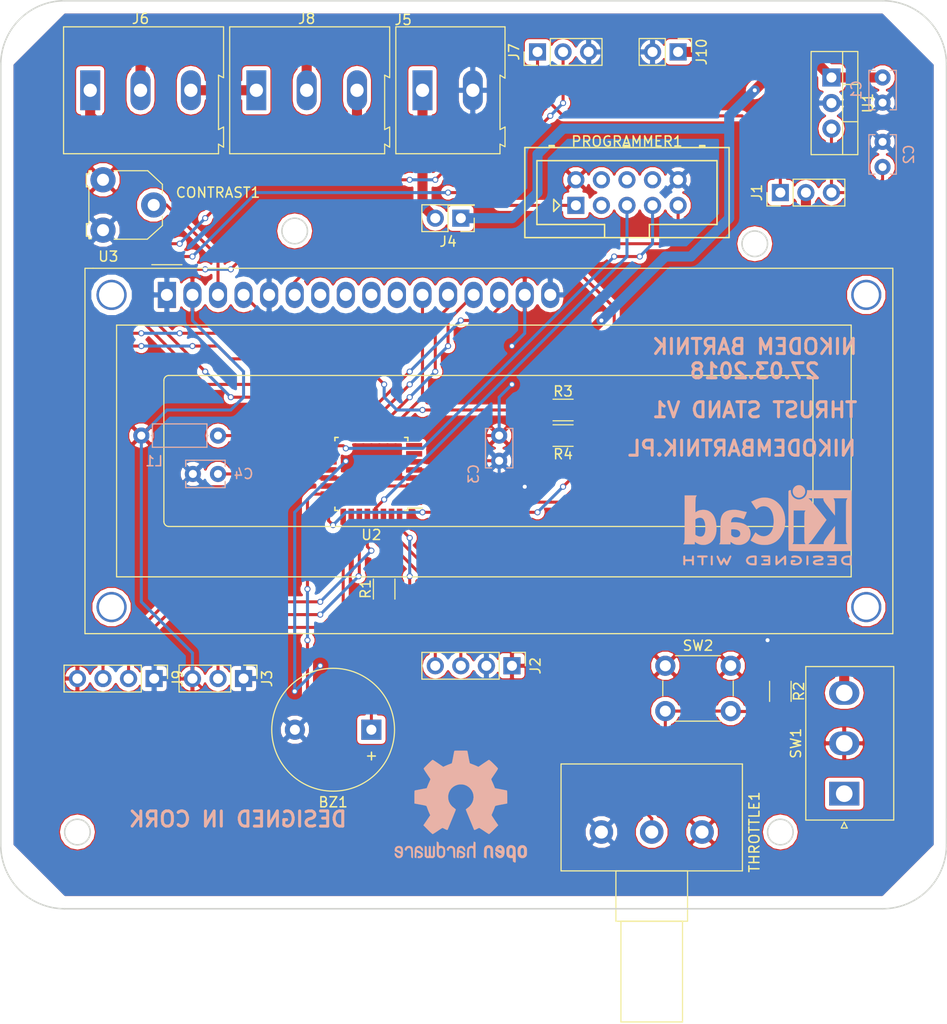
<source format=kicad_pcb>
(kicad_pcb (version 4) (host pcbnew 4.0.7)

  (general
    (links 76)
    (no_connects 0)
    (area 98.959999 40.539999 199.490001 142.465001)
    (thickness 1.6)
    (drawings 27)
    (tracks 322)
    (zones 0)
    (modules 30)
    (nets 34)
  )

  (page A4)
  (layers
    (0 F.Cu signal)
    (31 B.Cu signal)
    (32 B.Adhes user)
    (33 F.Adhes user)
    (34 B.Paste user)
    (35 F.Paste user)
    (36 B.SilkS user)
    (37 F.SilkS user)
    (38 B.Mask user)
    (39 F.Mask user)
    (40 Dwgs.User user)
    (41 Cmts.User user)
    (42 Eco1.User user)
    (43 Eco2.User user hide)
    (44 Edge.Cuts user)
    (45 Margin user)
    (46 B.CrtYd user)
    (47 F.CrtYd user)
    (48 B.Fab user hide)
    (49 F.Fab user)
  )

  (setup
    (last_trace_width 0.3)
    (trace_clearance 0.2)
    (zone_clearance 0.4)
    (zone_45_only no)
    (trace_min 0.2)
    (segment_width 0.2)
    (edge_width 0.15)
    (via_size 0.6)
    (via_drill 0.4)
    (via_min_size 0.4)
    (via_min_drill 0.3)
    (uvia_size 0.3)
    (uvia_drill 0.1)
    (uvias_allowed no)
    (uvia_min_size 0.2)
    (uvia_min_drill 0.1)
    (pcb_text_width 0.3)
    (pcb_text_size 1.5 1.5)
    (mod_edge_width 0.15)
    (mod_text_size 1 1)
    (mod_text_width 0.15)
    (pad_size 1.524 1.524)
    (pad_drill 0.762)
    (pad_to_mask_clearance 0.2)
    (aux_axis_origin 0 0)
    (visible_elements FFFFFF7F)
    (pcbplotparams
      (layerselection 0x010f0_80000001)
      (usegerberextensions false)
      (excludeedgelayer true)
      (linewidth 0.100000)
      (plotframeref false)
      (viasonmask false)
      (mode 1)
      (useauxorigin false)
      (hpglpennumber 1)
      (hpglpenspeed 20)
      (hpglpendiameter 15)
      (hpglpenoverlay 2)
      (psnegative false)
      (psa4output false)
      (plotreference true)
      (plotvalue true)
      (plotinvisibletext false)
      (padsonsilk false)
      (subtractmaskfromsilk false)
      (outputformat 1)
      (mirror false)
      (drillshape 0)
      (scaleselection 1)
      (outputdirectory ""))
  )

  (net 0 "")
  (net 1 BUZZER)
  (net 2 GND)
  (net 3 +12V)
  (net 4 VREG)
  (net 5 VCC)
  (net 6 "Net-(C4-Pad1)")
  (net 7 "Net-(CONTRAST1-Pad2)")
  (net 8 LCDRS)
  (net 9 LCDE)
  (net 10 LCDD4)
  (net 11 LCDD5)
  (net 12 LCDD6)
  (net 13 LCDD7)
  (net 14 BEC)
  (net 15 "Net-(J1-Pad2)")
  (net 16 TX)
  (net 17 RX)
  (net 18 CURSENS)
  (net 19 "Net-(J4-Pad2)")
  (net 20 "Net-(J6-Pad1)")
  (net 21 "Net-(J6-Pad2)")
  (net 22 "Net-(J6-Pad3)")
  (net 23 ESCSIG)
  (net 24 SDA)
  (net 25 SCL)
  (net 26 "Net-(L1-Pad2)")
  (net 27 MOSI)
  (net 28 RESET)
  (net 29 SCK)
  (net 30 MISO)
  (net 31 TSWITCH)
  (net 32 "Net-(R3-Pad2)")
  (net 33 "Net-(THROTTLE1-Pad2)")

  (net_class Default "To jest domyślna klasa połączeń."
    (clearance 0.2)
    (trace_width 0.3)
    (via_dia 0.6)
    (via_drill 0.4)
    (uvia_dia 0.3)
    (uvia_drill 0.1)
    (add_net BEC)
    (add_net BUZZER)
    (add_net CURSENS)
    (add_net ESCSIG)
    (add_net GND)
    (add_net LCDD4)
    (add_net LCDD5)
    (add_net LCDD6)
    (add_net LCDD7)
    (add_net LCDE)
    (add_net LCDRS)
    (add_net MISO)
    (add_net MOSI)
    (add_net "Net-(C4-Pad1)")
    (add_net "Net-(CONTRAST1-Pad2)")
    (add_net "Net-(J1-Pad2)")
    (add_net "Net-(J4-Pad2)")
    (add_net "Net-(L1-Pad2)")
    (add_net "Net-(R3-Pad2)")
    (add_net "Net-(THROTTLE1-Pad2)")
    (add_net RESET)
    (add_net RX)
    (add_net SCK)
    (add_net SCL)
    (add_net SDA)
    (add_net TSWITCH)
    (add_net TX)
    (add_net VCC)
    (add_net VREG)
  )

  (net_class "HIGH CURRENT" ""
    (clearance 0.2)
    (trace_width 1)
    (via_dia 0.6)
    (via_drill 0.4)
    (uvia_dia 0.3)
    (uvia_drill 0.1)
    (add_net +12V)
    (add_net "Net-(J6-Pad1)")
    (add_net "Net-(J6-Pad2)")
    (add_net "Net-(J6-Pad3)")
  )

  (module Buzzers_Beepers:Buzzer_12x9.5RM7.6 (layer F.Cu) (tedit 58B1A329) (tstamp 5AB26745)
    (at 135.89 113.03 180)
    (descr "Generic Buzzer, D12mm height 9.5mm with RM7.6mm")
    (tags buzzer)
    (path /5AB25856)
    (fp_text reference BZ1 (at 3.8 -7.2 180) (layer F.SilkS)
      (effects (font (size 1 1) (thickness 0.15)))
    )
    (fp_text value Buzzer (at 3.8 7.4 180) (layer F.Fab)
      (effects (font (size 1 1) (thickness 0.15)))
    )
    (fp_text user + (at -0.01 -2.54 180) (layer F.Fab)
      (effects (font (size 1 1) (thickness 0.15)))
    )
    (fp_text user + (at -0.01 -2.54 180) (layer F.SilkS)
      (effects (font (size 1 1) (thickness 0.15)))
    )
    (fp_text user %R (at 3.8 -4 180) (layer F.Fab)
      (effects (font (size 1 1) (thickness 0.15)))
    )
    (fp_circle (center 3.8 0) (end 10.05 0) (layer F.CrtYd) (width 0.05))
    (fp_circle (center 3.8 0) (end 9.8 0) (layer F.Fab) (width 0.1))
    (fp_circle (center 3.8 0) (end 4.8 0) (layer F.Fab) (width 0.1))
    (fp_circle (center 3.8 0) (end 9.9 0) (layer F.SilkS) (width 0.12))
    (pad 1 thru_hole rect (at 0 0 180) (size 2 2) (drill 1) (layers *.Cu *.Mask)
      (net 1 BUZZER))
    (pad 2 thru_hole circle (at 7.6 0 180) (size 2 2) (drill 1) (layers *.Cu *.Mask)
      (net 2 GND))
    (model ${KISYS3DMOD}/Buzzers_Beepers.3dshapes/Buzzer_12x9.5RM7.6.wrl
      (at (xyz 0.15 0 0))
      (scale (xyz 4 4 4))
      (rotate (xyz 0 0 0))
    )
  )

  (module Capacitors_THT:C_Disc_D3.8mm_W2.6mm_P2.50mm (layer B.Cu) (tedit 597BC7C2) (tstamp 5AB2674B)
    (at 186.69 48.26 270)
    (descr "C, Disc series, Radial, pin pitch=2.50mm, , diameter*width=3.8*2.6mm^2, Capacitor, http://www.vishay.com/docs/45233/krseries.pdf")
    (tags "C Disc series Radial pin pitch 2.50mm  diameter 3.8mm width 2.6mm Capacitor")
    (path /5AB2C1CA)
    (fp_text reference C1 (at 1.25 2.61 270) (layer B.SilkS)
      (effects (font (size 1 1) (thickness 0.15)) (justify mirror))
    )
    (fp_text value 330nF (at 1.25 -2.61 270) (layer B.Fab)
      (effects (font (size 1 1) (thickness 0.15)) (justify mirror))
    )
    (fp_line (start -0.65 1.3) (end -0.65 -1.3) (layer B.Fab) (width 0.1))
    (fp_line (start -0.65 -1.3) (end 3.15 -1.3) (layer B.Fab) (width 0.1))
    (fp_line (start 3.15 -1.3) (end 3.15 1.3) (layer B.Fab) (width 0.1))
    (fp_line (start 3.15 1.3) (end -0.65 1.3) (layer B.Fab) (width 0.1))
    (fp_line (start -0.71 1.36) (end 3.21 1.36) (layer B.SilkS) (width 0.12))
    (fp_line (start -0.71 -1.36) (end 3.21 -1.36) (layer B.SilkS) (width 0.12))
    (fp_line (start -0.71 1.36) (end -0.71 0.75) (layer B.SilkS) (width 0.12))
    (fp_line (start -0.71 -0.75) (end -0.71 -1.36) (layer B.SilkS) (width 0.12))
    (fp_line (start 3.21 1.36) (end 3.21 0.75) (layer B.SilkS) (width 0.12))
    (fp_line (start 3.21 -0.75) (end 3.21 -1.36) (layer B.SilkS) (width 0.12))
    (fp_line (start -1.05 1.65) (end -1.05 -1.65) (layer B.CrtYd) (width 0.05))
    (fp_line (start -1.05 -1.65) (end 3.55 -1.65) (layer B.CrtYd) (width 0.05))
    (fp_line (start 3.55 -1.65) (end 3.55 1.65) (layer B.CrtYd) (width 0.05))
    (fp_line (start 3.55 1.65) (end -1.05 1.65) (layer B.CrtYd) (width 0.05))
    (fp_text user %R (at 1.25 0 270) (layer B.Fab)
      (effects (font (size 1 1) (thickness 0.15)) (justify mirror))
    )
    (pad 1 thru_hole circle (at 0 0 270) (size 1.6 1.6) (drill 0.8) (layers *.Cu *.Mask)
      (net 3 +12V))
    (pad 2 thru_hole circle (at 2.5 0 270) (size 1.6 1.6) (drill 0.8) (layers *.Cu *.Mask)
      (net 2 GND))
    (model ${KISYS3DMOD}/Capacitors_THT.3dshapes/C_Disc_D3.8mm_W2.6mm_P2.50mm.wrl
      (at (xyz 0 0 0))
      (scale (xyz 1 1 1))
      (rotate (xyz 0 0 0))
    )
  )

  (module Capacitors_THT:C_Disc_D3.8mm_W2.6mm_P2.50mm (layer B.Cu) (tedit 597BC7C2) (tstamp 5AB26751)
    (at 186.69 57.15 90)
    (descr "C, Disc series, Radial, pin pitch=2.50mm, , diameter*width=3.8*2.6mm^2, Capacitor, http://www.vishay.com/docs/45233/krseries.pdf")
    (tags "C Disc series Radial pin pitch 2.50mm  diameter 3.8mm width 2.6mm Capacitor")
    (path /5AB2C164)
    (fp_text reference C2 (at 1.25 2.61 90) (layer B.SilkS)
      (effects (font (size 1 1) (thickness 0.15)) (justify mirror))
    )
    (fp_text value 100nF (at 1.25 -2.61 90) (layer B.Fab)
      (effects (font (size 1 1) (thickness 0.15)) (justify mirror))
    )
    (fp_line (start -0.65 1.3) (end -0.65 -1.3) (layer B.Fab) (width 0.1))
    (fp_line (start -0.65 -1.3) (end 3.15 -1.3) (layer B.Fab) (width 0.1))
    (fp_line (start 3.15 -1.3) (end 3.15 1.3) (layer B.Fab) (width 0.1))
    (fp_line (start 3.15 1.3) (end -0.65 1.3) (layer B.Fab) (width 0.1))
    (fp_line (start -0.71 1.36) (end 3.21 1.36) (layer B.SilkS) (width 0.12))
    (fp_line (start -0.71 -1.36) (end 3.21 -1.36) (layer B.SilkS) (width 0.12))
    (fp_line (start -0.71 1.36) (end -0.71 0.75) (layer B.SilkS) (width 0.12))
    (fp_line (start -0.71 -0.75) (end -0.71 -1.36) (layer B.SilkS) (width 0.12))
    (fp_line (start 3.21 1.36) (end 3.21 0.75) (layer B.SilkS) (width 0.12))
    (fp_line (start 3.21 -0.75) (end 3.21 -1.36) (layer B.SilkS) (width 0.12))
    (fp_line (start -1.05 1.65) (end -1.05 -1.65) (layer B.CrtYd) (width 0.05))
    (fp_line (start -1.05 -1.65) (end 3.55 -1.65) (layer B.CrtYd) (width 0.05))
    (fp_line (start 3.55 -1.65) (end 3.55 1.65) (layer B.CrtYd) (width 0.05))
    (fp_line (start 3.55 1.65) (end -1.05 1.65) (layer B.CrtYd) (width 0.05))
    (fp_text user %R (at 1.25 0 90) (layer B.Fab)
      (effects (font (size 1 1) (thickness 0.15)) (justify mirror))
    )
    (pad 1 thru_hole circle (at 0 0 90) (size 1.6 1.6) (drill 0.8) (layers *.Cu *.Mask)
      (net 4 VREG))
    (pad 2 thru_hole circle (at 2.5 0 90) (size 1.6 1.6) (drill 0.8) (layers *.Cu *.Mask)
      (net 2 GND))
    (model ${KISYS3DMOD}/Capacitors_THT.3dshapes/C_Disc_D3.8mm_W2.6mm_P2.50mm.wrl
      (at (xyz 0 0 0))
      (scale (xyz 1 1 1))
      (rotate (xyz 0 0 0))
    )
  )

  (module Capacitors_THT:C_Disc_D3.8mm_W2.6mm_P2.50mm (layer B.Cu) (tedit 5ABA379C) (tstamp 5AB26757)
    (at 148.59 83.82 270)
    (descr "C, Disc series, Radial, pin pitch=2.50mm, , diameter*width=3.8*2.6mm^2, Capacitor, http://www.vishay.com/docs/45233/krseries.pdf")
    (tags "C Disc series Radial pin pitch 2.50mm  diameter 3.8mm width 2.6mm Capacitor")
    (path /5AB22628)
    (fp_text reference C3 (at 3.81 2.54 270) (layer B.SilkS)
      (effects (font (size 1 1) (thickness 0.15)) (justify mirror))
    )
    (fp_text value 100nF (at 1.25 -2.61 270) (layer B.Fab)
      (effects (font (size 1 1) (thickness 0.15)) (justify mirror))
    )
    (fp_line (start -0.65 1.3) (end -0.65 -1.3) (layer B.Fab) (width 0.1))
    (fp_line (start -0.65 -1.3) (end 3.15 -1.3) (layer B.Fab) (width 0.1))
    (fp_line (start 3.15 -1.3) (end 3.15 1.3) (layer B.Fab) (width 0.1))
    (fp_line (start 3.15 1.3) (end -0.65 1.3) (layer B.Fab) (width 0.1))
    (fp_line (start -0.71 1.36) (end 3.21 1.36) (layer B.SilkS) (width 0.12))
    (fp_line (start -0.71 -1.36) (end 3.21 -1.36) (layer B.SilkS) (width 0.12))
    (fp_line (start -0.71 1.36) (end -0.71 0.75) (layer B.SilkS) (width 0.12))
    (fp_line (start -0.71 -0.75) (end -0.71 -1.36) (layer B.SilkS) (width 0.12))
    (fp_line (start 3.21 1.36) (end 3.21 0.75) (layer B.SilkS) (width 0.12))
    (fp_line (start 3.21 -0.75) (end 3.21 -1.36) (layer B.SilkS) (width 0.12))
    (fp_line (start -1.05 1.65) (end -1.05 -1.65) (layer B.CrtYd) (width 0.05))
    (fp_line (start -1.05 -1.65) (end 3.55 -1.65) (layer B.CrtYd) (width 0.05))
    (fp_line (start 3.55 -1.65) (end 3.55 1.65) (layer B.CrtYd) (width 0.05))
    (fp_line (start 3.55 1.65) (end -1.05 1.65) (layer B.CrtYd) (width 0.05))
    (fp_text user %R (at 1.25 0 270) (layer B.Fab)
      (effects (font (size 1 1) (thickness 0.15)) (justify mirror))
    )
    (pad 1 thru_hole circle (at 0 0 270) (size 1.6 1.6) (drill 0.8) (layers *.Cu *.Mask)
      (net 5 VCC))
    (pad 2 thru_hole circle (at 2.5 0 270) (size 1.6 1.6) (drill 0.8) (layers *.Cu *.Mask)
      (net 2 GND))
    (model ${KISYS3DMOD}/Capacitors_THT.3dshapes/C_Disc_D3.8mm_W2.6mm_P2.50mm.wrl
      (at (xyz 0 0 0))
      (scale (xyz 1 1 1))
      (rotate (xyz 0 0 0))
    )
  )

  (module Capacitors_THT:C_Disc_D3.8mm_W2.6mm_P2.50mm (layer B.Cu) (tedit 5ABA3794) (tstamp 5AB2675D)
    (at 120.65 87.63 180)
    (descr "C, Disc series, Radial, pin pitch=2.50mm, , diameter*width=3.8*2.6mm^2, Capacitor, http://www.vishay.com/docs/45233/krseries.pdf")
    (tags "C Disc series Radial pin pitch 2.50mm  diameter 3.8mm width 2.6mm Capacitor")
    (path /5AB225CC)
    (fp_text reference C4 (at -2.54 0 180) (layer B.SilkS)
      (effects (font (size 1 1) (thickness 0.15)) (justify mirror))
    )
    (fp_text value 100nF (at 1.25 -2.61 180) (layer B.Fab)
      (effects (font (size 1 1) (thickness 0.15)) (justify mirror))
    )
    (fp_line (start -0.65 1.3) (end -0.65 -1.3) (layer B.Fab) (width 0.1))
    (fp_line (start -0.65 -1.3) (end 3.15 -1.3) (layer B.Fab) (width 0.1))
    (fp_line (start 3.15 -1.3) (end 3.15 1.3) (layer B.Fab) (width 0.1))
    (fp_line (start 3.15 1.3) (end -0.65 1.3) (layer B.Fab) (width 0.1))
    (fp_line (start -0.71 1.36) (end 3.21 1.36) (layer B.SilkS) (width 0.12))
    (fp_line (start -0.71 -1.36) (end 3.21 -1.36) (layer B.SilkS) (width 0.12))
    (fp_line (start -0.71 1.36) (end -0.71 0.75) (layer B.SilkS) (width 0.12))
    (fp_line (start -0.71 -0.75) (end -0.71 -1.36) (layer B.SilkS) (width 0.12))
    (fp_line (start 3.21 1.36) (end 3.21 0.75) (layer B.SilkS) (width 0.12))
    (fp_line (start 3.21 -0.75) (end 3.21 -1.36) (layer B.SilkS) (width 0.12))
    (fp_line (start -1.05 1.65) (end -1.05 -1.65) (layer B.CrtYd) (width 0.05))
    (fp_line (start -1.05 -1.65) (end 3.55 -1.65) (layer B.CrtYd) (width 0.05))
    (fp_line (start 3.55 -1.65) (end 3.55 1.65) (layer B.CrtYd) (width 0.05))
    (fp_line (start 3.55 1.65) (end -1.05 1.65) (layer B.CrtYd) (width 0.05))
    (fp_text user %R (at 1.25 0 180) (layer B.Fab)
      (effects (font (size 1 1) (thickness 0.15)) (justify mirror))
    )
    (pad 1 thru_hole circle (at 0 0 180) (size 1.6 1.6) (drill 0.8) (layers *.Cu *.Mask)
      (net 6 "Net-(C4-Pad1)"))
    (pad 2 thru_hole circle (at 2.5 0 180) (size 1.6 1.6) (drill 0.8) (layers *.Cu *.Mask)
      (net 2 GND))
    (model ${KISYS3DMOD}/Capacitors_THT.3dshapes/C_Disc_D3.8mm_W2.6mm_P2.50mm.wrl
      (at (xyz 0 0 0))
      (scale (xyz 1 1 1))
      (rotate (xyz 0 0 0))
    )
  )

  (module Potentiometers:Potentiometer_Triwood_RM-065 (layer F.Cu) (tedit 5ABA3769) (tstamp 5AB26764)
    (at 109.22 58.42 270)
    (descr "Potentiometer, Trimmer, RM-065")
    (tags "Potentiometer Trimmer RM-065")
    (path /5AB227E9)
    (fp_text reference CONTRAST1 (at 1.27 -11.43 360) (layer F.SilkS)
      (effects (font (size 1 1) (thickness 0.15)))
    )
    (fp_text value POT (at 7.5 -2.5 360) (layer F.Fab)
      (effects (font (size 1 1) (thickness 0.15)))
    )
    (fp_line (start 5.85 1.15) (end 5.85 1.4) (layer F.SilkS) (width 0.12))
    (fp_line (start 5.85 1.4) (end 5.6 1.4) (layer F.SilkS) (width 0.12))
    (fp_line (start 5.6 1.4) (end 5.6 1.65) (layer F.SilkS) (width 0.12))
    (fp_line (start 5.6 1.65) (end 4.35 1.65) (layer F.SilkS) (width 0.12))
    (fp_line (start 4.35 1.65) (end 4.35 1.4) (layer F.SilkS) (width 0.12))
    (fp_line (start 4.35 1.4) (end 0.7 1.4) (layer F.SilkS) (width 0.12))
    (fp_line (start 0.7 1.4) (end 0.7 1.65) (layer F.SilkS) (width 0.12))
    (fp_line (start 0.7 1.65) (end -0.6 1.65) (layer F.SilkS) (width 0.12))
    (fp_line (start -0.6 1.65) (end -0.6 1.4) (layer F.SilkS) (width 0.12))
    (fp_line (start -0.6 1.4) (end -0.9 1.4) (layer F.SilkS) (width 0.12))
    (fp_line (start -0.9 1.4) (end -0.9 1.15) (layer F.SilkS) (width 0.12))
    (fp_line (start 3.65 -5.9) (end 4.55 -5.9) (layer F.SilkS) (width 0.12))
    (fp_line (start 4.55 -5.9) (end 5.9 -4.4) (layer F.SilkS) (width 0.12))
    (fp_line (start 5.9 -4.4) (end 5.9 -1.1) (layer F.SilkS) (width 0.12))
    (fp_line (start -0.9 -1.1) (end -0.9 -4.45) (layer F.SilkS) (width 0.12))
    (fp_line (start -0.9 -4.45) (end 0.45 -5.9) (layer F.SilkS) (width 0.12))
    (fp_line (start 0.45 -5.9) (end 1.35 -5.9) (layer F.SilkS) (width 0.12))
    (fp_line (start 5.8 1.2) (end 5.8 -1.15) (layer F.Fab) (width 0.1))
    (fp_line (start -0.8 -1.1) (end -0.8 1.2) (layer F.Fab) (width 0.1))
    (fp_line (start 2.25 -2.88) (end 2.25 -3.64) (layer F.Fab) (width 0.1))
    (fp_line (start 2.75 -2.88) (end 2.75 -3.64) (layer F.Fab) (width 0.1))
    (fp_line (start -0.8 1.31) (end -0.8 1.18) (layer F.Fab) (width 0.1))
    (fp_line (start -0.8 -2.5) (end -0.8 -1.1) (layer F.Fab) (width 0.1))
    (fp_line (start 5.8 1.31) (end 5.8 1.18) (layer F.Fab) (width 0.1))
    (fp_line (start 5.8 -2.5) (end 5.8 -1.1) (layer F.Fab) (width 0.1))
    (fp_line (start 1.23 -0.47) (end 3.77 -0.47) (layer F.Fab) (width 0.1))
    (fp_line (start 4.53 -5.8) (end 3.64 -5.8) (layer F.Fab) (width 0.1))
    (fp_line (start 1.36 -5.8) (end 0.47 -5.8) (layer F.Fab) (width 0.1))
    (fp_line (start 4.15 -2.88) (end 4.66 -2.88) (layer F.Fab) (width 0.1))
    (fp_line (start 4.66 -2.88) (end 4.66 -2.12) (layer F.Fab) (width 0.1))
    (fp_line (start 4.66 -2.12) (end 4.15 -2.12) (layer F.Fab) (width 0.1))
    (fp_line (start 0.85 -2.88) (end 0.34 -2.88) (layer F.Fab) (width 0.1))
    (fp_line (start 0.34 -2.88) (end 0.34 -2.12) (layer F.Fab) (width 0.1))
    (fp_line (start 0.34 -2.12) (end 0.85 -2.12) (layer F.Fab) (width 0.1))
    (fp_line (start 3.01 -2.25) (end 4.15 -2.25) (layer F.Fab) (width 0.1))
    (fp_line (start 3.01 -2.75) (end 4.15 -2.75) (layer F.Fab) (width 0.1))
    (fp_line (start 1.99 -2.25) (end 0.85 -2.25) (layer F.Fab) (width 0.1))
    (fp_line (start 1.99 -2.75) (end 0.85 -2.75) (layer F.Fab) (width 0.1))
    (fp_line (start 2.75 -2.12) (end 2.75 -0.85) (layer F.Fab) (width 0.1))
    (fp_line (start 2.25 -2.12) (end 2.25 -0.85) (layer F.Fab) (width 0.1))
    (fp_line (start 1.99 -2.88) (end 1.99 -2.12) (layer F.Fab) (width 0.1))
    (fp_line (start 1.99 -2.12) (end 3.01 -2.12) (layer F.Fab) (width 0.1))
    (fp_line (start 3.01 -2.12) (end 3.01 -2.88) (layer F.Fab) (width 0.1))
    (fp_line (start 3.01 -2.88) (end 1.99 -2.88) (layer F.Fab) (width 0.1))
    (fp_line (start 0.47 -5.8) (end -0.8 -4.4) (layer F.Fab) (width 0.1))
    (fp_line (start -0.8 -4.4) (end -0.8 -2.5) (layer F.Fab) (width 0.1))
    (fp_line (start 4.53 -5.8) (end 5.8 -4.4) (layer F.Fab) (width 0.1))
    (fp_line (start 5.8 -4.4) (end 5.8 -2.5) (layer F.Fab) (width 0.1))
    (fp_line (start 5.55 1.31) (end 5.55 1.56) (layer F.Fab) (width 0.1))
    (fp_line (start 5.55 1.56) (end 4.4 1.56) (layer F.Fab) (width 0.1))
    (fp_line (start 4.4 1.56) (end 4.4 1.31) (layer F.Fab) (width 0.1))
    (fp_line (start -0.55 1.31) (end -0.55 1.56) (layer F.Fab) (width 0.1))
    (fp_line (start -0.55 1.56) (end 0.59 1.56) (layer F.Fab) (width 0.1))
    (fp_line (start 0.59 1.56) (end 0.59 1.31) (layer F.Fab) (width 0.1))
    (fp_line (start -0.8 1.31) (end 5.8 1.31) (layer F.Fab) (width 0.1))
    (fp_line (start -1.5 -6.54) (end 6.5 -6.54) (layer F.CrtYd) (width 0.05))
    (fp_line (start -1.5 -6.54) (end -1.5 1.81) (layer F.CrtYd) (width 0.05))
    (fp_line (start 6.5 1.81) (end 6.5 -6.54) (layer F.CrtYd) (width 0.05))
    (fp_line (start 6.5 1.81) (end -1.5 1.81) (layer F.CrtYd) (width 0.05))
    (fp_circle (center 2.5 -2.5) (end 4.7 -0.2) (layer F.Fab) (width 0.1))
    (fp_arc (start 2.5 -2.5) (end 4.15 -2.25) (angle 90) (layer F.Fab) (width 0.1))
    (fp_arc (start 2.5 -2.5) (end 2.63 -0.85) (angle 90) (layer F.Fab) (width 0.1))
    (fp_arc (start 2.5 -2.5) (end 3.39 -3.9) (angle 90) (layer F.Fab) (width 0.1))
    (fp_arc (start 2.5 -2.5) (end 1.1 -1.61) (angle 90) (layer F.Fab) (width 0.1))
    (pad 2 thru_hole circle (at 2.5 -5.04 270) (size 2.5 2.5) (drill 1.2) (layers *.Cu *.Mask)
      (net 7 "Net-(CONTRAST1-Pad2)"))
    (pad 3 thru_hole circle (at 5 0 270) (size 2.5 2.5) (drill 1.2) (layers *.Cu *.Mask)
      (net 2 GND))
    (pad 1 thru_hole circle (at 0 0 270) (size 2.5 2.5) (drill 1.2) (layers *.Cu *.Mask)
      (net 5 VCC))
    (model Potentiometers.3dshapes/Potentiometer_Triwood_RM-065.wrl
      (at (xyz 0 0 0))
      (scale (xyz 4 4 4))
      (rotate (xyz 0 0 0))
    )
  )

  (module Pin_Headers:Pin_Header_Straight_1x03_Pitch2.54mm (layer F.Cu) (tedit 5ABA3751) (tstamp 5AB26783)
    (at 176.53 59.69 90)
    (descr "Through hole straight pin header, 1x03, 2.54mm pitch, single row")
    (tags "Through hole pin header THT 1x03 2.54mm single row")
    (path /5AB24122)
    (fp_text reference J1 (at 0 -2.33 90) (layer F.SilkS)
      (effects (font (size 1 1) (thickness 0.15)))
    )
    (fp_text value "POWER SOURCE" (at -2.54 2.54 180) (layer F.Fab)
      (effects (font (size 1 1) (thickness 0.15)))
    )
    (fp_line (start -0.635 -1.27) (end 1.27 -1.27) (layer F.Fab) (width 0.1))
    (fp_line (start 1.27 -1.27) (end 1.27 6.35) (layer F.Fab) (width 0.1))
    (fp_line (start 1.27 6.35) (end -1.27 6.35) (layer F.Fab) (width 0.1))
    (fp_line (start -1.27 6.35) (end -1.27 -0.635) (layer F.Fab) (width 0.1))
    (fp_line (start -1.27 -0.635) (end -0.635 -1.27) (layer F.Fab) (width 0.1))
    (fp_line (start -1.33 6.41) (end 1.33 6.41) (layer F.SilkS) (width 0.12))
    (fp_line (start -1.33 1.27) (end -1.33 6.41) (layer F.SilkS) (width 0.12))
    (fp_line (start 1.33 1.27) (end 1.33 6.41) (layer F.SilkS) (width 0.12))
    (fp_line (start -1.33 1.27) (end 1.33 1.27) (layer F.SilkS) (width 0.12))
    (fp_line (start -1.33 0) (end -1.33 -1.33) (layer F.SilkS) (width 0.12))
    (fp_line (start -1.33 -1.33) (end 0 -1.33) (layer F.SilkS) (width 0.12))
    (fp_line (start -1.8 -1.8) (end -1.8 6.85) (layer F.CrtYd) (width 0.05))
    (fp_line (start -1.8 6.85) (end 1.8 6.85) (layer F.CrtYd) (width 0.05))
    (fp_line (start 1.8 6.85) (end 1.8 -1.8) (layer F.CrtYd) (width 0.05))
    (fp_line (start 1.8 -1.8) (end -1.8 -1.8) (layer F.CrtYd) (width 0.05))
    (fp_text user %R (at 0 2.54 180) (layer F.Fab)
      (effects (font (size 1 1) (thickness 0.15)))
    )
    (pad 1 thru_hole rect (at 0 0 90) (size 1.7 1.7) (drill 1) (layers *.Cu *.Mask)
      (net 14 BEC))
    (pad 2 thru_hole oval (at 0 2.54 90) (size 1.7 1.7) (drill 1) (layers *.Cu *.Mask)
      (net 15 "Net-(J1-Pad2)"))
    (pad 3 thru_hole oval (at 0 5.08 90) (size 1.7 1.7) (drill 1) (layers *.Cu *.Mask)
      (net 4 VREG))
    (model ${KISYS3DMOD}/Pin_Headers.3dshapes/Pin_Header_Straight_1x03_Pitch2.54mm.wrl
      (at (xyz 0 0 0))
      (scale (xyz 1 1 1))
      (rotate (xyz 0 0 0))
    )
  )

  (module Pin_Headers:Pin_Header_Straight_1x04_Pitch2.54mm (layer F.Cu) (tedit 5ABA3776) (tstamp 5AB2678B)
    (at 149.86 106.68 270)
    (descr "Through hole straight pin header, 1x04, 2.54mm pitch, single row")
    (tags "Through hole pin header THT 1x04 2.54mm single row")
    (path /5AB49B6B)
    (fp_text reference J2 (at 0 -2.33 270) (layer F.SilkS)
      (effects (font (size 1 1) (thickness 0.15)))
    )
    (fp_text value SERIAL (at 2.54 3.81 360) (layer F.Fab)
      (effects (font (size 1 1) (thickness 0.15)))
    )
    (fp_line (start -0.635 -1.27) (end 1.27 -1.27) (layer F.Fab) (width 0.1))
    (fp_line (start 1.27 -1.27) (end 1.27 8.89) (layer F.Fab) (width 0.1))
    (fp_line (start 1.27 8.89) (end -1.27 8.89) (layer F.Fab) (width 0.1))
    (fp_line (start -1.27 8.89) (end -1.27 -0.635) (layer F.Fab) (width 0.1))
    (fp_line (start -1.27 -0.635) (end -0.635 -1.27) (layer F.Fab) (width 0.1))
    (fp_line (start -1.33 8.95) (end 1.33 8.95) (layer F.SilkS) (width 0.12))
    (fp_line (start -1.33 1.27) (end -1.33 8.95) (layer F.SilkS) (width 0.12))
    (fp_line (start 1.33 1.27) (end 1.33 8.95) (layer F.SilkS) (width 0.12))
    (fp_line (start -1.33 1.27) (end 1.33 1.27) (layer F.SilkS) (width 0.12))
    (fp_line (start -1.33 0) (end -1.33 -1.33) (layer F.SilkS) (width 0.12))
    (fp_line (start -1.33 -1.33) (end 0 -1.33) (layer F.SilkS) (width 0.12))
    (fp_line (start -1.8 -1.8) (end -1.8 9.4) (layer F.CrtYd) (width 0.05))
    (fp_line (start -1.8 9.4) (end 1.8 9.4) (layer F.CrtYd) (width 0.05))
    (fp_line (start 1.8 9.4) (end 1.8 -1.8) (layer F.CrtYd) (width 0.05))
    (fp_line (start 1.8 -1.8) (end -1.8 -1.8) (layer F.CrtYd) (width 0.05))
    (fp_text user %R (at 0 3.81 360) (layer F.Fab)
      (effects (font (size 1 1) (thickness 0.15)))
    )
    (pad 1 thru_hole rect (at 0 0 270) (size 1.7 1.7) (drill 1) (layers *.Cu *.Mask)
      (net 5 VCC))
    (pad 2 thru_hole oval (at 0 2.54 270) (size 1.7 1.7) (drill 1) (layers *.Cu *.Mask)
      (net 2 GND))
    (pad 3 thru_hole oval (at 0 5.08 270) (size 1.7 1.7) (drill 1) (layers *.Cu *.Mask)
      (net 16 TX))
    (pad 4 thru_hole oval (at 0 7.62 270) (size 1.7 1.7) (drill 1) (layers *.Cu *.Mask)
      (net 17 RX))
    (model ${KISYS3DMOD}/Pin_Headers.3dshapes/Pin_Header_Straight_1x04_Pitch2.54mm.wrl
      (at (xyz 0 0 0))
      (scale (xyz 1 1 1))
      (rotate (xyz 0 0 0))
    )
  )

  (module Pin_Headers:Pin_Header_Straight_1x03_Pitch2.54mm (layer F.Cu) (tedit 5ABA377B) (tstamp 5AB26792)
    (at 123.19 107.95 270)
    (descr "Through hole straight pin header, 1x03, 2.54mm pitch, single row")
    (tags "Through hole pin header THT 1x03 2.54mm single row")
    (path /5AB4D76C)
    (fp_text reference J3 (at 0 -2.33 270) (layer F.SilkS)
      (effects (font (size 1 1) (thickness 0.15)))
    )
    (fp_text value ACS712 (at 2.54 2.54 360) (layer F.Fab)
      (effects (font (size 1 1) (thickness 0.15)))
    )
    (fp_line (start -0.635 -1.27) (end 1.27 -1.27) (layer F.Fab) (width 0.1))
    (fp_line (start 1.27 -1.27) (end 1.27 6.35) (layer F.Fab) (width 0.1))
    (fp_line (start 1.27 6.35) (end -1.27 6.35) (layer F.Fab) (width 0.1))
    (fp_line (start -1.27 6.35) (end -1.27 -0.635) (layer F.Fab) (width 0.1))
    (fp_line (start -1.27 -0.635) (end -0.635 -1.27) (layer F.Fab) (width 0.1))
    (fp_line (start -1.33 6.41) (end 1.33 6.41) (layer F.SilkS) (width 0.12))
    (fp_line (start -1.33 1.27) (end -1.33 6.41) (layer F.SilkS) (width 0.12))
    (fp_line (start 1.33 1.27) (end 1.33 6.41) (layer F.SilkS) (width 0.12))
    (fp_line (start -1.33 1.27) (end 1.33 1.27) (layer F.SilkS) (width 0.12))
    (fp_line (start -1.33 0) (end -1.33 -1.33) (layer F.SilkS) (width 0.12))
    (fp_line (start -1.33 -1.33) (end 0 -1.33) (layer F.SilkS) (width 0.12))
    (fp_line (start -1.8 -1.8) (end -1.8 6.85) (layer F.CrtYd) (width 0.05))
    (fp_line (start -1.8 6.85) (end 1.8 6.85) (layer F.CrtYd) (width 0.05))
    (fp_line (start 1.8 6.85) (end 1.8 -1.8) (layer F.CrtYd) (width 0.05))
    (fp_line (start 1.8 -1.8) (end -1.8 -1.8) (layer F.CrtYd) (width 0.05))
    (fp_text user %R (at 0 2.54 360) (layer F.Fab)
      (effects (font (size 1 1) (thickness 0.15)))
    )
    (pad 1 thru_hole rect (at 0 0 270) (size 1.7 1.7) (drill 1) (layers *.Cu *.Mask)
      (net 2 GND))
    (pad 2 thru_hole oval (at 0 2.54 270) (size 1.7 1.7) (drill 1) (layers *.Cu *.Mask)
      (net 18 CURSENS))
    (pad 3 thru_hole oval (at 0 5.08 270) (size 1.7 1.7) (drill 1) (layers *.Cu *.Mask)
      (net 5 VCC))
    (model ${KISYS3DMOD}/Pin_Headers.3dshapes/Pin_Header_Straight_1x03_Pitch2.54mm.wrl
      (at (xyz 0 0 0))
      (scale (xyz 1 1 1))
      (rotate (xyz 0 0 0))
    )
  )

  (module Connectors_Terminal_Blocks:TerminalBlock_Altech_AK300-2_P5.00mm locked (layer F.Cu) (tedit 59FF0306) (tstamp 5AB2679E)
    (at 140.97 49.53)
    (descr "Altech AK300 terminal block, pitch 5.0mm, 45 degree angled, see http://www.mouser.com/ds/2/16/PCBMETRC-24178.pdf")
    (tags "Altech AK300 terminal block pitch 5.0mm")
    (path /5AB22963)
    (fp_text reference J5 (at -1.92 -6.99) (layer F.SilkS)
      (effects (font (size 1 1) (thickness 0.15)))
    )
    (fp_text value "ESC POWER" (at 2.78 7.75) (layer F.Fab)
      (effects (font (size 1 1) (thickness 0.15)))
    )
    (fp_text user %R (at 2.5 -2) (layer F.Fab)
      (effects (font (size 1 1) (thickness 0.15)))
    )
    (fp_line (start -2.65 -6.3) (end -2.65 6.3) (layer F.SilkS) (width 0.12))
    (fp_line (start -2.65 6.3) (end 7.7 6.3) (layer F.SilkS) (width 0.12))
    (fp_line (start 7.7 6.3) (end 7.7 5.35) (layer F.SilkS) (width 0.12))
    (fp_line (start 7.7 5.35) (end 8.2 5.6) (layer F.SilkS) (width 0.12))
    (fp_line (start 8.2 5.6) (end 8.2 3.7) (layer F.SilkS) (width 0.12))
    (fp_line (start 8.2 3.7) (end 8.2 3.65) (layer F.SilkS) (width 0.12))
    (fp_line (start 8.2 3.65) (end 7.7 3.9) (layer F.SilkS) (width 0.12))
    (fp_line (start 7.7 3.9) (end 7.7 -1.5) (layer F.SilkS) (width 0.12))
    (fp_line (start 7.7 -1.5) (end 8.2 -1.2) (layer F.SilkS) (width 0.12))
    (fp_line (start 8.2 -1.2) (end 8.2 -6.3) (layer F.SilkS) (width 0.12))
    (fp_line (start 8.2 -6.3) (end -2.65 -6.3) (layer F.SilkS) (width 0.12))
    (fp_line (start -1.26 2.54) (end 1.28 2.54) (layer F.Fab) (width 0.1))
    (fp_line (start 1.28 2.54) (end 1.28 -0.25) (layer F.Fab) (width 0.1))
    (fp_line (start -1.26 -0.25) (end 1.28 -0.25) (layer F.Fab) (width 0.1))
    (fp_line (start -1.26 2.54) (end -1.26 -0.25) (layer F.Fab) (width 0.1))
    (fp_line (start 3.74 2.54) (end 6.28 2.54) (layer F.Fab) (width 0.1))
    (fp_line (start 6.28 2.54) (end 6.28 -0.25) (layer F.Fab) (width 0.1))
    (fp_line (start 3.74 -0.25) (end 6.28 -0.25) (layer F.Fab) (width 0.1))
    (fp_line (start 3.74 2.54) (end 3.74 -0.25) (layer F.Fab) (width 0.1))
    (fp_line (start 7.61 -6.22) (end 7.61 -3.17) (layer F.Fab) (width 0.1))
    (fp_line (start 7.61 -6.22) (end -2.58 -6.22) (layer F.Fab) (width 0.1))
    (fp_line (start 7.61 -6.22) (end 8.11 -6.22) (layer F.Fab) (width 0.1))
    (fp_line (start 8.11 -6.22) (end 8.11 -1.4) (layer F.Fab) (width 0.1))
    (fp_line (start 8.11 -1.4) (end 7.61 -1.65) (layer F.Fab) (width 0.1))
    (fp_line (start 8.11 5.46) (end 7.61 5.21) (layer F.Fab) (width 0.1))
    (fp_line (start 7.61 5.21) (end 7.61 6.22) (layer F.Fab) (width 0.1))
    (fp_line (start 8.11 3.81) (end 7.61 4.06) (layer F.Fab) (width 0.1))
    (fp_line (start 7.61 4.06) (end 7.61 5.21) (layer F.Fab) (width 0.1))
    (fp_line (start 8.11 3.81) (end 8.11 5.46) (layer F.Fab) (width 0.1))
    (fp_line (start 2.98 6.22) (end 2.98 4.32) (layer F.Fab) (width 0.1))
    (fp_line (start 7.05 -0.25) (end 7.05 4.32) (layer F.Fab) (width 0.1))
    (fp_line (start 2.98 6.22) (end 7.05 6.22) (layer F.Fab) (width 0.1))
    (fp_line (start 7.05 6.22) (end 7.61 6.22) (layer F.Fab) (width 0.1))
    (fp_line (start 2.04 6.22) (end 2.04 4.32) (layer F.Fab) (width 0.1))
    (fp_line (start 2.04 6.22) (end 2.98 6.22) (layer F.Fab) (width 0.1))
    (fp_line (start -2.02 -0.25) (end -2.02 4.32) (layer F.Fab) (width 0.1))
    (fp_line (start -2.58 6.22) (end -2.02 6.22) (layer F.Fab) (width 0.1))
    (fp_line (start -2.02 6.22) (end 2.04 6.22) (layer F.Fab) (width 0.1))
    (fp_line (start 2.98 4.32) (end 7.05 4.32) (layer F.Fab) (width 0.1))
    (fp_line (start 2.98 4.32) (end 2.98 -0.25) (layer F.Fab) (width 0.1))
    (fp_line (start 7.05 4.32) (end 7.05 6.22) (layer F.Fab) (width 0.1))
    (fp_line (start 2.04 4.32) (end -2.02 4.32) (layer F.Fab) (width 0.1))
    (fp_line (start 2.04 4.32) (end 2.04 -0.25) (layer F.Fab) (width 0.1))
    (fp_line (start -2.02 4.32) (end -2.02 6.22) (layer F.Fab) (width 0.1))
    (fp_line (start 6.67 3.68) (end 6.67 0.51) (layer F.Fab) (width 0.1))
    (fp_line (start 6.67 3.68) (end 3.36 3.68) (layer F.Fab) (width 0.1))
    (fp_line (start 3.36 3.68) (end 3.36 0.51) (layer F.Fab) (width 0.1))
    (fp_line (start 1.66 3.68) (end 1.66 0.51) (layer F.Fab) (width 0.1))
    (fp_line (start 1.66 3.68) (end -1.64 3.68) (layer F.Fab) (width 0.1))
    (fp_line (start -1.64 3.68) (end -1.64 0.51) (layer F.Fab) (width 0.1))
    (fp_line (start -1.64 0.51) (end -1.26 0.51) (layer F.Fab) (width 0.1))
    (fp_line (start 1.66 0.51) (end 1.28 0.51) (layer F.Fab) (width 0.1))
    (fp_line (start 3.36 0.51) (end 3.74 0.51) (layer F.Fab) (width 0.1))
    (fp_line (start 6.67 0.51) (end 6.28 0.51) (layer F.Fab) (width 0.1))
    (fp_line (start -2.58 6.22) (end -2.58 -0.64) (layer F.Fab) (width 0.1))
    (fp_line (start -2.58 -0.64) (end -2.58 -3.17) (layer F.Fab) (width 0.1))
    (fp_line (start 7.61 -1.65) (end 7.61 -0.64) (layer F.Fab) (width 0.1))
    (fp_line (start 7.61 -0.64) (end 7.61 4.06) (layer F.Fab) (width 0.1))
    (fp_line (start -2.58 -3.17) (end 7.61 -3.17) (layer F.Fab) (width 0.1))
    (fp_line (start -2.58 -3.17) (end -2.58 -6.22) (layer F.Fab) (width 0.1))
    (fp_line (start 7.61 -3.17) (end 7.61 -1.65) (layer F.Fab) (width 0.1))
    (fp_line (start 2.98 -3.43) (end 2.98 -5.97) (layer F.Fab) (width 0.1))
    (fp_line (start 2.98 -5.97) (end 7.05 -5.97) (layer F.Fab) (width 0.1))
    (fp_line (start 7.05 -5.97) (end 7.05 -3.43) (layer F.Fab) (width 0.1))
    (fp_line (start 7.05 -3.43) (end 2.98 -3.43) (layer F.Fab) (width 0.1))
    (fp_line (start 2.04 -3.43) (end 2.04 -5.97) (layer F.Fab) (width 0.1))
    (fp_line (start 2.04 -3.43) (end -2.02 -3.43) (layer F.Fab) (width 0.1))
    (fp_line (start -2.02 -3.43) (end -2.02 -5.97) (layer F.Fab) (width 0.1))
    (fp_line (start 2.04 -5.97) (end -2.02 -5.97) (layer F.Fab) (width 0.1))
    (fp_line (start 3.39 -4.45) (end 6.44 -5.08) (layer F.Fab) (width 0.1))
    (fp_line (start 3.52 -4.32) (end 6.56 -4.95) (layer F.Fab) (width 0.1))
    (fp_line (start -1.62 -4.45) (end 1.44 -5.08) (layer F.Fab) (width 0.1))
    (fp_line (start -1.49 -4.32) (end 1.56 -4.95) (layer F.Fab) (width 0.1))
    (fp_line (start -2.02 -0.25) (end -1.64 -0.25) (layer F.Fab) (width 0.1))
    (fp_line (start 2.04 -0.25) (end 1.66 -0.25) (layer F.Fab) (width 0.1))
    (fp_line (start 1.66 -0.25) (end -1.64 -0.25) (layer F.Fab) (width 0.1))
    (fp_line (start -2.58 -0.64) (end -1.64 -0.64) (layer F.Fab) (width 0.1))
    (fp_line (start -1.64 -0.64) (end 1.66 -0.64) (layer F.Fab) (width 0.1))
    (fp_line (start 1.66 -0.64) (end 3.36 -0.64) (layer F.Fab) (width 0.1))
    (fp_line (start 7.61 -0.64) (end 6.67 -0.64) (layer F.Fab) (width 0.1))
    (fp_line (start 6.67 -0.64) (end 3.36 -0.64) (layer F.Fab) (width 0.1))
    (fp_line (start 7.05 -0.25) (end 6.67 -0.25) (layer F.Fab) (width 0.1))
    (fp_line (start 2.98 -0.25) (end 3.36 -0.25) (layer F.Fab) (width 0.1))
    (fp_line (start 3.36 -0.25) (end 6.67 -0.25) (layer F.Fab) (width 0.1))
    (fp_line (start -2.83 -6.47) (end 8.36 -6.47) (layer F.CrtYd) (width 0.05))
    (fp_line (start -2.83 -6.47) (end -2.83 6.47) (layer F.CrtYd) (width 0.05))
    (fp_line (start 8.36 6.47) (end 8.36 -6.47) (layer F.CrtYd) (width 0.05))
    (fp_line (start 8.36 6.47) (end -2.83 6.47) (layer F.CrtYd) (width 0.05))
    (fp_arc (start 6.03 -4.59) (end 6.54 -5.05) (angle 90.5) (layer F.Fab) (width 0.1))
    (fp_arc (start 5.07 -6.07) (end 6.53 -4.12) (angle 75.5) (layer F.Fab) (width 0.1))
    (fp_arc (start 4.99 -3.71) (end 3.39 -5) (angle 100) (layer F.Fab) (width 0.1))
    (fp_arc (start 3.87 -4.65) (end 3.58 -4.13) (angle 104.2) (layer F.Fab) (width 0.1))
    (fp_arc (start 1.03 -4.59) (end 1.53 -5.05) (angle 90.5) (layer F.Fab) (width 0.1))
    (fp_arc (start 0.06 -6.07) (end 1.53 -4.12) (angle 75.5) (layer F.Fab) (width 0.1))
    (fp_arc (start -0.01 -3.71) (end -1.62 -5) (angle 100) (layer F.Fab) (width 0.1))
    (fp_arc (start -1.13 -4.65) (end -1.42 -4.13) (angle 104.2) (layer F.Fab) (width 0.1))
    (pad 1 thru_hole rect (at 0 0) (size 1.98 3.96) (drill 1.32) (layers *.Cu *.Mask)
      (net 19 "Net-(J4-Pad2)"))
    (pad 2 thru_hole oval (at 5 0) (size 1.98 3.96) (drill 1.32) (layers *.Cu *.Mask)
      (net 2 GND))
    (model ${KISYS3DMOD}/Terminal_Blocks.3dshapes/TerminalBlock_Altech_AK300-2_P5.00mm.wrl
      (at (xyz 0 0 0))
      (scale (xyz 1 1 1))
      (rotate (xyz 0 0 0))
    )
  )

  (module Connectors_Terminal_Blocks:TerminalBlock_Altech_AK300-3_P5.00mm locked (layer F.Cu) (tedit 5ABA376F) (tstamp 5AB267A5)
    (at 107.95 49.53)
    (descr "Altech AK300 terminal block, pitch 5.0mm, 45 degree angled, see http://www.mouser.com/ds/2/16/PCBMETRC-24178.pdf")
    (tags "Altech AK300 terminal block pitch 5.0mm")
    (path /5AB228BD)
    (fp_text reference J6 (at 5 -7.1) (layer F.SilkS)
      (effects (font (size 1 1) (thickness 0.15)))
    )
    (fp_text value Motor (at 11.43 7.62) (layer F.Fab)
      (effects (font (size 1 1) (thickness 0.15)))
    )
    (fp_text user %R (at 5 -2) (layer F.Fab)
      (effects (font (size 1 1) (thickness 0.15)))
    )
    (fp_line (start -2.65 -6.3) (end -2.65 6.3) (layer F.SilkS) (width 0.12))
    (fp_line (start -2.65 6.3) (end 12.75 6.3) (layer F.SilkS) (width 0.12))
    (fp_line (start 12.75 6.3) (end 12.75 5.35) (layer F.SilkS) (width 0.12))
    (fp_line (start 12.75 5.35) (end 13.25 5.65) (layer F.SilkS) (width 0.12))
    (fp_line (start 13.25 5.65) (end 13.25 3.65) (layer F.SilkS) (width 0.12))
    (fp_line (start 13.25 3.65) (end 12.75 3.9) (layer F.SilkS) (width 0.12))
    (fp_line (start 12.75 3.9) (end 12.75 -1.5) (layer F.SilkS) (width 0.12))
    (fp_line (start 12.75 -1.5) (end 13.25 -1.25) (layer F.SilkS) (width 0.12))
    (fp_line (start 13.25 -1.25) (end 13.25 -6.3) (layer F.SilkS) (width 0.12))
    (fp_line (start 13.25 -6.3) (end -2.65 -6.3) (layer F.SilkS) (width 0.12))
    (fp_line (start 12.66 -0.65) (end -2.52 -0.65) (layer F.Fab) (width 0.1))
    (fp_line (start 8.02 3.99) (end 8.02 -0.26) (layer F.Fab) (width 0.1))
    (fp_line (start 12.09 6.21) (end 7.58 6.21) (layer F.Fab) (width 0.1))
    (fp_line (start 7.58 -3.19) (end 12.6 -3.19) (layer F.Fab) (width 0.1))
    (fp_line (start -2.58 -6.23) (end 12.66 -6.23) (layer F.Fab) (width 0.1))
    (fp_line (start 8.42 -0.26) (end 11.72 -0.26) (layer F.Fab) (width 0.1))
    (fp_line (start 8.04 -0.26) (end 8.42 -0.26) (layer F.Fab) (width 0.1))
    (fp_line (start 12.1 -0.26) (end 11.72 -0.26) (layer F.Fab) (width 0.1))
    (fp_line (start 8.57 -4.33) (end 11.62 -4.96) (layer F.Fab) (width 0.1))
    (fp_line (start 8.44 -4.46) (end 11.49 -5.09) (layer F.Fab) (width 0.1))
    (fp_line (start 12.1 -3.44) (end 8.04 -3.44) (layer F.Fab) (width 0.1))
    (fp_line (start 12.1 -5.98) (end 12.1 -3.44) (layer F.Fab) (width 0.1))
    (fp_line (start 8.04 -5.98) (end 12.1 -5.98) (layer F.Fab) (width 0.1))
    (fp_line (start 8.04 -3.44) (end 8.04 -5.98) (layer F.Fab) (width 0.1))
    (fp_line (start 12.66 -3.19) (end 12.66 -1.66) (layer F.Fab) (width 0.1))
    (fp_line (start 12.66 -0.65) (end 12.66 4.05) (layer F.Fab) (width 0.1))
    (fp_line (start 12.66 -1.66) (end 12.66 -0.65) (layer F.Fab) (width 0.1))
    (fp_line (start 11.72 0.5) (end 11.34 0.5) (layer F.Fab) (width 0.1))
    (fp_line (start 8.42 0.5) (end 8.8 0.5) (layer F.Fab) (width 0.1))
    (fp_line (start 8.42 3.67) (end 8.42 0.5) (layer F.Fab) (width 0.1))
    (fp_line (start 11.72 3.67) (end 8.42 3.67) (layer F.Fab) (width 0.1))
    (fp_line (start 11.72 3.67) (end 11.72 0.5) (layer F.Fab) (width 0.1))
    (fp_line (start 12.1 4.31) (end 12.1 6.21) (layer F.Fab) (width 0.1))
    (fp_line (start 8.04 4.31) (end 12.1 4.31) (layer F.Fab) (width 0.1))
    (fp_line (start 12.1 6.21) (end 12.66 6.21) (layer F.Fab) (width 0.1))
    (fp_line (start 12.1 -0.26) (end 12.1 4.31) (layer F.Fab) (width 0.1))
    (fp_line (start 8.04 6.21) (end 8.04 4.31) (layer F.Fab) (width 0.1))
    (fp_line (start 13.17 3.8) (end 13.17 5.45) (layer F.Fab) (width 0.1))
    (fp_line (start 12.66 4.05) (end 12.66 5.2) (layer F.Fab) (width 0.1))
    (fp_line (start 13.17 3.8) (end 12.66 4.05) (layer F.Fab) (width 0.1))
    (fp_line (start 12.66 5.2) (end 12.66 6.21) (layer F.Fab) (width 0.1))
    (fp_line (start 13.17 5.45) (end 12.66 5.2) (layer F.Fab) (width 0.1))
    (fp_line (start 13.17 -1.41) (end 12.66 -1.66) (layer F.Fab) (width 0.1))
    (fp_line (start 13.17 -6.23) (end 13.17 -1.41) (layer F.Fab) (width 0.1))
    (fp_line (start 12.66 -6.23) (end 13.17 -6.23) (layer F.Fab) (width 0.1))
    (fp_line (start 12.66 -6.23) (end 12.66 -3.19) (layer F.Fab) (width 0.1))
    (fp_line (start 8.8 2.53) (end 8.8 -0.26) (layer F.Fab) (width 0.1))
    (fp_line (start 8.8 -0.26) (end 11.34 -0.26) (layer F.Fab) (width 0.1))
    (fp_line (start 11.34 2.53) (end 11.34 -0.26) (layer F.Fab) (width 0.1))
    (fp_line (start 8.8 2.53) (end 11.34 2.53) (layer F.Fab) (width 0.1))
    (fp_line (start -1.28 2.53) (end 1.26 2.53) (layer F.Fab) (width 0.1))
    (fp_line (start 1.26 2.53) (end 1.26 -0.26) (layer F.Fab) (width 0.1))
    (fp_line (start -1.28 -0.26) (end 1.26 -0.26) (layer F.Fab) (width 0.1))
    (fp_line (start -1.28 2.53) (end -1.28 -0.26) (layer F.Fab) (width 0.1))
    (fp_line (start 3.72 2.53) (end 6.26 2.53) (layer F.Fab) (width 0.1))
    (fp_line (start 6.26 2.53) (end 6.26 -0.26) (layer F.Fab) (width 0.1))
    (fp_line (start 3.72 -0.26) (end 6.26 -0.26) (layer F.Fab) (width 0.1))
    (fp_line (start 3.72 2.53) (end 3.72 -0.26) (layer F.Fab) (width 0.1))
    (fp_line (start 8.02 5.2) (end 8.02 6.21) (layer F.Fab) (width 0.1))
    (fp_line (start 8.02 4.05) (end 8.02 5.2) (layer F.Fab) (width 0.1))
    (fp_line (start 2.96 6.21) (end 2.96 4.31) (layer F.Fab) (width 0.1))
    (fp_line (start 7.02 -0.26) (end 7.02 4.31) (layer F.Fab) (width 0.1))
    (fp_line (start 2.96 6.21) (end 7.02 6.21) (layer F.Fab) (width 0.1))
    (fp_line (start 7.02 6.21) (end 7.58 6.21) (layer F.Fab) (width 0.1))
    (fp_line (start 2.02 6.21) (end 2.02 4.31) (layer F.Fab) (width 0.1))
    (fp_line (start 2.02 6.21) (end 2.96 6.21) (layer F.Fab) (width 0.1))
    (fp_line (start -2.05 -0.26) (end -2.05 4.31) (layer F.Fab) (width 0.1))
    (fp_line (start -2.58 6.21) (end -2.05 6.21) (layer F.Fab) (width 0.1))
    (fp_line (start -2.05 6.21) (end 2.02 6.21) (layer F.Fab) (width 0.1))
    (fp_line (start 2.96 4.31) (end 7.02 4.31) (layer F.Fab) (width 0.1))
    (fp_line (start 2.96 4.31) (end 2.96 -0.26) (layer F.Fab) (width 0.1))
    (fp_line (start 7.02 4.31) (end 7.02 6.21) (layer F.Fab) (width 0.1))
    (fp_line (start 2.02 4.31) (end -2.05 4.31) (layer F.Fab) (width 0.1))
    (fp_line (start 2.02 4.31) (end 2.02 -0.26) (layer F.Fab) (width 0.1))
    (fp_line (start -2.05 4.31) (end -2.05 6.21) (layer F.Fab) (width 0.1))
    (fp_line (start 6.64 3.67) (end 6.64 0.5) (layer F.Fab) (width 0.1))
    (fp_line (start 6.64 3.67) (end 3.34 3.67) (layer F.Fab) (width 0.1))
    (fp_line (start 3.34 3.67) (end 3.34 0.5) (layer F.Fab) (width 0.1))
    (fp_line (start 1.64 3.67) (end 1.64 0.5) (layer F.Fab) (width 0.1))
    (fp_line (start 1.64 3.67) (end -1.67 3.67) (layer F.Fab) (width 0.1))
    (fp_line (start -1.67 3.67) (end -1.67 0.5) (layer F.Fab) (width 0.1))
    (fp_line (start -1.67 0.5) (end -1.28 0.5) (layer F.Fab) (width 0.1))
    (fp_line (start 1.64 0.5) (end 1.26 0.5) (layer F.Fab) (width 0.1))
    (fp_line (start 3.34 0.5) (end 3.72 0.5) (layer F.Fab) (width 0.1))
    (fp_line (start 6.64 0.5) (end 6.26 0.5) (layer F.Fab) (width 0.1))
    (fp_line (start -2.58 6.21) (end -2.58 -0.65) (layer F.Fab) (width 0.1))
    (fp_line (start -2.58 -0.65) (end -2.58 -3.19) (layer F.Fab) (width 0.1))
    (fp_line (start -2.58 -3.19) (end 7.58 -3.19) (layer F.Fab) (width 0.1))
    (fp_line (start -2.58 -3.19) (end -2.58 -6.23) (layer F.Fab) (width 0.1))
    (fp_line (start 2.96 -3.44) (end 2.96 -5.98) (layer F.Fab) (width 0.1))
    (fp_line (start 2.96 -5.98) (end 7.02 -5.98) (layer F.Fab) (width 0.1))
    (fp_line (start 7.02 -5.98) (end 7.02 -3.44) (layer F.Fab) (width 0.1))
    (fp_line (start 7.02 -3.44) (end 2.96 -3.44) (layer F.Fab) (width 0.1))
    (fp_line (start 2.02 -3.44) (end 2.02 -5.98) (layer F.Fab) (width 0.1))
    (fp_line (start 2.02 -3.44) (end -2.05 -3.44) (layer F.Fab) (width 0.1))
    (fp_line (start -2.05 -3.44) (end -2.05 -5.98) (layer F.Fab) (width 0.1))
    (fp_line (start 2.02 -5.98) (end -2.05 -5.98) (layer F.Fab) (width 0.1))
    (fp_line (start 3.36 -4.46) (end 6.41 -5.09) (layer F.Fab) (width 0.1))
    (fp_line (start 3.49 -4.33) (end 6.54 -4.96) (layer F.Fab) (width 0.1))
    (fp_line (start -1.64 -4.46) (end 1.41 -5.09) (layer F.Fab) (width 0.1))
    (fp_line (start -1.51 -4.33) (end 1.53 -4.96) (layer F.Fab) (width 0.1))
    (fp_line (start -2.05 -0.26) (end -1.67 -0.26) (layer F.Fab) (width 0.1))
    (fp_line (start 2.02 -0.26) (end 1.64 -0.26) (layer F.Fab) (width 0.1))
    (fp_line (start 1.64 -0.26) (end -1.67 -0.26) (layer F.Fab) (width 0.1))
    (fp_line (start 7.02 -0.26) (end 6.64 -0.26) (layer F.Fab) (width 0.1))
    (fp_line (start 2.96 -0.26) (end 3.34 -0.26) (layer F.Fab) (width 0.1))
    (fp_line (start 3.34 -0.26) (end 6.64 -0.26) (layer F.Fab) (width 0.1))
    (fp_line (start -2.83 -6.48) (end 13.42 -6.48) (layer F.CrtYd) (width 0.05))
    (fp_line (start -2.83 -6.48) (end -2.83 6.46) (layer F.CrtYd) (width 0.05))
    (fp_line (start 13.42 6.46) (end 13.42 -6.48) (layer F.CrtYd) (width 0.05))
    (fp_line (start 13.42 6.46) (end -2.83 6.46) (layer F.CrtYd) (width 0.05))
    (fp_arc (start 8.93 -4.66) (end 8.64 -4.14) (angle 104.2) (layer F.Fab) (width 0.1))
    (fp_arc (start 10.04 -3.72) (end 8.44 -5.01) (angle 100) (layer F.Fab) (width 0.1))
    (fp_arc (start 10.12 -6.08) (end 11.58 -4.13) (angle 75.5) (layer F.Fab) (width 0.1))
    (fp_arc (start 11.09 -4.6) (end 11.59 -5.06) (angle 90.5) (layer F.Fab) (width 0.1))
    (fp_arc (start 6.01 -4.6) (end 6.51 -5.06) (angle 90.5) (layer F.Fab) (width 0.1))
    (fp_arc (start 5.04 -6.08) (end 6.5 -4.13) (angle 75.5) (layer F.Fab) (width 0.1))
    (fp_arc (start 4.96 -3.72) (end 3.36 -5.01) (angle 100) (layer F.Fab) (width 0.1))
    (fp_arc (start 3.85 -4.66) (end 3.56 -4.14) (angle 104.2) (layer F.Fab) (width 0.1))
    (fp_arc (start 1 -4.6) (end 1.51 -5.06) (angle 90.5) (layer F.Fab) (width 0.1))
    (fp_arc (start 0.04 -6.08) (end 1.5 -4.13) (angle 75.5) (layer F.Fab) (width 0.1))
    (fp_arc (start -0.04 -3.72) (end -1.64 -5.01) (angle 100) (layer F.Fab) (width 0.1))
    (fp_arc (start -1.16 -4.66) (end -1.44 -4.14) (angle 104.2) (layer F.Fab) (width 0.1))
    (pad 1 thru_hole rect (at 0 0) (size 1.98 3.96) (drill 1.32) (layers *.Cu *.Mask)
      (net 20 "Net-(J6-Pad1)"))
    (pad 2 thru_hole oval (at 5 0) (size 1.98 3.96) (drill 1.32) (layers *.Cu *.Mask)
      (net 21 "Net-(J6-Pad2)"))
    (pad 3 thru_hole oval (at 10 0) (size 1.98 3.96) (drill 1.32) (layers *.Cu *.Mask)
      (net 22 "Net-(J6-Pad3)"))
    (model ${KISYS3DMOD}/Terminal_Blocks.3dshapes/TerminalBlock_Altech_AK300-3_P5.00mm.wrl
      (at (xyz 0 0 0))
      (scale (xyz 1 1 1))
      (rotate (xyz 0 0 0))
    )
  )

  (module Pin_Headers:Pin_Header_Straight_1x03_Pitch2.54mm (layer F.Cu) (tedit 5ABA3759) (tstamp 5AB267AC)
    (at 152.4 45.72 90)
    (descr "Through hole straight pin header, 1x03, 2.54mm pitch, single row")
    (tags "Through hole pin header THT 1x03 2.54mm single row")
    (path /5AB234CA)
    (fp_text reference J7 (at 0 -2.33 90) (layer F.SilkS)
      (effects (font (size 1 1) (thickness 0.15)))
    )
    (fp_text value "ESC SIGNAL" (at -2.54 2.54 180) (layer F.Fab)
      (effects (font (size 1 1) (thickness 0.15)))
    )
    (fp_line (start -0.635 -1.27) (end 1.27 -1.27) (layer F.Fab) (width 0.1))
    (fp_line (start 1.27 -1.27) (end 1.27 6.35) (layer F.Fab) (width 0.1))
    (fp_line (start 1.27 6.35) (end -1.27 6.35) (layer F.Fab) (width 0.1))
    (fp_line (start -1.27 6.35) (end -1.27 -0.635) (layer F.Fab) (width 0.1))
    (fp_line (start -1.27 -0.635) (end -0.635 -1.27) (layer F.Fab) (width 0.1))
    (fp_line (start -1.33 6.41) (end 1.33 6.41) (layer F.SilkS) (width 0.12))
    (fp_line (start -1.33 1.27) (end -1.33 6.41) (layer F.SilkS) (width 0.12))
    (fp_line (start 1.33 1.27) (end 1.33 6.41) (layer F.SilkS) (width 0.12))
    (fp_line (start -1.33 1.27) (end 1.33 1.27) (layer F.SilkS) (width 0.12))
    (fp_line (start -1.33 0) (end -1.33 -1.33) (layer F.SilkS) (width 0.12))
    (fp_line (start -1.33 -1.33) (end 0 -1.33) (layer F.SilkS) (width 0.12))
    (fp_line (start -1.8 -1.8) (end -1.8 6.85) (layer F.CrtYd) (width 0.05))
    (fp_line (start -1.8 6.85) (end 1.8 6.85) (layer F.CrtYd) (width 0.05))
    (fp_line (start 1.8 6.85) (end 1.8 -1.8) (layer F.CrtYd) (width 0.05))
    (fp_line (start 1.8 -1.8) (end -1.8 -1.8) (layer F.CrtYd) (width 0.05))
    (fp_text user %R (at 0 2.54 180) (layer F.Fab)
      (effects (font (size 1 1) (thickness 0.15)))
    )
    (pad 1 thru_hole rect (at 0 0 90) (size 1.7 1.7) (drill 1) (layers *.Cu *.Mask)
      (net 14 BEC))
    (pad 2 thru_hole oval (at 0 2.54 90) (size 1.7 1.7) (drill 1) (layers *.Cu *.Mask)
      (net 23 ESCSIG))
    (pad 3 thru_hole oval (at 0 5.08 90) (size 1.7 1.7) (drill 1) (layers *.Cu *.Mask)
      (net 2 GND))
    (model ${KISYS3DMOD}/Pin_Headers.3dshapes/Pin_Header_Straight_1x03_Pitch2.54mm.wrl
      (at (xyz 0 0 0))
      (scale (xyz 1 1 1))
      (rotate (xyz 0 0 0))
    )
  )

  (module Connectors_Terminal_Blocks:TerminalBlock_Altech_AK300-3_P5.00mm locked (layer F.Cu) (tedit 59FF0306) (tstamp 5AB267B3)
    (at 124.46 49.53)
    (descr "Altech AK300 terminal block, pitch 5.0mm, 45 degree angled, see http://www.mouser.com/ds/2/16/PCBMETRC-24178.pdf")
    (tags "Altech AK300 terminal block pitch 5.0mm")
    (path /5AB22A94)
    (fp_text reference J8 (at 5 -7.1) (layer F.SilkS)
      (effects (font (size 1 1) (thickness 0.15)))
    )
    (fp_text value "ESC OUTPUT" (at 4.95 7.3) (layer F.Fab)
      (effects (font (size 1 1) (thickness 0.15)))
    )
    (fp_text user %R (at 5 -2) (layer F.Fab)
      (effects (font (size 1 1) (thickness 0.15)))
    )
    (fp_line (start -2.65 -6.3) (end -2.65 6.3) (layer F.SilkS) (width 0.12))
    (fp_line (start -2.65 6.3) (end 12.75 6.3) (layer F.SilkS) (width 0.12))
    (fp_line (start 12.75 6.3) (end 12.75 5.35) (layer F.SilkS) (width 0.12))
    (fp_line (start 12.75 5.35) (end 13.25 5.65) (layer F.SilkS) (width 0.12))
    (fp_line (start 13.25 5.65) (end 13.25 3.65) (layer F.SilkS) (width 0.12))
    (fp_line (start 13.25 3.65) (end 12.75 3.9) (layer F.SilkS) (width 0.12))
    (fp_line (start 12.75 3.9) (end 12.75 -1.5) (layer F.SilkS) (width 0.12))
    (fp_line (start 12.75 -1.5) (end 13.25 -1.25) (layer F.SilkS) (width 0.12))
    (fp_line (start 13.25 -1.25) (end 13.25 -6.3) (layer F.SilkS) (width 0.12))
    (fp_line (start 13.25 -6.3) (end -2.65 -6.3) (layer F.SilkS) (width 0.12))
    (fp_line (start 12.66 -0.65) (end -2.52 -0.65) (layer F.Fab) (width 0.1))
    (fp_line (start 8.02 3.99) (end 8.02 -0.26) (layer F.Fab) (width 0.1))
    (fp_line (start 12.09 6.21) (end 7.58 6.21) (layer F.Fab) (width 0.1))
    (fp_line (start 7.58 -3.19) (end 12.6 -3.19) (layer F.Fab) (width 0.1))
    (fp_line (start -2.58 -6.23) (end 12.66 -6.23) (layer F.Fab) (width 0.1))
    (fp_line (start 8.42 -0.26) (end 11.72 -0.26) (layer F.Fab) (width 0.1))
    (fp_line (start 8.04 -0.26) (end 8.42 -0.26) (layer F.Fab) (width 0.1))
    (fp_line (start 12.1 -0.26) (end 11.72 -0.26) (layer F.Fab) (width 0.1))
    (fp_line (start 8.57 -4.33) (end 11.62 -4.96) (layer F.Fab) (width 0.1))
    (fp_line (start 8.44 -4.46) (end 11.49 -5.09) (layer F.Fab) (width 0.1))
    (fp_line (start 12.1 -3.44) (end 8.04 -3.44) (layer F.Fab) (width 0.1))
    (fp_line (start 12.1 -5.98) (end 12.1 -3.44) (layer F.Fab) (width 0.1))
    (fp_line (start 8.04 -5.98) (end 12.1 -5.98) (layer F.Fab) (width 0.1))
    (fp_line (start 8.04 -3.44) (end 8.04 -5.98) (layer F.Fab) (width 0.1))
    (fp_line (start 12.66 -3.19) (end 12.66 -1.66) (layer F.Fab) (width 0.1))
    (fp_line (start 12.66 -0.65) (end 12.66 4.05) (layer F.Fab) (width 0.1))
    (fp_line (start 12.66 -1.66) (end 12.66 -0.65) (layer F.Fab) (width 0.1))
    (fp_line (start 11.72 0.5) (end 11.34 0.5) (layer F.Fab) (width 0.1))
    (fp_line (start 8.42 0.5) (end 8.8 0.5) (layer F.Fab) (width 0.1))
    (fp_line (start 8.42 3.67) (end 8.42 0.5) (layer F.Fab) (width 0.1))
    (fp_line (start 11.72 3.67) (end 8.42 3.67) (layer F.Fab) (width 0.1))
    (fp_line (start 11.72 3.67) (end 11.72 0.5) (layer F.Fab) (width 0.1))
    (fp_line (start 12.1 4.31) (end 12.1 6.21) (layer F.Fab) (width 0.1))
    (fp_line (start 8.04 4.31) (end 12.1 4.31) (layer F.Fab) (width 0.1))
    (fp_line (start 12.1 6.21) (end 12.66 6.21) (layer F.Fab) (width 0.1))
    (fp_line (start 12.1 -0.26) (end 12.1 4.31) (layer F.Fab) (width 0.1))
    (fp_line (start 8.04 6.21) (end 8.04 4.31) (layer F.Fab) (width 0.1))
    (fp_line (start 13.17 3.8) (end 13.17 5.45) (layer F.Fab) (width 0.1))
    (fp_line (start 12.66 4.05) (end 12.66 5.2) (layer F.Fab) (width 0.1))
    (fp_line (start 13.17 3.8) (end 12.66 4.05) (layer F.Fab) (width 0.1))
    (fp_line (start 12.66 5.2) (end 12.66 6.21) (layer F.Fab) (width 0.1))
    (fp_line (start 13.17 5.45) (end 12.66 5.2) (layer F.Fab) (width 0.1))
    (fp_line (start 13.17 -1.41) (end 12.66 -1.66) (layer F.Fab) (width 0.1))
    (fp_line (start 13.17 -6.23) (end 13.17 -1.41) (layer F.Fab) (width 0.1))
    (fp_line (start 12.66 -6.23) (end 13.17 -6.23) (layer F.Fab) (width 0.1))
    (fp_line (start 12.66 -6.23) (end 12.66 -3.19) (layer F.Fab) (width 0.1))
    (fp_line (start 8.8 2.53) (end 8.8 -0.26) (layer F.Fab) (width 0.1))
    (fp_line (start 8.8 -0.26) (end 11.34 -0.26) (layer F.Fab) (width 0.1))
    (fp_line (start 11.34 2.53) (end 11.34 -0.26) (layer F.Fab) (width 0.1))
    (fp_line (start 8.8 2.53) (end 11.34 2.53) (layer F.Fab) (width 0.1))
    (fp_line (start -1.28 2.53) (end 1.26 2.53) (layer F.Fab) (width 0.1))
    (fp_line (start 1.26 2.53) (end 1.26 -0.26) (layer F.Fab) (width 0.1))
    (fp_line (start -1.28 -0.26) (end 1.26 -0.26) (layer F.Fab) (width 0.1))
    (fp_line (start -1.28 2.53) (end -1.28 -0.26) (layer F.Fab) (width 0.1))
    (fp_line (start 3.72 2.53) (end 6.26 2.53) (layer F.Fab) (width 0.1))
    (fp_line (start 6.26 2.53) (end 6.26 -0.26) (layer F.Fab) (width 0.1))
    (fp_line (start 3.72 -0.26) (end 6.26 -0.26) (layer F.Fab) (width 0.1))
    (fp_line (start 3.72 2.53) (end 3.72 -0.26) (layer F.Fab) (width 0.1))
    (fp_line (start 8.02 5.2) (end 8.02 6.21) (layer F.Fab) (width 0.1))
    (fp_line (start 8.02 4.05) (end 8.02 5.2) (layer F.Fab) (width 0.1))
    (fp_line (start 2.96 6.21) (end 2.96 4.31) (layer F.Fab) (width 0.1))
    (fp_line (start 7.02 -0.26) (end 7.02 4.31) (layer F.Fab) (width 0.1))
    (fp_line (start 2.96 6.21) (end 7.02 6.21) (layer F.Fab) (width 0.1))
    (fp_line (start 7.02 6.21) (end 7.58 6.21) (layer F.Fab) (width 0.1))
    (fp_line (start 2.02 6.21) (end 2.02 4.31) (layer F.Fab) (width 0.1))
    (fp_line (start 2.02 6.21) (end 2.96 6.21) (layer F.Fab) (width 0.1))
    (fp_line (start -2.05 -0.26) (end -2.05 4.31) (layer F.Fab) (width 0.1))
    (fp_line (start -2.58 6.21) (end -2.05 6.21) (layer F.Fab) (width 0.1))
    (fp_line (start -2.05 6.21) (end 2.02 6.21) (layer F.Fab) (width 0.1))
    (fp_line (start 2.96 4.31) (end 7.02 4.31) (layer F.Fab) (width 0.1))
    (fp_line (start 2.96 4.31) (end 2.96 -0.26) (layer F.Fab) (width 0.1))
    (fp_line (start 7.02 4.31) (end 7.02 6.21) (layer F.Fab) (width 0.1))
    (fp_line (start 2.02 4.31) (end -2.05 4.31) (layer F.Fab) (width 0.1))
    (fp_line (start 2.02 4.31) (end 2.02 -0.26) (layer F.Fab) (width 0.1))
    (fp_line (start -2.05 4.31) (end -2.05 6.21) (layer F.Fab) (width 0.1))
    (fp_line (start 6.64 3.67) (end 6.64 0.5) (layer F.Fab) (width 0.1))
    (fp_line (start 6.64 3.67) (end 3.34 3.67) (layer F.Fab) (width 0.1))
    (fp_line (start 3.34 3.67) (end 3.34 0.5) (layer F.Fab) (width 0.1))
    (fp_line (start 1.64 3.67) (end 1.64 0.5) (layer F.Fab) (width 0.1))
    (fp_line (start 1.64 3.67) (end -1.67 3.67) (layer F.Fab) (width 0.1))
    (fp_line (start -1.67 3.67) (end -1.67 0.5) (layer F.Fab) (width 0.1))
    (fp_line (start -1.67 0.5) (end -1.28 0.5) (layer F.Fab) (width 0.1))
    (fp_line (start 1.64 0.5) (end 1.26 0.5) (layer F.Fab) (width 0.1))
    (fp_line (start 3.34 0.5) (end 3.72 0.5) (layer F.Fab) (width 0.1))
    (fp_line (start 6.64 0.5) (end 6.26 0.5) (layer F.Fab) (width 0.1))
    (fp_line (start -2.58 6.21) (end -2.58 -0.65) (layer F.Fab) (width 0.1))
    (fp_line (start -2.58 -0.65) (end -2.58 -3.19) (layer F.Fab) (width 0.1))
    (fp_line (start -2.58 -3.19) (end 7.58 -3.19) (layer F.Fab) (width 0.1))
    (fp_line (start -2.58 -3.19) (end -2.58 -6.23) (layer F.Fab) (width 0.1))
    (fp_line (start 2.96 -3.44) (end 2.96 -5.98) (layer F.Fab) (width 0.1))
    (fp_line (start 2.96 -5.98) (end 7.02 -5.98) (layer F.Fab) (width 0.1))
    (fp_line (start 7.02 -5.98) (end 7.02 -3.44) (layer F.Fab) (width 0.1))
    (fp_line (start 7.02 -3.44) (end 2.96 -3.44) (layer F.Fab) (width 0.1))
    (fp_line (start 2.02 -3.44) (end 2.02 -5.98) (layer F.Fab) (width 0.1))
    (fp_line (start 2.02 -3.44) (end -2.05 -3.44) (layer F.Fab) (width 0.1))
    (fp_line (start -2.05 -3.44) (end -2.05 -5.98) (layer F.Fab) (width 0.1))
    (fp_line (start 2.02 -5.98) (end -2.05 -5.98) (layer F.Fab) (width 0.1))
    (fp_line (start 3.36 -4.46) (end 6.41 -5.09) (layer F.Fab) (width 0.1))
    (fp_line (start 3.49 -4.33) (end 6.54 -4.96) (layer F.Fab) (width 0.1))
    (fp_line (start -1.64 -4.46) (end 1.41 -5.09) (layer F.Fab) (width 0.1))
    (fp_line (start -1.51 -4.33) (end 1.53 -4.96) (layer F.Fab) (width 0.1))
    (fp_line (start -2.05 -0.26) (end -1.67 -0.26) (layer F.Fab) (width 0.1))
    (fp_line (start 2.02 -0.26) (end 1.64 -0.26) (layer F.Fab) (width 0.1))
    (fp_line (start 1.64 -0.26) (end -1.67 -0.26) (layer F.Fab) (width 0.1))
    (fp_line (start 7.02 -0.26) (end 6.64 -0.26) (layer F.Fab) (width 0.1))
    (fp_line (start 2.96 -0.26) (end 3.34 -0.26) (layer F.Fab) (width 0.1))
    (fp_line (start 3.34 -0.26) (end 6.64 -0.26) (layer F.Fab) (width 0.1))
    (fp_line (start -2.83 -6.48) (end 13.42 -6.48) (layer F.CrtYd) (width 0.05))
    (fp_line (start -2.83 -6.48) (end -2.83 6.46) (layer F.CrtYd) (width 0.05))
    (fp_line (start 13.42 6.46) (end 13.42 -6.48) (layer F.CrtYd) (width 0.05))
    (fp_line (start 13.42 6.46) (end -2.83 6.46) (layer F.CrtYd) (width 0.05))
    (fp_arc (start 8.93 -4.66) (end 8.64 -4.14) (angle 104.2) (layer F.Fab) (width 0.1))
    (fp_arc (start 10.04 -3.72) (end 8.44 -5.01) (angle 100) (layer F.Fab) (width 0.1))
    (fp_arc (start 10.12 -6.08) (end 11.58 -4.13) (angle 75.5) (layer F.Fab) (width 0.1))
    (fp_arc (start 11.09 -4.6) (end 11.59 -5.06) (angle 90.5) (layer F.Fab) (width 0.1))
    (fp_arc (start 6.01 -4.6) (end 6.51 -5.06) (angle 90.5) (layer F.Fab) (width 0.1))
    (fp_arc (start 5.04 -6.08) (end 6.5 -4.13) (angle 75.5) (layer F.Fab) (width 0.1))
    (fp_arc (start 4.96 -3.72) (end 3.36 -5.01) (angle 100) (layer F.Fab) (width 0.1))
    (fp_arc (start 3.85 -4.66) (end 3.56 -4.14) (angle 104.2) (layer F.Fab) (width 0.1))
    (fp_arc (start 1 -4.6) (end 1.51 -5.06) (angle 90.5) (layer F.Fab) (width 0.1))
    (fp_arc (start 0.04 -6.08) (end 1.5 -4.13) (angle 75.5) (layer F.Fab) (width 0.1))
    (fp_arc (start -0.04 -3.72) (end -1.64 -5.01) (angle 100) (layer F.Fab) (width 0.1))
    (fp_arc (start -1.16 -4.66) (end -1.44 -4.14) (angle 104.2) (layer F.Fab) (width 0.1))
    (pad 1 thru_hole rect (at 0 0) (size 1.98 3.96) (drill 1.32) (layers *.Cu *.Mask)
      (net 22 "Net-(J6-Pad3)"))
    (pad 2 thru_hole oval (at 5 0) (size 1.98 3.96) (drill 1.32) (layers *.Cu *.Mask)
      (net 21 "Net-(J6-Pad2)"))
    (pad 3 thru_hole oval (at 10 0) (size 1.98 3.96) (drill 1.32) (layers *.Cu *.Mask)
      (net 20 "Net-(J6-Pad1)"))
    (model ${KISYS3DMOD}/Terminal_Blocks.3dshapes/TerminalBlock_Altech_AK300-3_P5.00mm.wrl
      (at (xyz 0 0 0))
      (scale (xyz 1 1 1))
      (rotate (xyz 0 0 0))
    )
  )

  (module Pin_Headers:Pin_Header_Straight_1x04_Pitch2.54mm (layer F.Cu) (tedit 5ABA377F) (tstamp 5AB267BB)
    (at 114.3 107.95 270)
    (descr "Through hole straight pin header, 1x04, 2.54mm pitch, single row")
    (tags "Through hole pin header THT 1x04 2.54mm single row")
    (path /5AB3CC23)
    (fp_text reference J9 (at 0 -2.33 270) (layer F.SilkS)
      (effects (font (size 1 1) (thickness 0.15)))
    )
    (fp_text value HX711 (at 2.54 3.81 360) (layer F.Fab)
      (effects (font (size 1 1) (thickness 0.15)))
    )
    (fp_line (start -0.635 -1.27) (end 1.27 -1.27) (layer F.Fab) (width 0.1))
    (fp_line (start 1.27 -1.27) (end 1.27 8.89) (layer F.Fab) (width 0.1))
    (fp_line (start 1.27 8.89) (end -1.27 8.89) (layer F.Fab) (width 0.1))
    (fp_line (start -1.27 8.89) (end -1.27 -0.635) (layer F.Fab) (width 0.1))
    (fp_line (start -1.27 -0.635) (end -0.635 -1.27) (layer F.Fab) (width 0.1))
    (fp_line (start -1.33 8.95) (end 1.33 8.95) (layer F.SilkS) (width 0.12))
    (fp_line (start -1.33 1.27) (end -1.33 8.95) (layer F.SilkS) (width 0.12))
    (fp_line (start 1.33 1.27) (end 1.33 8.95) (layer F.SilkS) (width 0.12))
    (fp_line (start -1.33 1.27) (end 1.33 1.27) (layer F.SilkS) (width 0.12))
    (fp_line (start -1.33 0) (end -1.33 -1.33) (layer F.SilkS) (width 0.12))
    (fp_line (start -1.33 -1.33) (end 0 -1.33) (layer F.SilkS) (width 0.12))
    (fp_line (start -1.8 -1.8) (end -1.8 9.4) (layer F.CrtYd) (width 0.05))
    (fp_line (start -1.8 9.4) (end 1.8 9.4) (layer F.CrtYd) (width 0.05))
    (fp_line (start 1.8 9.4) (end 1.8 -1.8) (layer F.CrtYd) (width 0.05))
    (fp_line (start 1.8 -1.8) (end -1.8 -1.8) (layer F.CrtYd) (width 0.05))
    (fp_text user %R (at 0 3.81 360) (layer F.Fab)
      (effects (font (size 1 1) (thickness 0.15)))
    )
    (pad 1 thru_hole rect (at 0 0 270) (size 1.7 1.7) (drill 1) (layers *.Cu *.Mask)
      (net 2 GND))
    (pad 2 thru_hole oval (at 0 2.54 270) (size 1.7 1.7) (drill 1) (layers *.Cu *.Mask)
      (net 24 SDA))
    (pad 3 thru_hole oval (at 0 5.08 270) (size 1.7 1.7) (drill 1) (layers *.Cu *.Mask)
      (net 25 SCL))
    (pad 4 thru_hole oval (at 0 7.62 270) (size 1.7 1.7) (drill 1) (layers *.Cu *.Mask)
      (net 5 VCC))
    (model ${KISYS3DMOD}/Pin_Headers.3dshapes/Pin_Header_Straight_1x04_Pitch2.54mm.wrl
      (at (xyz 0 0 0))
      (scale (xyz 1 1 1))
      (rotate (xyz 0 0 0))
    )
  )

  (module Socket_Strips:Socket_Strip_Straight_1x02_Pitch2.54mm (layer F.Cu) (tedit 5ABA375D) (tstamp 5AB267C1)
    (at 166.37 45.72 270)
    (descr "Through hole straight socket strip, 1x02, 2.54mm pitch, single row")
    (tags "Through hole socket strip THT 1x02 2.54mm single row")
    (path /5AB229C3)
    (fp_text reference J10 (at 0 -2.33 270) (layer F.SilkS)
      (effects (font (size 1 1) (thickness 0.15)))
    )
    (fp_text value XT60 (at 2.54 1.27 360) (layer F.Fab)
      (effects (font (size 1 1) (thickness 0.15)))
    )
    (fp_line (start -1.27 -1.27) (end -1.27 3.81) (layer F.Fab) (width 0.1))
    (fp_line (start -1.27 3.81) (end 1.27 3.81) (layer F.Fab) (width 0.1))
    (fp_line (start 1.27 3.81) (end 1.27 -1.27) (layer F.Fab) (width 0.1))
    (fp_line (start 1.27 -1.27) (end -1.27 -1.27) (layer F.Fab) (width 0.1))
    (fp_line (start -1.33 1.27) (end -1.33 3.87) (layer F.SilkS) (width 0.12))
    (fp_line (start -1.33 3.87) (end 1.33 3.87) (layer F.SilkS) (width 0.12))
    (fp_line (start 1.33 3.87) (end 1.33 1.27) (layer F.SilkS) (width 0.12))
    (fp_line (start 1.33 1.27) (end -1.33 1.27) (layer F.SilkS) (width 0.12))
    (fp_line (start -1.33 0) (end -1.33 -1.33) (layer F.SilkS) (width 0.12))
    (fp_line (start -1.33 -1.33) (end 0 -1.33) (layer F.SilkS) (width 0.12))
    (fp_line (start -1.8 -1.8) (end -1.8 4.35) (layer F.CrtYd) (width 0.05))
    (fp_line (start -1.8 4.35) (end 1.8 4.35) (layer F.CrtYd) (width 0.05))
    (fp_line (start 1.8 4.35) (end 1.8 -1.8) (layer F.CrtYd) (width 0.05))
    (fp_line (start 1.8 -1.8) (end -1.8 -1.8) (layer F.CrtYd) (width 0.05))
    (fp_text user %R (at 0 -2.33 270) (layer F.Fab)
      (effects (font (size 1 1) (thickness 0.15)))
    )
    (pad 1 thru_hole rect (at 0 0 270) (size 1.7 1.7) (drill 1) (layers *.Cu *.Mask)
      (net 3 +12V))
    (pad 2 thru_hole oval (at 0 2.54 270) (size 1.7 1.7) (drill 1) (layers *.Cu *.Mask)
      (net 2 GND))
    (model ${KISYS3DMOD}/Socket_Strips.3dshapes/Socket_Strip_Straight_1x02_Pitch2.54mm.wrl
      (at (xyz 0 -0.05 0))
      (scale (xyz 1 1 1))
      (rotate (xyz 0 0 270))
    )
  )

  (module Inductors_THT:L_Axial_L5.3mm_D2.2mm_P7.62mm_Horizontal_Vishay_IM-1 (layer B.Cu) (tedit 5ABA378F) (tstamp 5AB267C7)
    (at 113.03 83.82)
    (descr "L, Axial series, Axial, Horizontal, pin pitch=7.62mm, , length*diameter=5.3*2.2mm^2, Vishay, IM-1, http://www.vishay.com/docs/34030/im.pdf")
    (tags "L Axial series Axial Horizontal pin pitch 7.62mm  length 5.3mm diameter 2.2mm Vishay IM-1")
    (path /5AB25901)
    (fp_text reference L1 (at 1.27 2.54) (layer B.SilkS)
      (effects (font (size 1 1) (thickness 0.15)) (justify mirror))
    )
    (fp_text value 10uH (at 3.81 -2.16) (layer B.Fab)
      (effects (font (size 1 1) (thickness 0.15)) (justify mirror))
    )
    (fp_line (start 1.16 1.1) (end 1.16 -1.1) (layer B.Fab) (width 0.1))
    (fp_line (start 1.16 -1.1) (end 6.46 -1.1) (layer B.Fab) (width 0.1))
    (fp_line (start 6.46 -1.1) (end 6.46 1.1) (layer B.Fab) (width 0.1))
    (fp_line (start 6.46 1.1) (end 1.16 1.1) (layer B.Fab) (width 0.1))
    (fp_line (start 0 0) (end 1.16 0) (layer B.Fab) (width 0.1))
    (fp_line (start 7.62 0) (end 6.46 0) (layer B.Fab) (width 0.1))
    (fp_line (start 1.1 1.16) (end 1.1 -1.16) (layer B.SilkS) (width 0.12))
    (fp_line (start 1.1 -1.16) (end 6.52 -1.16) (layer B.SilkS) (width 0.12))
    (fp_line (start 6.52 -1.16) (end 6.52 1.16) (layer B.SilkS) (width 0.12))
    (fp_line (start 6.52 1.16) (end 1.1 1.16) (layer B.SilkS) (width 0.12))
    (fp_line (start 0.98 0) (end 1.1 0) (layer B.SilkS) (width 0.12))
    (fp_line (start 6.64 0) (end 6.52 0) (layer B.SilkS) (width 0.12))
    (fp_line (start -1.05 1.45) (end -1.05 -1.45) (layer B.CrtYd) (width 0.05))
    (fp_line (start -1.05 -1.45) (end 8.7 -1.45) (layer B.CrtYd) (width 0.05))
    (fp_line (start 8.7 -1.45) (end 8.7 1.45) (layer B.CrtYd) (width 0.05))
    (fp_line (start 8.7 1.45) (end -1.05 1.45) (layer B.CrtYd) (width 0.05))
    (pad 1 thru_hole circle (at 0 0) (size 1.6 1.6) (drill 0.8) (layers *.Cu *.Mask)
      (net 5 VCC))
    (pad 2 thru_hole oval (at 7.62 0) (size 1.6 1.6) (drill 0.8) (layers *.Cu *.Mask)
      (net 26 "Net-(L1-Pad2)"))
    (model Inductors_THT.3dshapes/L_Axial_L5.3mm_D2.2mm_P7.62mm_Horizontal_Vishay_IM-1.wrl
      (at (xyz 0 0 0))
      (scale (xyz 0.393701 0.393701 0.393701))
      (rotate (xyz 0 0 0))
    )
  )

  (module Connectors_Multicomp:Multicomp_MC9A12-1034_2x05x2.54mm_Straight (layer F.Cu) (tedit 5ABA374A) (tstamp 5AB267D5)
    (at 156.21 60.96)
    (descr http://www.farnell.com/datasheets/1520732.pdf)
    (tags "connector multicomp MC9A MC9A12")
    (path /5AB236AB)
    (fp_text reference PROGRAMMER1 (at 5.08 -6.35) (layer F.SilkS)
      (effects (font (size 1 1) (thickness 0.15)))
    )
    (fp_text value AVR-ISP-10 (at 5.08 5) (layer F.Fab)
      (effects (font (size 1 1) (thickness 0.15)))
    )
    (fp_line (start -5.07 3.2) (end -5.07 -5.74) (layer F.SilkS) (width 0.15))
    (fp_line (start -5.07 -5.74) (end 15.23 -5.74) (layer F.SilkS) (width 0.15))
    (fp_line (start 15.23 -5.74) (end 15.23 3.2) (layer F.SilkS) (width 0.15))
    (fp_line (start 15.23 3.2) (end -5.07 3.2) (layer F.SilkS) (width 0.15))
    (fp_line (start 2.855 3.2) (end 2.855 1.9) (layer F.SilkS) (width 0.15))
    (fp_line (start 2.855 1.9) (end -3.87 1.9) (layer F.SilkS) (width 0.15))
    (fp_line (start -3.87 1.9) (end -3.87 -4.44) (layer F.SilkS) (width 0.15))
    (fp_line (start -3.87 -4.44) (end 14.03 -4.44) (layer F.SilkS) (width 0.15))
    (fp_line (start 14.03 -4.44) (end 14.03 1.9) (layer F.SilkS) (width 0.15))
    (fp_line (start 14.03 1.9) (end 7.305 1.9) (layer F.SilkS) (width 0.15))
    (fp_line (start 7.305 1.9) (end 7.305 3.2) (layer F.SilkS) (width 0.15))
    (fp_line (start 4.83 -5.74) (end 4.83 -5.94) (layer F.SilkS) (width 0.15))
    (fp_line (start 4.83 -5.94) (end 5.33 -5.94) (layer F.SilkS) (width 0.15))
    (fp_line (start 5.33 -5.94) (end 5.33 -5.74) (layer F.SilkS) (width 0.15))
    (fp_line (start 4.83 -5.84) (end 5.33 -5.84) (layer F.SilkS) (width 0.15))
    (fp_line (start 12.31 -5.74) (end 12.31 -5.94) (layer F.SilkS) (width 0.15))
    (fp_line (start 12.31 -5.94) (end 12.81 -5.94) (layer F.SilkS) (width 0.15))
    (fp_line (start 12.81 -5.94) (end 12.81 -5.74) (layer F.SilkS) (width 0.15))
    (fp_line (start 12.31 -5.84) (end 12.81 -5.84) (layer F.SilkS) (width 0.15))
    (fp_line (start -2.65 -5.74) (end -2.65 -5.94) (layer F.SilkS) (width 0.15))
    (fp_line (start -2.65 -5.94) (end -2.15 -5.94) (layer F.SilkS) (width 0.15))
    (fp_line (start -2.15 -5.94) (end -2.15 -5.74) (layer F.SilkS) (width 0.15))
    (fp_line (start -2.65 -5.84) (end -2.15 -5.84) (layer F.SilkS) (width 0.15))
    (fp_line (start -2.2 0.6) (end -2.2 -0.6) (layer F.SilkS) (width 0.15))
    (fp_line (start -2.2 -0.6) (end -1.6 0) (layer F.SilkS) (width 0.15))
    (fp_line (start -1.6 0) (end -2.2 0.6) (layer F.SilkS) (width 0.15))
    (fp_line (start -5.55 3.7) (end -5.55 -6.25) (layer F.CrtYd) (width 0.05))
    (fp_line (start -5.55 -6.25) (end 15.75 -6.25) (layer F.CrtYd) (width 0.05))
    (fp_line (start 15.75 -6.25) (end 15.75 3.7) (layer F.CrtYd) (width 0.05))
    (fp_line (start 15.75 3.7) (end -5.55 3.7) (layer F.CrtYd) (width 0.05))
    (pad 1 thru_hole rect (at 0 0) (size 1.7 1.7) (drill 1) (layers *.Cu *.Mask)
      (net 27 MOSI))
    (pad 2 thru_hole circle (at 0 -2.54) (size 1.7 1.7) (drill 1) (layers *.Cu *.Mask)
      (net 5 VCC))
    (pad 3 thru_hole circle (at 2.54 0) (size 1.7 1.7) (drill 1) (layers *.Cu *.Mask))
    (pad 4 thru_hole circle (at 2.54 -2.54) (size 1.7 1.7) (drill 1) (layers *.Cu *.Mask))
    (pad 5 thru_hole circle (at 5.08 0) (size 1.7 1.7) (drill 1) (layers *.Cu *.Mask)
      (net 28 RESET))
    (pad 6 thru_hole circle (at 5.08 -2.54) (size 1.7 1.7) (drill 1) (layers *.Cu *.Mask))
    (pad 7 thru_hole circle (at 7.62 0) (size 1.7 1.7) (drill 1) (layers *.Cu *.Mask)
      (net 29 SCK))
    (pad 8 thru_hole circle (at 7.62 -2.54) (size 1.7 1.7) (drill 1) (layers *.Cu *.Mask))
    (pad 9 thru_hole circle (at 10.16 0) (size 1.7 1.7) (drill 1) (layers *.Cu *.Mask)
      (net 30 MISO))
    (pad 10 thru_hole circle (at 10.16 -2.54) (size 1.7 1.7) (drill 1) (layers *.Cu *.Mask)
      (net 2 GND))
  )

  (module Resistors_SMD:R_1206_HandSoldering (layer F.Cu) (tedit 58E0A804) (tstamp 5AB267DB)
    (at 137.16 99.06 90)
    (descr "Resistor SMD 1206, hand soldering")
    (tags "resistor 1206")
    (path /5AB22680)
    (attr smd)
    (fp_text reference R1 (at 0 -1.85 90) (layer F.SilkS)
      (effects (font (size 1 1) (thickness 0.15)))
    )
    (fp_text value 10K (at 0 1.9 90) (layer F.Fab)
      (effects (font (size 1 1) (thickness 0.15)))
    )
    (fp_text user %R (at 0 0 90) (layer F.Fab)
      (effects (font (size 0.7 0.7) (thickness 0.105)))
    )
    (fp_line (start -1.6 0.8) (end -1.6 -0.8) (layer F.Fab) (width 0.1))
    (fp_line (start 1.6 0.8) (end -1.6 0.8) (layer F.Fab) (width 0.1))
    (fp_line (start 1.6 -0.8) (end 1.6 0.8) (layer F.Fab) (width 0.1))
    (fp_line (start -1.6 -0.8) (end 1.6 -0.8) (layer F.Fab) (width 0.1))
    (fp_line (start 1 1.07) (end -1 1.07) (layer F.SilkS) (width 0.12))
    (fp_line (start -1 -1.07) (end 1 -1.07) (layer F.SilkS) (width 0.12))
    (fp_line (start -3.25 -1.11) (end 3.25 -1.11) (layer F.CrtYd) (width 0.05))
    (fp_line (start -3.25 -1.11) (end -3.25 1.1) (layer F.CrtYd) (width 0.05))
    (fp_line (start 3.25 1.1) (end 3.25 -1.11) (layer F.CrtYd) (width 0.05))
    (fp_line (start 3.25 1.1) (end -3.25 1.1) (layer F.CrtYd) (width 0.05))
    (pad 1 smd rect (at -2 0 90) (size 2 1.7) (layers F.Cu F.Paste F.Mask)
      (net 5 VCC))
    (pad 2 smd rect (at 2 0 90) (size 2 1.7) (layers F.Cu F.Paste F.Mask)
      (net 28 RESET))
    (model ${KISYS3DMOD}/Resistors_SMD.3dshapes/R_1206.wrl
      (at (xyz 0 0 0))
      (scale (xyz 1 1 1))
      (rotate (xyz 0 0 0))
    )
  )

  (module Resistors_SMD:R_1206_HandSoldering (layer F.Cu) (tedit 58E0A804) (tstamp 5AB267E1)
    (at 176.53 109.22 270)
    (descr "Resistor SMD 1206, hand soldering")
    (tags "resistor 1206")
    (path /5AB447E7)
    (attr smd)
    (fp_text reference R2 (at 0 -1.85 270) (layer F.SilkS)
      (effects (font (size 1 1) (thickness 0.15)))
    )
    (fp_text value 10K (at 0 1.9 270) (layer F.Fab)
      (effects (font (size 1 1) (thickness 0.15)))
    )
    (fp_text user %R (at 0 0 270) (layer F.Fab)
      (effects (font (size 0.7 0.7) (thickness 0.105)))
    )
    (fp_line (start -1.6 0.8) (end -1.6 -0.8) (layer F.Fab) (width 0.1))
    (fp_line (start 1.6 0.8) (end -1.6 0.8) (layer F.Fab) (width 0.1))
    (fp_line (start 1.6 -0.8) (end 1.6 0.8) (layer F.Fab) (width 0.1))
    (fp_line (start -1.6 -0.8) (end 1.6 -0.8) (layer F.Fab) (width 0.1))
    (fp_line (start 1 1.07) (end -1 1.07) (layer F.SilkS) (width 0.12))
    (fp_line (start -1 -1.07) (end 1 -1.07) (layer F.SilkS) (width 0.12))
    (fp_line (start -3.25 -1.11) (end 3.25 -1.11) (layer F.CrtYd) (width 0.05))
    (fp_line (start -3.25 -1.11) (end -3.25 1.1) (layer F.CrtYd) (width 0.05))
    (fp_line (start 3.25 1.1) (end 3.25 -1.11) (layer F.CrtYd) (width 0.05))
    (fp_line (start 3.25 1.1) (end -3.25 1.1) (layer F.CrtYd) (width 0.05))
    (pad 1 smd rect (at -2 0 270) (size 2 1.7) (layers F.Cu F.Paste F.Mask)
      (net 2 GND))
    (pad 2 smd rect (at 2 0 270) (size 2 1.7) (layers F.Cu F.Paste F.Mask)
      (net 31 TSWITCH))
    (model ${KISYS3DMOD}/Resistors_SMD.3dshapes/R_1206.wrl
      (at (xyz 0 0 0))
      (scale (xyz 1 1 1))
      (rotate (xyz 0 0 0))
    )
  )

  (module Resistors_SMD:R_1206_HandSoldering (layer F.Cu) (tedit 58E0A804) (tstamp 5AB267E7)
    (at 154.94 81.28)
    (descr "Resistor SMD 1206, hand soldering")
    (tags "resistor 1206")
    (path /5AB22DB5)
    (attr smd)
    (fp_text reference R3 (at 0 -1.85) (layer F.SilkS)
      (effects (font (size 1 1) (thickness 0.15)))
    )
    (fp_text value R (at 0 1.9) (layer F.Fab)
      (effects (font (size 1 1) (thickness 0.15)))
    )
    (fp_text user %R (at 0 0) (layer F.Fab)
      (effects (font (size 0.7 0.7) (thickness 0.105)))
    )
    (fp_line (start -1.6 0.8) (end -1.6 -0.8) (layer F.Fab) (width 0.1))
    (fp_line (start 1.6 0.8) (end -1.6 0.8) (layer F.Fab) (width 0.1))
    (fp_line (start 1.6 -0.8) (end 1.6 0.8) (layer F.Fab) (width 0.1))
    (fp_line (start -1.6 -0.8) (end 1.6 -0.8) (layer F.Fab) (width 0.1))
    (fp_line (start 1 1.07) (end -1 1.07) (layer F.SilkS) (width 0.12))
    (fp_line (start -1 -1.07) (end 1 -1.07) (layer F.SilkS) (width 0.12))
    (fp_line (start -3.25 -1.11) (end 3.25 -1.11) (layer F.CrtYd) (width 0.05))
    (fp_line (start -3.25 -1.11) (end -3.25 1.1) (layer F.CrtYd) (width 0.05))
    (fp_line (start 3.25 1.1) (end 3.25 -1.11) (layer F.CrtYd) (width 0.05))
    (fp_line (start 3.25 1.1) (end -3.25 1.1) (layer F.CrtYd) (width 0.05))
    (pad 1 smd rect (at -2 0) (size 2 1.7) (layers F.Cu F.Paste F.Mask)
      (net 3 +12V))
    (pad 2 smd rect (at 2 0) (size 2 1.7) (layers F.Cu F.Paste F.Mask)
      (net 32 "Net-(R3-Pad2)"))
    (model ${KISYS3DMOD}/Resistors_SMD.3dshapes/R_1206.wrl
      (at (xyz 0 0 0))
      (scale (xyz 1 1 1))
      (rotate (xyz 0 0 0))
    )
  )

  (module Resistors_SMD:R_1206_HandSoldering (layer F.Cu) (tedit 58E0A804) (tstamp 5AB267ED)
    (at 154.94 83.82 180)
    (descr "Resistor SMD 1206, hand soldering")
    (tags "resistor 1206")
    (path /5AB22E3E)
    (attr smd)
    (fp_text reference R4 (at 0 -1.85 180) (layer F.SilkS)
      (effects (font (size 1 1) (thickness 0.15)))
    )
    (fp_text value R (at 0 1.9 180) (layer F.Fab)
      (effects (font (size 1 1) (thickness 0.15)))
    )
    (fp_text user %R (at 0 0 180) (layer F.Fab)
      (effects (font (size 0.7 0.7) (thickness 0.105)))
    )
    (fp_line (start -1.6 0.8) (end -1.6 -0.8) (layer F.Fab) (width 0.1))
    (fp_line (start 1.6 0.8) (end -1.6 0.8) (layer F.Fab) (width 0.1))
    (fp_line (start 1.6 -0.8) (end 1.6 0.8) (layer F.Fab) (width 0.1))
    (fp_line (start -1.6 -0.8) (end 1.6 -0.8) (layer F.Fab) (width 0.1))
    (fp_line (start 1 1.07) (end -1 1.07) (layer F.SilkS) (width 0.12))
    (fp_line (start -1 -1.07) (end 1 -1.07) (layer F.SilkS) (width 0.12))
    (fp_line (start -3.25 -1.11) (end 3.25 -1.11) (layer F.CrtYd) (width 0.05))
    (fp_line (start -3.25 -1.11) (end -3.25 1.1) (layer F.CrtYd) (width 0.05))
    (fp_line (start 3.25 1.1) (end 3.25 -1.11) (layer F.CrtYd) (width 0.05))
    (fp_line (start 3.25 1.1) (end -3.25 1.1) (layer F.CrtYd) (width 0.05))
    (pad 1 smd rect (at -2 0 180) (size 2 1.7) (layers F.Cu F.Paste F.Mask)
      (net 32 "Net-(R3-Pad2)"))
    (pad 2 smd rect (at 2 0 180) (size 2 1.7) (layers F.Cu F.Paste F.Mask)
      (net 2 GND))
    (model ${KISYS3DMOD}/Resistors_SMD.3dshapes/R_1206.wrl
      (at (xyz 0 0 0))
      (scale (xyz 1 1 1))
      (rotate (xyz 0 0 0))
    )
  )

  (module Connectors_JST:JST_NV_B03P-NV_3x5.00mm_Vertical (layer F.Cu) (tedit 59DBB535) (tstamp 5AB267F4)
    (at 182.88 119.38 90)
    (descr "JST NV series connector, B03P-NV, 5.00mm pitch, top entry type, through hole")
    (tags "connector jst nv vertical")
    (path /5AB437F5)
    (fp_text reference SW1 (at 5 -4.8 90) (layer F.SilkS)
      (effects (font (size 1 1) (thickness 0.15)))
    )
    (fp_text value SWITCH (at 5 6 90) (layer F.Fab)
      (effects (font (size 1 1) (thickness 0.15)))
    )
    (fp_line (start -2.5 -3.7) (end -2.5 4.8) (layer F.Fab) (width 0.1))
    (fp_line (start -2.5 4.8) (end 12.5 4.8) (layer F.Fab) (width 0.1))
    (fp_line (start 12.5 4.8) (end 12.5 -3.7) (layer F.Fab) (width 0.1))
    (fp_line (start 12.5 -3.7) (end -2.5 -3.7) (layer F.Fab) (width 0.1))
    (fp_line (start -2.5 -2) (end 12.5 -2) (layer F.Fab) (width 0.1))
    (fp_line (start -2.5 -1) (end -1.5 0) (layer F.Fab) (width 0.1))
    (fp_line (start -2.5 1) (end -1.5 0) (layer F.Fab) (width 0.1))
    (fp_line (start -3 -4.2) (end -3 5.3) (layer F.CrtYd) (width 0.05))
    (fp_line (start -3 5.3) (end 13 5.3) (layer F.CrtYd) (width 0.05))
    (fp_line (start 13 5.3) (end 13 -4.2) (layer F.CrtYd) (width 0.05))
    (fp_line (start 13 -4.2) (end -3 -4.2) (layer F.CrtYd) (width 0.05))
    (fp_line (start -2.62 -3.82) (end -2.62 4.92) (layer F.SilkS) (width 0.12))
    (fp_line (start -2.62 4.92) (end 12.62 4.92) (layer F.SilkS) (width 0.12))
    (fp_line (start 12.62 4.92) (end 12.62 -3.82) (layer F.SilkS) (width 0.12))
    (fp_line (start 12.62 -3.82) (end -2.62 -3.82) (layer F.SilkS) (width 0.12))
    (fp_line (start -2.82 0) (end -3.42 0.3) (layer F.SilkS) (width 0.12))
    (fp_line (start -3.42 0.3) (end -3.42 -0.3) (layer F.SilkS) (width 0.12))
    (fp_line (start -3.42 -0.3) (end -2.82 0) (layer F.SilkS) (width 0.12))
    (fp_text user %R (at 5 2.5 90) (layer F.Fab)
      (effects (font (size 1 1) (thickness 0.15)))
    )
    (pad 1 thru_hole rect (at 0 0 90) (size 2.35 3) (drill 1.65) (layers *.Cu *.Mask))
    (pad 2 thru_hole oval (at 5 0 90) (size 2.35 3) (drill 1.65) (layers *.Cu *.Mask)
      (net 5 VCC))
    (pad 3 thru_hole oval (at 10 0 90) (size 2.35 3) (drill 1.65) (layers *.Cu *.Mask)
      (net 15 "Net-(J1-Pad2)"))
    (model ${KISYS3DMOD}/Connectors_JST.3dshapes/JST_NV_B03P-NV_3x5.00mm_Vertical.wrl
      (at (xyz 0 0 0))
      (scale (xyz 1 1 1))
      (rotate (xyz 0 0 0))
    )
  )

  (module Buttons_Switches_THT:SW_PUSH_6mm locked (layer F.Cu) (tedit 5923F252) (tstamp 5AB267FC)
    (at 165.1 106.68)
    (descr https://www.omron.com/ecb/products/pdf/en-b3f.pdf)
    (tags "tact sw push 6mm")
    (path /5AB59379)
    (fp_text reference SW2 (at 3.25 -2) (layer F.SilkS)
      (effects (font (size 1 1) (thickness 0.15)))
    )
    (fp_text value BUTTON (at 3.75 6.7) (layer F.Fab)
      (effects (font (size 1 1) (thickness 0.15)))
    )
    (fp_text user %R (at 3.25 2.25) (layer F.Fab)
      (effects (font (size 1 1) (thickness 0.15)))
    )
    (fp_line (start 3.25 -0.75) (end 6.25 -0.75) (layer F.Fab) (width 0.1))
    (fp_line (start 6.25 -0.75) (end 6.25 5.25) (layer F.Fab) (width 0.1))
    (fp_line (start 6.25 5.25) (end 0.25 5.25) (layer F.Fab) (width 0.1))
    (fp_line (start 0.25 5.25) (end 0.25 -0.75) (layer F.Fab) (width 0.1))
    (fp_line (start 0.25 -0.75) (end 3.25 -0.75) (layer F.Fab) (width 0.1))
    (fp_line (start 7.75 6) (end 8 6) (layer F.CrtYd) (width 0.05))
    (fp_line (start 8 6) (end 8 5.75) (layer F.CrtYd) (width 0.05))
    (fp_line (start 7.75 -1.5) (end 8 -1.5) (layer F.CrtYd) (width 0.05))
    (fp_line (start 8 -1.5) (end 8 -1.25) (layer F.CrtYd) (width 0.05))
    (fp_line (start -1.5 -1.25) (end -1.5 -1.5) (layer F.CrtYd) (width 0.05))
    (fp_line (start -1.5 -1.5) (end -1.25 -1.5) (layer F.CrtYd) (width 0.05))
    (fp_line (start -1.5 5.75) (end -1.5 6) (layer F.CrtYd) (width 0.05))
    (fp_line (start -1.5 6) (end -1.25 6) (layer F.CrtYd) (width 0.05))
    (fp_line (start -1.25 -1.5) (end 7.75 -1.5) (layer F.CrtYd) (width 0.05))
    (fp_line (start -1.5 5.75) (end -1.5 -1.25) (layer F.CrtYd) (width 0.05))
    (fp_line (start 7.75 6) (end -1.25 6) (layer F.CrtYd) (width 0.05))
    (fp_line (start 8 -1.25) (end 8 5.75) (layer F.CrtYd) (width 0.05))
    (fp_line (start 1 5.5) (end 5.5 5.5) (layer F.SilkS) (width 0.12))
    (fp_line (start -0.25 1.5) (end -0.25 3) (layer F.SilkS) (width 0.12))
    (fp_line (start 5.5 -1) (end 1 -1) (layer F.SilkS) (width 0.12))
    (fp_line (start 6.75 3) (end 6.75 1.5) (layer F.SilkS) (width 0.12))
    (fp_circle (center 3.25 2.25) (end 1.25 2.5) (layer F.Fab) (width 0.1))
    (pad 2 thru_hole circle (at 0 4.5 90) (size 2 2) (drill 1.1) (layers *.Cu *.Mask)
      (net 31 TSWITCH))
    (pad 1 thru_hole circle (at 0 0 90) (size 2 2) (drill 1.1) (layers *.Cu *.Mask)
      (net 5 VCC))
    (pad 2 thru_hole circle (at 6.5 4.5 90) (size 2 2) (drill 1.1) (layers *.Cu *.Mask)
      (net 31 TSWITCH))
    (pad 1 thru_hole circle (at 6.5 0 90) (size 2 2) (drill 1.1) (layers *.Cu *.Mask)
      (net 5 VCC))
    (model ${KISYS3DMOD}/Buttons_Switches_THT.3dshapes/SW_PUSH_6mm.wrl
      (at (xyz 0.005 0 0))
      (scale (xyz 0.3937 0.3937 0.3937))
      (rotate (xyz 0 0 0))
    )
  )

  (module Potentiometers:Potentiometer_Alps_RK163_Single_Vertical (layer F.Cu) (tedit 58826D68) (tstamp 5AB26803)
    (at 158.75 123.19 270)
    (descr "Potentiometer, vertically mounted, Omeg PC16PU, Omeg PC16PU, Omeg PC16PU, Vishay/Spectrol 248GJ/249GJ Single, Vishay/Spectrol 248GJ/249GJ Single, Vishay/Spectrol 248GJ/249GJ Single, Vishay/Spectrol 248GH/249GH Single, Vishay/Spectrol 148/149 Single, Vishay/Spectrol 148/149 Single, Vishay/Spectrol 148/149 Single, Vishay/Spectrol 148A/149A Single with mounting plates, Vishay/Spectrol 148/149 Double, Vishay/Spectrol 148A/149A Double with mounting plates, Piher PC-16 Single, Piher PC-16 Single, Piher PC-16 Single, Piher PC-16SV Single, Piher PC-16 Double, Piher PC-16 Triple, Piher T16H Single, Piher T16L Single, Piher T16H Double, Alps RK163 Single, http://www.alps.com/prod/info/E/PDF/Potentiometer/MetalShaft/RK163/RK163.PDF")
    (tags "Potentiometer vertical  Omeg PC16PU  Omeg PC16PU  Omeg PC16PU  Vishay/Spectrol 248GJ/249GJ Single  Vishay/Spectrol 248GJ/249GJ Single  Vishay/Spectrol 248GJ/249GJ Single  Vishay/Spectrol 248GH/249GH Single  Vishay/Spectrol 148/149 Single  Vishay/Spectrol 148/149 Single  Vishay/Spectrol 148/149 Single  Vishay/Spectrol 148A/149A Single with mounting plates  Vishay/Spectrol 148/149 Double  Vishay/Spectrol 148A/149A Double with mounting plates  Piher PC-16 Single  Piher PC-16 Single  Piher PC-16 Single  Piher PC-16SV Single  Piher PC-16 Double  Piher PC-16 Triple  Piher T16H Single  Piher T16L Single  Piher T16H Double  Alps RK163 Single")
    (path /5AB22F83)
    (fp_text reference THROTTLE1 (at 0 -15.2 270) (layer F.SilkS)
      (effects (font (size 1 1) (thickness 0.15)))
    )
    (fp_text value POT (at 0 5.2 270) (layer F.Fab)
      (effects (font (size 1 1) (thickness 0.15)))
    )
    (fp_line (start -6.7 -13.95) (end -6.7 3.95) (layer F.Fab) (width 0.1))
    (fp_line (start -6.7 3.95) (end 3.8 3.95) (layer F.Fab) (width 0.1))
    (fp_line (start 3.8 3.95) (end 3.8 -13.95) (layer F.Fab) (width 0.1))
    (fp_line (start 3.8 -13.95) (end -6.7 -13.95) (layer F.Fab) (width 0.1))
    (fp_line (start 3.8 -8.5) (end 3.8 -1.5) (layer F.Fab) (width 0.1))
    (fp_line (start 3.8 -1.5) (end 8.8 -1.5) (layer F.Fab) (width 0.1))
    (fp_line (start 8.8 -1.5) (end 8.8 -8.5) (layer F.Fab) (width 0.1))
    (fp_line (start 8.8 -8.5) (end 3.8 -8.5) (layer F.Fab) (width 0.1))
    (fp_line (start 8.8 -8) (end 8.8 -2) (layer F.Fab) (width 0.1))
    (fp_line (start 8.8 -2) (end 18.8 -2) (layer F.Fab) (width 0.1))
    (fp_line (start 18.8 -2) (end 18.8 -8) (layer F.Fab) (width 0.1))
    (fp_line (start 18.8 -8) (end 8.8 -8) (layer F.Fab) (width 0.1))
    (fp_line (start -6.76 -14.01) (end 3.86 -14.01) (layer F.SilkS) (width 0.12))
    (fp_line (start -6.76 4.011) (end 3.86 4.011) (layer F.SilkS) (width 0.12))
    (fp_line (start -6.76 -14.01) (end -6.76 4.011) (layer F.SilkS) (width 0.12))
    (fp_line (start 3.86 -14.01) (end 3.86 4.011) (layer F.SilkS) (width 0.12))
    (fp_line (start 3.86 -8.56) (end 8.86 -8.56) (layer F.SilkS) (width 0.12))
    (fp_line (start 3.86 -1.44) (end 8.86 -1.44) (layer F.SilkS) (width 0.12))
    (fp_line (start 3.86 -8.56) (end 3.86 -1.44) (layer F.SilkS) (width 0.12))
    (fp_line (start 8.86 -8.56) (end 8.86 -1.44) (layer F.SilkS) (width 0.12))
    (fp_line (start 8.86 -8.06) (end 18.86 -8.06) (layer F.SilkS) (width 0.12))
    (fp_line (start 8.86 -1.94) (end 18.86 -1.94) (layer F.SilkS) (width 0.12))
    (fp_line (start 8.86 -8.06) (end 8.86 -1.94) (layer F.SilkS) (width 0.12))
    (fp_line (start 18.86 -8.06) (end 18.86 -1.94) (layer F.SilkS) (width 0.12))
    (fp_line (start -6.95 -14.2) (end -6.95 4.2) (layer F.CrtYd) (width 0.05))
    (fp_line (start -6.95 4.2) (end 19.05 4.2) (layer F.CrtYd) (width 0.05))
    (fp_line (start 19.05 4.2) (end 19.05 -14.2) (layer F.CrtYd) (width 0.05))
    (fp_line (start 19.05 -14.2) (end -6.95 -14.2) (layer F.CrtYd) (width 0.05))
    (pad 3 thru_hole circle (at 0 -10 270) (size 2.34 2.34) (drill 1.3) (layers *.Cu *.Mask)
      (net 5 VCC))
    (pad 2 thru_hole circle (at 0 -5 270) (size 2.34 2.34) (drill 1.3) (layers *.Cu *.Mask)
      (net 33 "Net-(THROTTLE1-Pad2)"))
    (pad 1 thru_hole circle (at 0 0 270) (size 2.34 2.34) (drill 1.3) (layers *.Cu *.Mask)
      (net 2 GND))
    (model Potentiometers.3dshapes/Potentiometer_Alps_RK163_Single_Vertical.wrl
      (at (xyz 0 0 0))
      (scale (xyz 1 1 1))
      (rotate (xyz 0 0 0))
    )
  )

  (module TO_SOT_Packages_THT:TO-220-3_Vertical (layer F.Cu) (tedit 58CE52AD) (tstamp 5AB2680A)
    (at 181.61 48.26 270)
    (descr "TO-220-3, Vertical, RM 2.54mm")
    (tags "TO-220-3 Vertical RM 2.54mm")
    (path /5AB23F10)
    (fp_text reference U1 (at 2.54 -3.62 270) (layer F.SilkS)
      (effects (font (size 1 1) (thickness 0.15)))
    )
    (fp_text value L7805 (at 2.54 3.92 270) (layer F.Fab)
      (effects (font (size 1 1) (thickness 0.15)))
    )
    (fp_text user %R (at 2.54 -3.62 270) (layer F.Fab)
      (effects (font (size 1 1) (thickness 0.15)))
    )
    (fp_line (start -2.46 -2.5) (end -2.46 1.9) (layer F.Fab) (width 0.1))
    (fp_line (start -2.46 1.9) (end 7.54 1.9) (layer F.Fab) (width 0.1))
    (fp_line (start 7.54 1.9) (end 7.54 -2.5) (layer F.Fab) (width 0.1))
    (fp_line (start 7.54 -2.5) (end -2.46 -2.5) (layer F.Fab) (width 0.1))
    (fp_line (start -2.46 -1.23) (end 7.54 -1.23) (layer F.Fab) (width 0.1))
    (fp_line (start 0.69 -2.5) (end 0.69 -1.23) (layer F.Fab) (width 0.1))
    (fp_line (start 4.39 -2.5) (end 4.39 -1.23) (layer F.Fab) (width 0.1))
    (fp_line (start -2.58 -2.62) (end 7.66 -2.62) (layer F.SilkS) (width 0.12))
    (fp_line (start -2.58 2.021) (end 7.66 2.021) (layer F.SilkS) (width 0.12))
    (fp_line (start -2.58 -2.62) (end -2.58 2.021) (layer F.SilkS) (width 0.12))
    (fp_line (start 7.66 -2.62) (end 7.66 2.021) (layer F.SilkS) (width 0.12))
    (fp_line (start -2.58 -1.11) (end 7.66 -1.11) (layer F.SilkS) (width 0.12))
    (fp_line (start 0.69 -2.62) (end 0.69 -1.11) (layer F.SilkS) (width 0.12))
    (fp_line (start 4.391 -2.62) (end 4.391 -1.11) (layer F.SilkS) (width 0.12))
    (fp_line (start -2.71 -2.75) (end -2.71 2.16) (layer F.CrtYd) (width 0.05))
    (fp_line (start -2.71 2.16) (end 7.79 2.16) (layer F.CrtYd) (width 0.05))
    (fp_line (start 7.79 2.16) (end 7.79 -2.75) (layer F.CrtYd) (width 0.05))
    (fp_line (start 7.79 -2.75) (end -2.71 -2.75) (layer F.CrtYd) (width 0.05))
    (pad 1 thru_hole rect (at 0 0 270) (size 1.8 1.8) (drill 1) (layers *.Cu *.Mask)
      (net 3 +12V))
    (pad 2 thru_hole oval (at 2.54 0 270) (size 1.8 1.8) (drill 1) (layers *.Cu *.Mask)
      (net 2 GND))
    (pad 3 thru_hole oval (at 5.08 0 270) (size 1.8 1.8) (drill 1) (layers *.Cu *.Mask)
      (net 4 VREG))
    (model ${KISYS3DMOD}/TO_SOT_Packages_THT.3dshapes/TO-220-3_Vertical.wrl
      (at (xyz 0.1 0 0))
      (scale (xyz 0.393701 0.393701 0.393701))
      (rotate (xyz 0 0 0))
    )
  )

  (module Housings_QFP:TQFP-32_7x7mm_Pitch0.8mm (layer F.Cu) (tedit 58CC9A48) (tstamp 5AB2682E)
    (at 135.89 87.63 180)
    (descr "32-Lead Plastic Thin Quad Flatpack (PT) - 7x7x1.0 mm Body, 2.00 mm [TQFP] (see Microchip Packaging Specification 00000049BS.pdf)")
    (tags "QFP 0.8")
    (path /5AB2252F)
    (attr smd)
    (fp_text reference U2 (at 0 -6.05 180) (layer F.SilkS)
      (effects (font (size 1 1) (thickness 0.15)))
    )
    (fp_text value ATMEGA8-16AU (at 0 6.05 180) (layer F.Fab)
      (effects (font (size 1 1) (thickness 0.15)))
    )
    (fp_text user %R (at 0 0 180) (layer F.Fab)
      (effects (font (size 1 1) (thickness 0.15)))
    )
    (fp_line (start -2.5 -3.5) (end 3.5 -3.5) (layer F.Fab) (width 0.15))
    (fp_line (start 3.5 -3.5) (end 3.5 3.5) (layer F.Fab) (width 0.15))
    (fp_line (start 3.5 3.5) (end -3.5 3.5) (layer F.Fab) (width 0.15))
    (fp_line (start -3.5 3.5) (end -3.5 -2.5) (layer F.Fab) (width 0.15))
    (fp_line (start -3.5 -2.5) (end -2.5 -3.5) (layer F.Fab) (width 0.15))
    (fp_line (start -5.3 -5.3) (end -5.3 5.3) (layer F.CrtYd) (width 0.05))
    (fp_line (start 5.3 -5.3) (end 5.3 5.3) (layer F.CrtYd) (width 0.05))
    (fp_line (start -5.3 -5.3) (end 5.3 -5.3) (layer F.CrtYd) (width 0.05))
    (fp_line (start -5.3 5.3) (end 5.3 5.3) (layer F.CrtYd) (width 0.05))
    (fp_line (start -3.625 -3.625) (end -3.625 -3.4) (layer F.SilkS) (width 0.15))
    (fp_line (start 3.625 -3.625) (end 3.625 -3.3) (layer F.SilkS) (width 0.15))
    (fp_line (start 3.625 3.625) (end 3.625 3.3) (layer F.SilkS) (width 0.15))
    (fp_line (start -3.625 3.625) (end -3.625 3.3) (layer F.SilkS) (width 0.15))
    (fp_line (start -3.625 -3.625) (end -3.3 -3.625) (layer F.SilkS) (width 0.15))
    (fp_line (start -3.625 3.625) (end -3.3 3.625) (layer F.SilkS) (width 0.15))
    (fp_line (start 3.625 3.625) (end 3.3 3.625) (layer F.SilkS) (width 0.15))
    (fp_line (start 3.625 -3.625) (end 3.3 -3.625) (layer F.SilkS) (width 0.15))
    (fp_line (start -3.625 -3.4) (end -5.05 -3.4) (layer F.SilkS) (width 0.15))
    (pad 1 smd rect (at -4.25 -2.8 180) (size 1.6 0.55) (layers F.Cu F.Paste F.Mask)
      (net 9 LCDE))
    (pad 2 smd rect (at -4.25 -2 180) (size 1.6 0.55) (layers F.Cu F.Paste F.Mask)
      (net 8 LCDRS))
    (pad 3 smd rect (at -4.25 -1.2 180) (size 1.6 0.55) (layers F.Cu F.Paste F.Mask)
      (net 2 GND))
    (pad 4 smd rect (at -4.25 -0.4 180) (size 1.6 0.55) (layers F.Cu F.Paste F.Mask)
      (net 5 VCC))
    (pad 5 smd rect (at -4.25 0.4 180) (size 1.6 0.55) (layers F.Cu F.Paste F.Mask)
      (net 2 GND))
    (pad 6 smd rect (at -4.25 1.2 180) (size 1.6 0.55) (layers F.Cu F.Paste F.Mask)
      (net 5 VCC))
    (pad 7 smd rect (at -4.25 2 180) (size 1.6 0.55) (layers F.Cu F.Paste F.Mask))
    (pad 8 smd rect (at -4.25 2.8 180) (size 1.6 0.55) (layers F.Cu F.Paste F.Mask))
    (pad 9 smd rect (at -2.8 4.25 270) (size 1.6 0.55) (layers F.Cu F.Paste F.Mask)
      (net 10 LCDD4))
    (pad 10 smd rect (at -2 4.25 270) (size 1.6 0.55) (layers F.Cu F.Paste F.Mask)
      (net 11 LCDD5))
    (pad 11 smd rect (at -1.2 4.25 270) (size 1.6 0.55) (layers F.Cu F.Paste F.Mask)
      (net 12 LCDD6))
    (pad 12 smd rect (at -0.4 4.25 270) (size 1.6 0.55) (layers F.Cu F.Paste F.Mask)
      (net 13 LCDD7))
    (pad 13 smd rect (at 0.4 4.25 270) (size 1.6 0.55) (layers F.Cu F.Paste F.Mask)
      (net 23 ESCSIG))
    (pad 14 smd rect (at 1.2 4.25 270) (size 1.6 0.55) (layers F.Cu F.Paste F.Mask)
      (net 31 TSWITCH))
    (pad 15 smd rect (at 2 4.25 270) (size 1.6 0.55) (layers F.Cu F.Paste F.Mask)
      (net 27 MOSI))
    (pad 16 smd rect (at 2.8 4.25 270) (size 1.6 0.55) (layers F.Cu F.Paste F.Mask)
      (net 30 MISO))
    (pad 17 smd rect (at 4.25 2.8 180) (size 1.6 0.55) (layers F.Cu F.Paste F.Mask)
      (net 29 SCK))
    (pad 18 smd rect (at 4.25 2 180) (size 1.6 0.55) (layers F.Cu F.Paste F.Mask)
      (net 26 "Net-(L1-Pad2)"))
    (pad 19 smd rect (at 4.25 1.2 180) (size 1.6 0.55) (layers F.Cu F.Paste F.Mask))
    (pad 20 smd rect (at 4.25 0.4 180) (size 1.6 0.55) (layers F.Cu F.Paste F.Mask)
      (net 6 "Net-(C4-Pad1)"))
    (pad 21 smd rect (at 4.25 -0.4 180) (size 1.6 0.55) (layers F.Cu F.Paste F.Mask)
      (net 2 GND))
    (pad 22 smd rect (at 4.25 -1.2 180) (size 1.6 0.55) (layers F.Cu F.Paste F.Mask))
    (pad 23 smd rect (at 4.25 -2 180) (size 1.6 0.55) (layers F.Cu F.Paste F.Mask)
      (net 33 "Net-(THROTTLE1-Pad2)"))
    (pad 24 smd rect (at 4.25 -2.8 180) (size 1.6 0.55) (layers F.Cu F.Paste F.Mask)
      (net 32 "Net-(R3-Pad2)"))
    (pad 25 smd rect (at 2.8 -4.25 270) (size 1.6 0.55) (layers F.Cu F.Paste F.Mask)
      (net 18 CURSENS))
    (pad 26 smd rect (at 2 -4.25 270) (size 1.6 0.55) (layers F.Cu F.Paste F.Mask))
    (pad 27 smd rect (at 1.2 -4.25 270) (size 1.6 0.55) (layers F.Cu F.Paste F.Mask)
      (net 24 SDA))
    (pad 28 smd rect (at 0.4 -4.25 270) (size 1.6 0.55) (layers F.Cu F.Paste F.Mask)
      (net 25 SCL))
    (pad 29 smd rect (at -0.4 -4.25 270) (size 1.6 0.55) (layers F.Cu F.Paste F.Mask)
      (net 28 RESET))
    (pad 30 smd rect (at -1.2 -4.25 270) (size 1.6 0.55) (layers F.Cu F.Paste F.Mask)
      (net 17 RX))
    (pad 31 smd rect (at -2 -4.25 270) (size 1.6 0.55) (layers F.Cu F.Paste F.Mask)
      (net 16 TX))
    (pad 32 smd rect (at -2.8 -4.25 270) (size 1.6 0.55) (layers F.Cu F.Paste F.Mask)
      (net 1 BUZZER))
    (model ${KISYS3DMOD}/Housings_QFP.3dshapes/TQFP-32_7x7mm_Pitch0.8mm.wrl
      (at (xyz 0 0 0))
      (scale (xyz 1 1 1))
      (rotate (xyz 0 0 0))
    )
  )

  (module Displays:WC1602A (layer F.Cu) (tedit 5958D986) (tstamp 5ABA0E1B)
    (at 115.57 69.85)
    (descr "LCD 16x2 http://www.wincomlcd.com/pdf/WC1602A-SFYLYHTC06.pdf")
    (tags "LCD 16x2 Alphanumeric 16pin")
    (path /5ABA0D34)
    (fp_text reference U3 (at -5.82 -3.81) (layer F.SilkS)
      (effects (font (size 1 1) (thickness 0.15)))
    )
    (fp_text value RC1602A (at -4.31 34.66) (layer F.Fab)
      (effects (font (size 1 1) (thickness 0.15)))
    )
    (fp_line (start -8.14 33.64) (end 72.14 33.64) (layer F.SilkS) (width 0.12))
    (fp_line (start 72.14 33.64) (end 72.14 -2.64) (layer F.SilkS) (width 0.12))
    (fp_line (start 72.14 -2.64) (end -7.34 -2.64) (layer F.SilkS) (width 0.12))
    (fp_line (start -8.14 -2.64) (end -8.14 33.64) (layer F.SilkS) (width 0.12))
    (fp_line (start -8.13 -2.64) (end -7.34 -2.64) (layer F.SilkS) (width 0.12))
    (fp_line (start -8.25 -2.75) (end -8.25 33.75) (layer F.CrtYd) (width 0.05))
    (fp_line (start -8.25 33.75) (end 72.25 33.75) (layer F.CrtYd) (width 0.05))
    (fp_line (start 72.25 -2.75) (end 72.25 33.75) (layer F.CrtYd) (width 0.05))
    (fp_line (start -1.5 -3) (end 1.5 -3) (layer F.SilkS) (width 0.12))
    (fp_line (start -8.25 -2.75) (end 72.25 -2.75) (layer F.CrtYd) (width 0.05))
    (fp_line (start 1 -2.5) (end 0 -1.5) (layer F.Fab) (width 0.1))
    (fp_line (start 0 -1.5) (end -1 -2.5) (layer F.Fab) (width 0.1))
    (fp_line (start -1 -2.5) (end -8 -2.5) (layer F.Fab) (width 0.1))
    (fp_text user %R (at 30.37 14.74) (layer F.Fab)
      (effects (font (size 1 1) (thickness 0.1)))
    )
    (fp_line (start 0.2 8) (end 63.7 8) (layer F.SilkS) (width 0.12))
    (fp_line (start -0.29972 22.49932) (end -0.29972 8.5) (layer F.SilkS) (width 0.12))
    (fp_line (start 63.70066 23) (end 0.2 23) (layer F.SilkS) (width 0.12))
    (fp_line (start 64.2 8.5) (end 64.2 22.5) (layer F.SilkS) (width 0.12))
    (fp_arc (start 63.7 8.5) (end 63.7 8) (angle 90) (layer F.SilkS) (width 0.12))
    (fp_arc (start 63.70066 22.49932) (end 64.20104 22.49932) (angle 90) (layer F.SilkS) (width 0.12))
    (fp_arc (start 0.20066 22.49932) (end 0.20066 22.9997) (angle 90) (layer F.SilkS) (width 0.12))
    (fp_arc (start 0.20066 8.49884) (end -0.29972 8.49884) (angle 90) (layer F.SilkS) (width 0.12))
    (fp_line (start -5 3) (end 68 3) (layer F.SilkS) (width 0.12))
    (fp_line (start 68 3) (end 68 28) (layer F.SilkS) (width 0.12))
    (fp_line (start 68 28) (end -5 28) (layer F.SilkS) (width 0.12))
    (fp_line (start -5 28) (end -5 3) (layer F.SilkS) (width 0.12))
    (fp_line (start 1 -2.5) (end 72 -2.5) (layer F.Fab) (width 0.1))
    (fp_line (start 72 -2.5) (end 72 33.5) (layer F.Fab) (width 0.1))
    (fp_line (start 72 33.5) (end -8 33.5) (layer F.Fab) (width 0.1))
    (fp_line (start -8 33.5) (end -8 -2.5) (layer F.Fab) (width 0.1))
    (pad 1 thru_hole rect (at 0 0) (size 1.8 2.6) (drill 1.2) (layers *.Cu *.Mask)
      (net 2 GND))
    (pad 2 thru_hole oval (at 2.54 0) (size 1.8 2.6) (drill 1.2) (layers *.Cu *.Mask)
      (net 5 VCC))
    (pad 3 thru_hole oval (at 5.08 0) (size 1.8 2.6) (drill 1.2) (layers *.Cu *.Mask)
      (net 7 "Net-(CONTRAST1-Pad2)"))
    (pad 4 thru_hole oval (at 7.62 0) (size 1.8 2.6) (drill 1.2) (layers *.Cu *.Mask)
      (net 8 LCDRS))
    (pad 5 thru_hole oval (at 10.16 0) (size 1.8 2.6) (drill 1.2) (layers *.Cu *.Mask)
      (net 2 GND))
    (pad 6 thru_hole oval (at 12.7 0) (size 1.8 2.6) (drill 1.2) (layers *.Cu *.Mask)
      (net 9 LCDE))
    (pad 7 thru_hole oval (at 15.24 0) (size 1.8 2.6) (drill 1.2) (layers *.Cu *.Mask))
    (pad 8 thru_hole oval (at 17.78 0) (size 1.8 2.6) (drill 1.2) (layers *.Cu *.Mask))
    (pad 9 thru_hole oval (at 20.32 0) (size 1.8 2.6) (drill 1.2) (layers *.Cu *.Mask))
    (pad 10 thru_hole oval (at 22.86 0) (size 1.8 2.6) (drill 1.2) (layers *.Cu *.Mask))
    (pad 11 thru_hole oval (at 25.4 0) (size 1.8 2.6) (drill 1.2) (layers *.Cu *.Mask)
      (net 10 LCDD4))
    (pad 12 thru_hole oval (at 27.94 0) (size 1.8 2.6) (drill 1.2) (layers *.Cu *.Mask)
      (net 11 LCDD5))
    (pad 13 thru_hole oval (at 30.48 0) (size 1.8 2.6) (drill 1.2) (layers *.Cu *.Mask)
      (net 12 LCDD6))
    (pad 14 thru_hole oval (at 33.02 0) (size 1.8 2.6) (drill 1.2) (layers *.Cu *.Mask)
      (net 13 LCDD7))
    (pad 15 thru_hole oval (at 35.56 0) (size 1.8 2.6) (drill 1.2) (layers *.Cu *.Mask)
      (net 5 VCC))
    (pad 16 thru_hole oval (at 38.1 0) (size 1.8 2.6) (drill 1.2) (layers *.Cu *.Mask)
      (net 2 GND))
    (pad "" thru_hole circle (at -5.4991 0) (size 3 3) (drill 2.5) (layers *.Cu *.Mask))
    (pad "" thru_hole circle (at -5.4991 31.0007) (size 3 3) (drill 2.5) (layers *.Cu *.Mask))
    (pad "" thru_hole circle (at 69.49948 31.0007) (size 3 3) (drill 2.5) (layers *.Cu *.Mask))
    (pad "" thru_hole circle (at 69.5 0) (size 3 3) (drill 2.5) (layers *.Cu *.Mask))
    (model ${KISYS3DMOD}/Displays.3dshapes/WC1602A.wrl
      (at (xyz 0 0 0))
      (scale (xyz 1 1 1))
      (rotate (xyz 0 0 0))
    )
  )

  (module Pin_Headers:Pin_Header_Straight_2x01_Pitch2.54mm (layer F.Cu) (tedit 59650532) (tstamp 5ABA4749)
    (at 144.78 62.23 180)
    (descr "Through hole straight pin header, 2x01, 2.54mm pitch, double rows")
    (tags "Through hole pin header THT 2x01 2.54mm double row")
    (path /5AB22913)
    (fp_text reference J4 (at 1.27 -2.33 180) (layer F.SilkS)
      (effects (font (size 1 1) (thickness 0.15)))
    )
    (fp_text value "CURRENT SENSOR" (at 1.27 2.33 180) (layer F.Fab)
      (effects (font (size 1 1) (thickness 0.15)))
    )
    (fp_line (start 0 -1.27) (end 3.81 -1.27) (layer F.Fab) (width 0.1))
    (fp_line (start 3.81 -1.27) (end 3.81 1.27) (layer F.Fab) (width 0.1))
    (fp_line (start 3.81 1.27) (end -1.27 1.27) (layer F.Fab) (width 0.1))
    (fp_line (start -1.27 1.27) (end -1.27 0) (layer F.Fab) (width 0.1))
    (fp_line (start -1.27 0) (end 0 -1.27) (layer F.Fab) (width 0.1))
    (fp_line (start -1.33 1.33) (end 3.87 1.33) (layer F.SilkS) (width 0.12))
    (fp_line (start -1.33 1.27) (end -1.33 1.33) (layer F.SilkS) (width 0.12))
    (fp_line (start 3.87 -1.33) (end 3.87 1.33) (layer F.SilkS) (width 0.12))
    (fp_line (start -1.33 1.27) (end 1.27 1.27) (layer F.SilkS) (width 0.12))
    (fp_line (start 1.27 1.27) (end 1.27 -1.33) (layer F.SilkS) (width 0.12))
    (fp_line (start 1.27 -1.33) (end 3.87 -1.33) (layer F.SilkS) (width 0.12))
    (fp_line (start -1.33 0) (end -1.33 -1.33) (layer F.SilkS) (width 0.12))
    (fp_line (start -1.33 -1.33) (end 0 -1.33) (layer F.SilkS) (width 0.12))
    (fp_line (start -1.8 -1.8) (end -1.8 1.8) (layer F.CrtYd) (width 0.05))
    (fp_line (start -1.8 1.8) (end 4.35 1.8) (layer F.CrtYd) (width 0.05))
    (fp_line (start 4.35 1.8) (end 4.35 -1.8) (layer F.CrtYd) (width 0.05))
    (fp_line (start 4.35 -1.8) (end -1.8 -1.8) (layer F.CrtYd) (width 0.05))
    (fp_text user %R (at 1.27 0 270) (layer F.Fab)
      (effects (font (size 1 1) (thickness 0.15)))
    )
    (pad 1 thru_hole rect (at 0 0 180) (size 1.7 1.7) (drill 1) (layers *.Cu *.Mask)
      (net 3 +12V))
    (pad 2 thru_hole oval (at 2.54 0 180) (size 1.7 1.7) (drill 1) (layers *.Cu *.Mask)
      (net 19 "Net-(J4-Pad2)"))
    (model ${KISYS3DMOD}/Pin_Headers.3dshapes/Pin_Header_Straight_2x01_Pitch2.54mm.wrl
      (at (xyz 0 0 0))
      (scale (xyz 1 1 1))
      (rotate (xyz 0 0 0))
    )
  )

  (module Symbols:KiCad-Logo2_8mm_SilkScreen (layer B.Cu) (tedit 0) (tstamp 5ABA3D14)
    (at 175.26 92.71 180)
    (descr "KiCad Logo")
    (tags "Logo KiCad")
    (attr virtual)
    (fp_text reference REF*** (at 0 0 180) (layer B.SilkS) hide
      (effects (font (size 1 1) (thickness 0.15)) (justify mirror))
    )
    (fp_text value KiCad-Logo2_8mm_SilkScreen (at 0.75 0 180) (layer B.Fab) hide
      (effects (font (size 1 1) (thickness 0.15)) (justify mirror))
    )
    (fp_poly (pts (xy -8.149754 -3.020945) (xy -8.097189 -3.02148) (xy -7.943165 -3.025196) (xy -7.814171 -3.036235)
      (xy -7.705809 -3.055782) (xy -7.613684 -3.085019) (xy -7.533399 -3.125133) (xy -7.460558 -3.177305)
      (xy -7.434541 -3.199969) (xy -7.391383 -3.252998) (xy -7.352467 -3.324957) (xy -7.322473 -3.40472)
      (xy -7.306081 -3.481161) (xy -7.304378 -3.509408) (xy -7.315051 -3.58771) (xy -7.343653 -3.673241)
      (xy -7.385057 -3.754199) (xy -7.434141 -3.818782) (xy -7.442113 -3.826574) (xy -7.509646 -3.881344)
      (xy -7.583598 -3.924099) (xy -7.668234 -3.955959) (xy -7.767817 -3.978044) (xy -7.886612 -3.991474)
      (xy -8.02888 -3.99737) (xy -8.094046 -3.99787) (xy -8.176901 -3.997471) (xy -8.235169 -3.995802)
      (xy -8.274316 -3.992158) (xy -8.299809 -3.985829) (xy -8.317114 -3.97611) (xy -8.32639 -3.96781)
      (xy -8.335152 -3.957728) (xy -8.342025 -3.944721) (xy -8.347238 -3.925305) (xy -8.351019 -3.895996)
      (xy -8.353597 -3.853309) (xy -8.3552 -3.793761) (xy -8.356057 -3.713866) (xy -8.356397 -3.610141)
      (xy -8.356449 -3.509408) (xy -8.35678 -3.375055) (xy -8.356708 -3.267728) (xy -8.35543 -3.216331)
      (xy -8.161065 -3.216331) (xy -8.161065 -3.802485) (xy -8.037071 -3.802371) (xy -7.962461 -3.800232)
      (xy -7.884318 -3.794719) (xy -7.81912 -3.787008) (xy -7.817136 -3.786691) (xy -7.711763 -3.761214)
      (xy -7.630032 -3.721536) (xy -7.567862 -3.665074) (xy -7.52836 -3.603942) (xy -7.50402 -3.536129)
      (xy -7.505907 -3.472455) (xy -7.534155 -3.404201) (xy -7.589408 -3.333592) (xy -7.665973 -3.281271)
      (xy -7.765495 -3.246299) (xy -7.832007 -3.233922) (xy -7.907507 -3.22523) (xy -7.987525 -3.21894)
      (xy -8.055584 -3.216324) (xy -8.059615 -3.216312) (xy -8.161065 -3.216331) (xy -8.35543 -3.216331)
      (xy -8.354636 -3.184417) (xy -8.348961 -3.122115) (xy -8.338087 -3.077811) (xy -8.320414 -3.048496)
      (xy -8.294343 -3.031161) (xy -8.258275 -3.022797) (xy -8.210612 -3.020395) (xy -8.149754 -3.020945)) (layer B.SilkS) (width 0.01))
    (fp_poly (pts (xy -6.27443 -3.021052) (xy -6.182022 -3.021548) (xy -6.112273 -3.022701) (xy -6.061483 -3.02478)
      (xy -6.025951 -3.028051) (xy -6.001978 -3.032783) (xy -5.985864 -3.039243) (xy -5.973909 -3.047699)
      (xy -5.969579 -3.051591) (xy -5.943251 -3.09294) (xy -5.938511 -3.140452) (xy -5.95583 -3.182631)
      (xy -5.963839 -3.191156) (xy -5.976792 -3.199421) (xy -5.997648 -3.205797) (xy -6.030276 -3.210595)
      (xy -6.078542 -3.214124) (xy -6.146314 -3.216694) (xy -6.23746 -3.218617) (xy -6.320791 -3.219787)
      (xy -6.650592 -3.223846) (xy -6.659606 -3.396686) (xy -6.435742 -3.396686) (xy -6.338554 -3.397525)
      (xy -6.267403 -3.401032) (xy -6.218291 -3.408695) (xy -6.187217 -3.422003) (xy -6.170184 -3.442441)
      (xy -6.163192 -3.471499) (xy -6.16213 -3.498467) (xy -6.16543 -3.531557) (xy -6.177883 -3.55594)
      (xy -6.20332 -3.572889) (xy -6.245571 -3.583679) (xy -6.308466 -3.589584) (xy -6.395835 -3.591877)
      (xy -6.443521 -3.592071) (xy -6.658106 -3.592071) (xy -6.658106 -3.802485) (xy -6.327455 -3.802485)
      (xy -6.21907 -3.802636) (xy -6.136697 -3.803314) (xy -6.076289 -3.804856) (xy -6.033799 -3.807599)
      (xy -6.005181 -3.811881) (xy -5.986388 -3.818039) (xy -5.973374 -3.826409) (xy -5.966745 -3.832544)
      (xy -5.944007 -3.868349) (xy -5.936686 -3.900177) (xy -5.947139 -3.939054) (xy -5.966745 -3.96781)
      (xy -5.977205 -3.976863) (xy -5.990708 -3.983893) (xy -6.010886 -3.989154) (xy -6.041371 -3.992901)
      (xy -6.085795 -3.99539) (xy -6.147791 -3.996875) (xy -6.230991 -3.997611) (xy -6.339027 -3.997854)
      (xy -6.395089 -3.99787) (xy -6.515144 -3.997763) (xy -6.608774 -3.997275) (xy -6.679609 -3.996149)
      (xy -6.731281 -3.994131) (xy -6.767423 -3.990966) (xy -6.791668 -3.986399) (xy -6.807647 -3.980176)
      (xy -6.818993 -3.97204) (xy -6.823432 -3.96781) (xy -6.832217 -3.957696) (xy -6.839104 -3.944648)
      (xy -6.844321 -3.92517) (xy -6.848099 -3.895764) (xy -6.85067 -3.852934) (xy -6.852264 -3.793184)
      (xy -6.853111 -3.713017) (xy -6.853442 -3.608937) (xy -6.853491 -3.512028) (xy -6.853446 -3.387923)
      (xy -6.853134 -3.290366) (xy -6.852288 -3.215846) (xy -6.850642 -3.160851) (xy -6.847929 -3.12187)
      (xy -6.843883 -3.095393) (xy -6.838237 -3.077906) (xy -6.830726 -3.0659) (xy -6.821082 -3.055863)
      (xy -6.818706 -3.053626) (xy -6.807175 -3.043719) (xy -6.793778 -3.036048) (xy -6.774796 -3.030326)
      (xy -6.746515 -3.026268) (xy -6.705218 -3.023588) (xy -6.647188 -3.022002) (xy -6.568709 -3.021224)
      (xy -6.466066 -3.020968) (xy -6.393196 -3.020946) (xy -6.27443 -3.021052)) (layer B.SilkS) (width 0.01))
    (fp_poly (pts (xy -4.914988 -3.022657) (xy -4.815383 -3.02962) (xy -4.722744 -3.040495) (xy -4.642458 -3.054874)
      (xy -4.579908 -3.072346) (xy -4.540481 -3.092502) (xy -4.534429 -3.098435) (xy -4.513384 -3.144475)
      (xy -4.519766 -3.19174) (xy -4.552407 -3.232178) (xy -4.553964 -3.233337) (xy -4.573163 -3.245797)
      (xy -4.593205 -3.252349) (xy -4.62116 -3.253144) (xy -4.664099 -3.248336) (xy -4.729091 -3.238075)
      (xy -4.734319 -3.237211) (xy -4.831161 -3.225314) (xy -4.935644 -3.219445) (xy -5.040435 -3.219388)
      (xy -5.138202 -3.224927) (xy -5.221612 -3.235845) (xy -5.283333 -3.251925) (xy -5.287388 -3.253541)
      (xy -5.332164 -3.278629) (xy -5.347896 -3.304018) (xy -5.33558 -3.328987) (xy -5.296215 -3.352816)
      (xy -5.230798 -3.374782) (xy -5.140326 -3.394166) (xy -5.08 -3.403498) (xy -4.9546 -3.421449)
      (xy -4.854865 -3.437859) (xy -4.776546 -3.454148) (xy -4.715393 -3.471738) (xy -4.667159 -3.492049)
      (xy -4.627595 -3.516503) (xy -4.592452 -3.54652) (xy -4.564211 -3.575996) (xy -4.530708 -3.617067)
      (xy -4.514219 -3.652382) (xy -4.509063 -3.695893) (xy -4.508876 -3.711828) (xy -4.512748 -3.764705)
      (xy -4.528227 -3.804043) (xy -4.555015 -3.83896) (xy -4.609459 -3.892334) (xy -4.67017 -3.933038)
      (xy -4.741658 -3.9624) (xy -4.828436 -3.981747) (xy -4.935014 -3.992406) (xy -5.065903 -3.995705)
      (xy -5.087515 -3.995649) (xy -5.174798 -3.99384) (xy -5.261359 -3.989729) (xy -5.337762 -3.983906)
      (xy -5.39457 -3.976961) (xy -5.399164 -3.976164) (xy -5.455645 -3.962784) (xy -5.503552 -3.945882)
      (xy -5.530673 -3.930431) (xy -5.555911 -3.889666) (xy -5.557669 -3.842198) (xy -5.535912 -3.799895)
      (xy -5.531044 -3.795112) (xy -5.510922 -3.780899) (xy -5.485758 -3.774776) (xy -5.446813 -3.775818)
      (xy -5.399535 -3.781234) (xy -5.346705 -3.786073) (xy -5.272648 -3.790155) (xy -5.186191 -3.793118)
      (xy -5.096163 -3.794597) (xy -5.072485 -3.794694) (xy -4.982122 -3.79433) (xy -4.915989 -3.792576)
      (xy -4.868267 -3.788823) (xy -4.833138 -3.782463) (xy -4.804782 -3.772887) (xy -4.787741 -3.764911)
      (xy -4.750296 -3.742765) (xy -4.726421 -3.722708) (xy -4.722932 -3.717023) (xy -4.730293 -3.693545)
      (xy -4.765287 -3.670817) (xy -4.825488 -3.64987) (xy -4.908471 -3.631736) (xy -4.93292 -3.627697)
      (xy -5.060622 -3.607639) (xy -5.16254 -3.590874) (xy -5.242606 -3.576183) (xy -5.304754 -3.562348)
      (xy -5.352918 -3.548151) (xy -5.391032 -3.532373) (xy -5.42303 -3.513796) (xy -5.452844 -3.491202)
      (xy -5.48441 -3.463373) (xy -5.495032 -3.453616) (xy -5.532273 -3.417202) (xy -5.551987 -3.388352)
      (xy -5.559699 -3.355338) (xy -5.560947 -3.313735) (xy -5.547215 -3.232151) (xy -5.506178 -3.162834)
      (xy -5.43807 -3.106008) (xy -5.343127 -3.061897) (xy -5.275384 -3.042112) (xy -5.201759 -3.029333)
      (xy -5.113561 -3.022104) (xy -5.016176 -3.020015) (xy -4.914988 -3.022657)) (layer B.SilkS) (width 0.01))
    (fp_poly (pts (xy -3.892663 -3.051006) (xy -3.883901 -3.061088) (xy -3.877028 -3.074095) (xy -3.871815 -3.093511)
      (xy -3.868034 -3.12282) (xy -3.865456 -3.165507) (xy -3.863853 -3.225055) (xy -3.862995 -3.30495)
      (xy -3.862656 -3.408676) (xy -3.862603 -3.509408) (xy -3.862696 -3.634352) (xy -3.863127 -3.732721)
      (xy -3.864123 -3.808001) (xy -3.865915 -3.863674) (xy -3.868729 -3.903226) (xy -3.872796 -3.930141)
      (xy -3.878342 -3.947903) (xy -3.885597 -3.959997) (xy -3.892663 -3.96781) (xy -3.936602 -3.994012)
      (xy -3.98342 -3.991661) (xy -4.025309 -3.963084) (xy -4.034934 -3.951927) (xy -4.042455 -3.938983)
      (xy -4.048134 -3.920672) (xy -4.052227 -3.893418) (xy -4.054995 -3.85364) (xy -4.056696 -3.797762)
      (xy -4.057589 -3.722204) (xy -4.057933 -3.623388) (xy -4.057988 -3.511514) (xy -4.057988 -3.094728)
      (xy -4.021097 -3.057837) (xy -3.975625 -3.0268) (xy -3.931516 -3.025681) (xy -3.892663 -3.051006)) (layer B.SilkS) (width 0.01))
    (fp_poly (pts (xy -2.596262 -3.028312) (xy -2.505041 -3.043618) (xy -2.434982 -3.067411) (xy -2.389404 -3.09874)
      (xy -2.376984 -3.116614) (xy -2.364354 -3.158185) (xy -2.372853 -3.195792) (xy -2.399685 -3.231455)
      (xy -2.441376 -3.248139) (xy -2.50187 -3.246784) (xy -2.548659 -3.237745) (xy -2.652628 -3.220523)
      (xy -2.75888 -3.218887) (xy -2.877809 -3.232865) (xy -2.91066 -3.238788) (xy -3.021245 -3.269967)
      (xy -3.107759 -3.316346) (xy -3.169253 -3.377135) (xy -3.204778 -3.451544) (xy -3.212125 -3.490014)
      (xy -3.207316 -3.568063) (xy -3.176266 -3.637117) (xy -3.121806 -3.695829) (xy -3.046764 -3.742853)
      (xy -2.95397 -3.776843) (xy -2.846252 -3.796454) (xy -2.726441 -3.800341) (xy -2.597365 -3.787156)
      (xy -2.590077 -3.785912) (xy -2.538738 -3.77635) (xy -2.510272 -3.767114) (xy -2.497934 -3.753409)
      (xy -2.494978 -3.730442) (xy -2.494911 -3.718279) (xy -2.494911 -3.667219) (xy -2.586077 -3.667219)
      (xy -2.666582 -3.661704) (xy -2.721521 -3.64413) (xy -2.753486 -3.612953) (xy -2.765072 -3.56663)
      (xy -2.765213 -3.560584) (xy -2.758435 -3.520989) (xy -2.735191 -3.492717) (xy -2.69193 -3.474007)
      (xy -2.625101 -3.4631) (xy -2.56037 -3.45909) (xy -2.466287 -3.456789) (xy -2.398044 -3.4603)
      (xy -2.351501 -3.473255) (xy -2.322518 -3.499286) (xy -2.306955 -3.542027) (xy -2.300671 -3.60511)
      (xy -2.299526 -3.687964) (xy -2.301402 -3.780446) (xy -2.307046 -3.843354) (xy -2.316482 -3.876939)
      (xy -2.318313 -3.879569) (xy -2.370125 -3.921534) (xy -2.44609 -3.954768) (xy -2.541392 -3.978559)
      (xy -2.651216 -3.992199) (xy -2.770746 -3.994978) (xy -2.895166 -3.986185) (xy -2.968343 -3.975385)
      (xy -3.08312 -3.942898) (xy -3.189796 -3.889786) (xy -3.279111 -3.820855) (xy -3.292686 -3.807078)
      (xy -3.336792 -3.749158) (xy -3.376589 -3.677376) (xy -3.407427 -3.602119) (xy -3.424657 -3.533777)
      (xy -3.426734 -3.507529) (xy -3.417893 -3.452777) (xy -3.394395 -3.384655) (xy -3.360749 -3.31295)
      (xy -3.321464 -3.247449) (xy -3.286755 -3.203698) (xy -3.205603 -3.138619) (xy -3.100698 -3.086821)
      (xy -2.9758 -3.049474) (xy -2.834667 -3.027753) (xy -2.705325 -3.022445) (xy -2.596262 -3.028312)) (layer B.SilkS) (width 0.01))
    (fp_poly (pts (xy -1.73092 -3.02678) (xy -1.699545 -3.045185) (xy -1.658522 -3.075285) (xy -1.605724 -3.118496)
      (xy -1.539025 -3.176238) (xy -1.456299 -3.249928) (xy -1.35542 -3.340984) (xy -1.239941 -3.445674)
      (xy -0.999467 -3.663743) (xy -0.991952 -3.371044) (xy -0.989239 -3.27029) (xy -0.986622 -3.195258)
      (xy -0.98352 -3.14162) (xy -0.979356 -3.105046) (xy -0.973551 -3.081207) (xy -0.965524 -3.065774)
      (xy -0.954697 -3.054418) (xy -0.948956 -3.049646) (xy -0.902983 -3.024413) (xy -0.859237 -3.028102)
      (xy -0.824535 -3.049659) (xy -0.789053 -3.078371) (xy -0.78464 -3.497686) (xy -0.783419 -3.621007)
      (xy -0.782797 -3.717884) (xy -0.78299 -3.79193) (xy -0.784214 -3.846757) (xy -0.786684 -3.885979)
      (xy -0.790614 -3.913209) (xy -0.79622 -3.932059) (xy -0.803718 -3.946141) (xy -0.812033 -3.957435)
      (xy -0.830022 -3.978382) (xy -0.847921 -3.992267) (xy -0.868212 -3.997596) (xy -0.893378 -3.992876)
      (xy -0.9259 -3.976613) (xy -0.968263 -3.947313) (xy -1.022948 -3.903482) (xy -1.092437 -3.843627)
      (xy -1.179215 -3.766254) (xy -1.277515 -3.67735) (xy -1.63071 -3.356971) (xy -1.638225 -3.648713)
      (xy -1.640943 -3.749283) (xy -1.643567 -3.82414) (xy -1.646679 -3.87762) (xy -1.650862 -3.914062)
      (xy -1.656697 -3.937804) (xy -1.664766 -3.953182) (xy -1.675651 -3.964536) (xy -1.681221 -3.969162)
      (xy -1.730456 -3.994578) (xy -1.776977 -3.990745) (xy -1.817489 -3.958269) (xy -1.826756 -3.945203)
      (xy -1.833979 -3.929945) (xy -1.839412 -3.908832) (xy -1.843308 -3.878205) (xy -1.845921 -3.834402)
      (xy -1.847507 -3.773763) (xy -1.848318 -3.692627) (xy -1.848608 -3.587333) (xy -1.848639 -3.509408)
      (xy -1.848541 -3.387524) (xy -1.848079 -3.292039) (xy -1.846997 -3.219291) (xy -1.845043 -3.165619)
      (xy -1.841962 -3.127363) (xy -1.8375 -3.100863) (xy -1.831403 -3.082456) (xy -1.823417 -3.068484)
      (xy -1.817489 -3.060547) (xy -1.802462 -3.041748) (xy -1.788418 -3.027553) (xy -1.77323 -3.019382)
      (xy -1.754773 -3.018652) (xy -1.73092 -3.02678)) (layer B.SilkS) (width 0.01))
    (fp_poly (pts (xy 0.30667 -3.021203) (xy 0.408331 -3.02242) (xy 0.486236 -3.025266) (xy 0.543535 -3.03041)
      (xy 0.583381 -3.03852) (xy 0.608922 -3.050267) (xy 0.623311 -3.066318) (xy 0.629699 -3.087344)
      (xy 0.631235 -3.114012) (xy 0.631243 -3.117162) (xy 0.629909 -3.147326) (xy 0.623605 -3.170639)
      (xy 0.608876 -3.188042) (xy 0.582269 -3.200476) (xy 0.540328 -3.208881) (xy 0.4796 -3.214201)
      (xy 0.39663 -3.217375) (xy 0.287965 -3.219345) (xy 0.254659 -3.219781) (xy -0.067633 -3.223846)
      (xy -0.07214 -3.310266) (xy -0.076648 -3.396686) (xy 0.147217 -3.396686) (xy 0.234675 -3.397009)
      (xy 0.297123 -3.398373) (xy 0.339608 -3.401375) (xy 0.367177 -3.406609) (xy 0.384876 -3.414671)
      (xy 0.397751 -3.426156) (xy 0.397834 -3.426247) (xy 0.421184 -3.471007) (xy 0.42034 -3.519383)
      (xy 0.395833 -3.560622) (xy 0.390983 -3.564861) (xy 0.373769 -3.575785) (xy 0.35018 -3.583385)
      (xy 0.314961 -3.588233) (xy 0.262854 -3.590902) (xy 0.188604 -3.591964) (xy 0.141116 -3.592071)
      (xy -0.075148 -3.592071) (xy -0.075148 -3.802485) (xy 0.253174 -3.802485) (xy 0.361572 -3.802675)
      (xy 0.443889 -3.80345) (xy 0.504103 -3.80512) (xy 0.546189 -3.807994) (xy 0.574125 -3.812383)
      (xy 0.591888 -3.818595) (xy 0.603454 -3.82694) (xy 0.606369 -3.82997) (xy 0.62789 -3.87197)
      (xy 0.629464 -3.91975) (xy 0.611809 -3.961178) (xy 0.597839 -3.974473) (xy 0.583308 -3.981792)
      (xy 0.560792 -3.987455) (xy 0.52673 -3.991659) (xy 0.477561 -3.994604) (xy 0.409722 -3.996487)
      (xy 0.319652 -3.997506) (xy 0.203791 -3.997861) (xy 0.177597 -3.99787) (xy 0.059793 -3.997792)
      (xy -0.03165 -3.997367) (xy -0.100432 -3.996302) (xy -0.15025 -3.994305) (xy -0.184806 -3.991086)
      (xy -0.207796 -3.986352) (xy -0.22292 -3.979813) (xy -0.233877 -3.971177) (xy -0.239888 -3.964976)
      (xy -0.248936 -3.953993) (xy -0.256004 -3.940388) (xy -0.261337 -3.920592) (xy -0.265178 -3.891038)
      (xy -0.267771 -3.848157) (xy -0.269359 -3.788381) (xy -0.270185 -3.708143) (xy -0.270494 -3.603875)
      (xy -0.270532 -3.516116) (xy -0.270438 -3.393144) (xy -0.269989 -3.296605) (xy -0.268938 -3.222875)
      (xy -0.267036 -3.168326) (xy -0.264037 -3.129335) (xy -0.259691 -3.102275) (xy -0.253752 -3.08352)
      (xy -0.245971 -3.069446) (xy -0.239382 -3.060547) (xy -0.208232 -3.020946) (xy 0.178102 -3.020946)
      (xy 0.30667 -3.021203)) (layer B.SilkS) (width 0.01))
    (fp_poly (pts (xy 1.355737 -3.021223) (xy 1.527455 -3.027029) (xy 1.673509 -3.044637) (xy 1.796307 -3.075099)
      (xy 1.898257 -3.119471) (xy 1.981768 -3.178807) (xy 2.049247 -3.25416) (xy 2.103103 -3.346586)
      (xy 2.104162 -3.34884) (xy 2.136303 -3.43156) (xy 2.147755 -3.50482) (xy 2.138474 -3.578548)
      (xy 2.108415 -3.662671) (xy 2.102715 -3.675473) (xy 2.063839 -3.750398) (xy 2.020149 -3.808293)
      (xy 1.96376 -3.857508) (xy 1.886792 -3.906393) (xy 1.88232 -3.908945) (xy 1.815317 -3.941131)
      (xy 1.739585 -3.965168) (xy 1.650258 -3.981887) (xy 1.542469 -3.992115) (xy 1.411352 -3.996682)
      (xy 1.365026 -3.997079) (xy 1.14443 -3.99787) (xy 1.11328 -3.958269) (xy 1.10404 -3.945247)
      (xy 1.096832 -3.93004) (xy 1.091404 -3.909002) (xy 1.087505 -3.878486) (xy 1.084883 -3.834847)
      (xy 1.084028 -3.802485) (xy 1.292545 -3.802485) (xy 1.417536 -3.802485) (xy 1.490677 -3.800346)
      (xy 1.565761 -3.794717) (xy 1.627384 -3.786779) (xy 1.631103 -3.786111) (xy 1.740553 -3.756748)
      (xy 1.825448 -3.712633) (xy 1.888472 -3.651719) (xy 1.932314 -3.57196) (xy 1.939937 -3.55082)
      (xy 1.94741 -3.517898) (xy 1.944175 -3.485372) (xy 1.928433 -3.4421) (xy 1.918944 -3.420843)
      (xy 1.887871 -3.364356) (xy 1.850433 -3.324727) (xy 1.809241 -3.29713) (xy 1.72673 -3.261218)
      (xy 1.621133 -3.235204) (xy 1.498118 -3.220224) (xy 1.409024 -3.216928) (xy 1.292545 -3.216331)
      (xy 1.292545 -3.802485) (xy 1.084028 -3.802485) (xy 1.083286 -3.774436) (xy 1.082464 -3.693608)
      (xy 1.082164 -3.588717) (xy 1.08213 -3.506698) (xy 1.08213 -3.094728) (xy 1.119021 -3.057837)
      (xy 1.135394 -3.042884) (xy 1.153097 -3.032644) (xy 1.177819 -3.026237) (xy 1.215248 -3.022783)
      (xy 1.271073 -3.021403) (xy 1.350982 -3.021217) (xy 1.355737 -3.021223)) (layer B.SilkS) (width 0.01))
    (fp_poly (pts (xy 4.985501 -3.023566) (xy 5.011582 -3.032886) (xy 5.012588 -3.033342) (xy 5.048006 -3.06037)
      (xy 5.06752 -3.088172) (xy 5.071338 -3.101208) (xy 5.071149 -3.118528) (xy 5.065776 -3.143203)
      (xy 5.054042 -3.1783) (xy 5.034767 -3.226889) (xy 5.006776 -3.292038) (xy 4.96889 -3.376817)
      (xy 4.919932 -3.484295) (xy 4.892985 -3.543039) (xy 4.844324 -3.647909) (xy 4.798644 -3.74435)
      (xy 4.757688 -3.828834) (xy 4.7232 -3.897836) (xy 4.696923 -3.94783) (xy 4.6806 -3.97529)
      (xy 4.67737 -3.979083) (xy 4.636043 -3.995816) (xy 4.589363 -3.993575) (xy 4.551924 -3.973223)
      (xy 4.550398 -3.971568) (xy 4.535505 -3.949022) (xy 4.510523 -3.905107) (xy 4.478533 -3.845476)
      (xy 4.442614 -3.775782) (xy 4.429706 -3.750099) (xy 4.332268 -3.554933) (xy 4.22606 -3.766943)
      (xy 4.188151 -3.840197) (xy 4.152981 -3.903726) (xy 4.123422 -3.952667) (xy 4.102348 -3.982158)
      (xy 4.095206 -3.988412) (xy 4.039692 -3.996881) (xy 3.993883 -3.979083) (xy 3.980408 -3.960061)
      (xy 3.95709 -3.917785) (xy 3.925831 -3.856416) (xy 3.888534 -3.780112) (xy 3.8471 -3.693035)
      (xy 3.803432 -3.599343) (xy 3.759432 -3.503197) (xy 3.717002 -3.408757) (xy 3.678044 -3.320181)
      (xy 3.644461 -3.241632) (xy 3.618155 -3.177267) (xy 3.601028 -3.131247) (xy 3.594983 -3.107733)
      (xy 3.595045 -3.106881) (xy 3.609754 -3.077292) (xy 3.639156 -3.047156) (xy 3.640887 -3.045844)
      (xy 3.677024 -3.025418) (xy 3.710448 -3.025616) (xy 3.722976 -3.029467) (xy 3.738241 -3.037789)
      (xy 3.754452 -3.054161) (xy 3.773553 -3.081978) (xy 3.797489 -3.124636) (xy 3.828205 -3.185531)
      (xy 3.867645 -3.268061) (xy 3.903212 -3.344243) (xy 3.944131 -3.43255) (xy 3.980798 -3.511962)
      (xy 4.011308 -3.578332) (xy 4.033756 -3.627511) (xy 4.046237 -3.655349) (xy 4.048057 -3.659704)
      (xy 4.056244 -3.652585) (xy 4.075059 -3.622777) (xy 4.102 -3.574632) (xy 4.134562 -3.512499)
      (xy 4.14752 -3.486864) (xy 4.191414 -3.400301) (xy 4.225265 -3.337261) (xy 4.251851 -3.294078)
      (xy 4.273949 -3.267088) (xy 4.294338 -3.252624) (xy 4.315794 -3.247023) (xy 4.329777 -3.24639)
      (xy 4.354442 -3.248576) (xy 4.376056 -3.257615) (xy 4.397532 -3.277233) (xy 4.421784 -3.311153)
      (xy 4.451724 -3.363098) (xy 4.490267 -3.436794) (xy 4.511532 -3.478716) (xy 4.546026 -3.54553)
      (xy 4.57611 -3.600937) (xy 4.599131 -3.640263) (xy 4.612434 -3.658832) (xy 4.614243 -3.659605)
      (xy 4.622834 -3.644991) (xy 4.642068 -3.607043) (xy 4.670019 -3.549732) (xy 4.704761 -3.477032)
      (xy 4.744367 -3.392912) (xy 4.76385 -3.35113) (xy 4.814534 -3.243299) (xy 4.855347 -3.160326)
      (xy 4.888408 -3.099502) (xy 4.915835 -3.058121) (xy 4.939746 -3.033476) (xy 4.962262 -3.02286)
      (xy 4.985501 -3.023566)) (layer B.SilkS) (width 0.01))
    (fp_poly (pts (xy 5.576558 -3.030013) (xy 5.608128 -3.049678) (xy 5.64361 -3.078409) (xy 5.64361 -3.506502)
      (xy 5.643497 -3.631726) (xy 5.643013 -3.730383) (xy 5.64194 -3.805966) (xy 5.640062 -3.861969)
      (xy 5.63716 -3.901883) (xy 5.633017 -3.929202) (xy 5.627416 -3.947417) (xy 5.620139 -3.960022)
      (xy 5.614978 -3.966232) (xy 5.573122 -3.993516) (xy 5.525459 -3.992403) (xy 5.483707 -3.969138)
      (xy 5.448225 -3.940407) (xy 5.448225 -3.078409) (xy 5.483707 -3.049678) (xy 5.517952 -3.028778)
      (xy 5.545917 -3.020946) (xy 5.576558 -3.030013)) (layer B.SilkS) (width 0.01))
    (fp_poly (pts (xy 6.607631 -3.021075) (xy 6.712419 -3.021579) (xy 6.793753 -3.022632) (xy 6.854934 -3.024412)
      (xy 6.899265 -3.027093) (xy 6.930048 -3.03085) (xy 6.950585 -3.035861) (xy 6.964179 -3.042299)
      (xy 6.970757 -3.047248) (xy 7.004898 -3.090565) (xy 7.009028 -3.135539) (xy 6.98793 -3.176396)
      (xy 6.974133 -3.192722) (xy 6.959286 -3.203854) (xy 6.937769 -3.210786) (xy 6.903962 -3.214513)
      (xy 6.852246 -3.21603) (xy 6.777001 -3.21633) (xy 6.762223 -3.216331) (xy 6.567929 -3.216331)
      (xy 6.567929 -3.577041) (xy 6.567801 -3.690737) (xy 6.56722 -3.778221) (xy 6.56589 -3.843338)
      (xy 6.563514 -3.889934) (xy 6.559798 -3.921855) (xy 6.554446 -3.942948) (xy 6.547161 -3.957059)
      (xy 6.53787 -3.96781) (xy 6.494025 -3.994232) (xy 6.448254 -3.99215) (xy 6.406744 -3.962005)
      (xy 6.403695 -3.958269) (xy 6.393766 -3.944146) (xy 6.386202 -3.927622) (xy 6.380683 -3.904682)
      (xy 6.376887 -3.871309) (xy 6.374496 -3.823491) (xy 6.373188 -3.75721) (xy 6.372645 -3.668454)
      (xy 6.372545 -3.567499) (xy 6.372545 -3.216331) (xy 6.187004 -3.216331) (xy 6.107381 -3.215792)
      (xy 6.052258 -3.213693) (xy 6.016086 -3.209307) (xy 5.993316 -3.201912) (xy 5.978401 -3.190781)
      (xy 5.97659 -3.188846) (xy 5.954812 -3.144593) (xy 5.956738 -3.094565) (xy 5.981775 -3.051006)
      (xy 5.991458 -3.042556) (xy 6.003942 -3.035857) (xy 6.022557 -3.030705) (xy 6.050631 -3.026897)
      (xy 6.091495 -3.024233) (xy 6.148476 -3.022508) (xy 6.224906 -3.02152) (xy 6.324111 -3.021068)
      (xy 6.449423 -3.020948) (xy 6.476087 -3.020946) (xy 6.607631 -3.021075)) (layer B.SilkS) (width 0.01))
    (fp_poly (pts (xy 8.292813 -3.028224) (xy 8.334589 -3.057837) (xy 8.371479 -3.094728) (xy 8.371479 -3.506698)
      (xy 8.371383 -3.629022) (xy 8.370926 -3.724934) (xy 8.369857 -3.79808) (xy 8.367925 -3.852106)
      (xy 8.364877 -3.890659) (xy 8.360463 -3.917384) (xy 8.35443 -3.93593) (xy 8.346528 -3.949941)
      (xy 8.340329 -3.958269) (xy 8.299415 -3.990985) (xy 8.252436 -3.994536) (xy 8.209498 -3.974473)
      (xy 8.19531 -3.962628) (xy 8.185826 -3.946894) (xy 8.180105 -3.921558) (xy 8.177207 -3.880906)
      (xy 8.176192 -3.819224) (xy 8.176095 -3.771574) (xy 8.176095 -3.592071) (xy 7.514793 -3.592071)
      (xy 7.514793 -3.755369) (xy 7.514109 -3.830041) (xy 7.511373 -3.88136) (xy 7.505558 -3.916013)
      (xy 7.495638 -3.940691) (xy 7.483643 -3.958269) (xy 7.4425 -3.990893) (xy 7.395971 -3.994756)
      (xy 7.351427 -3.971568) (xy 7.339266 -3.959412) (xy 7.330677 -3.943297) (xy 7.325012 -3.918196)
      (xy 7.321623 -3.87908) (xy 7.319862 -3.820922) (xy 7.319082 -3.738694) (xy 7.31899 -3.719822)
      (xy 7.318346 -3.564893) (xy 7.318014 -3.43721) (xy 7.318122 -3.333963) (xy 7.318799 -3.252339)
      (xy 7.320172 -3.189528) (xy 7.32237 -3.142717) (xy 7.32552 -3.109095) (xy 7.329752 -3.085851)
      (xy 7.335192 -3.070172) (xy 7.341969 -3.059247) (xy 7.349468 -3.051006) (xy 7.391887 -3.024643)
      (xy 7.436126 -3.028224) (xy 7.477902 -3.057837) (xy 7.494807 -3.076943) (xy 7.505583 -3.098047)
      (xy 7.511595 -3.128104) (xy 7.51421 -3.174069) (xy 7.514793 -3.242896) (xy 7.514793 -3.396686)
      (xy 8.176095 -3.396686) (xy 8.176095 -3.238875) (xy 8.17677 -3.166172) (xy 8.17948 -3.117081)
      (xy 8.185255 -3.085172) (xy 8.195123 -3.064014) (xy 8.206154 -3.051006) (xy 8.248573 -3.024643)
      (xy 8.292813 -3.028224)) (layer B.SilkS) (width 0.01))
    (fp_poly (pts (xy -3.922722 3.342976) (xy -3.908256 3.191281) (xy -3.866163 3.047997) (xy -3.798393 2.916193)
      (xy -3.706899 2.798942) (xy -3.593635 2.699313) (xy -3.46451 2.622271) (xy -3.323028 2.569521)
      (xy -3.180554 2.544799) (xy -3.039896 2.546316) (xy -2.903864 2.572283) (xy -2.775267 2.62091)
      (xy -2.656914 2.690407) (xy -2.551614 2.778986) (xy -2.462177 2.884857) (xy -2.391412 3.00623)
      (xy -2.342129 3.141317) (xy -2.317135 3.288326) (xy -2.314556 3.354756) (xy -2.314556 3.471835)
      (xy -2.24542 3.471835) (xy -2.197081 3.468047) (xy -2.161271 3.452338) (xy -2.125183 3.420734)
      (xy -2.074083 3.369633) (xy -2.074083 0.451862) (xy -2.074095 0.102862) (xy -2.074138 -0.217332)
      (xy -2.074223 -0.509974) (xy -2.074361 -0.776318) (xy -2.074562 -1.017617) (xy -2.074838 -1.235125)
      (xy -2.0752 -1.430095) (xy -2.075658 -1.60378) (xy -2.076223 -1.757435) (xy -2.076906 -1.892313)
      (xy -2.077717 -2.009668) (xy -2.078669 -2.110753) (xy -2.079771 -2.196821) (xy -2.081035 -2.269127)
      (xy -2.08247 -2.328923) (xy -2.084089 -2.377464) (xy -2.085902 -2.416003) (xy -2.08792 -2.445793)
      (xy -2.090154 -2.468089) (xy -2.092614 -2.484143) (xy -2.095312 -2.49521) (xy -2.098258 -2.502542)
      (xy -2.099699 -2.505005) (xy -2.105241 -2.51434) (xy -2.109947 -2.522923) (xy -2.115045 -2.530784)
      (xy -2.121765 -2.537955) (xy -2.131336 -2.544467) (xy -2.144986 -2.550353) (xy -2.163945 -2.555642)
      (xy -2.189442 -2.560368) (xy -2.222705 -2.56456) (xy -2.264964 -2.568251) (xy -2.317448 -2.571472)
      (xy -2.381386 -2.574254) (xy -2.458007 -2.57663) (xy -2.54854 -2.578629) (xy -2.654214 -2.580284)
      (xy -2.776258 -2.581627) (xy -2.915901 -2.582687) (xy -3.074372 -2.583498) (xy -3.2529 -2.58409)
      (xy -3.452715 -2.584495) (xy -3.675045 -2.584744) (xy -3.921119 -2.584869) (xy -4.192166 -2.584901)
      (xy -4.489416 -2.584871) (xy -4.814097 -2.584811) (xy -5.167438 -2.584752) (xy -5.218541 -2.584746)
      (xy -5.573985 -2.584689) (xy -5.900594 -2.584595) (xy -6.199592 -2.584455) (xy -6.472204 -2.584259)
      (xy -6.719653 -2.583997) (xy -6.943164 -2.58366) (xy -7.14396 -2.583239) (xy -7.323266 -2.582723)
      (xy -7.482307 -2.582104) (xy -7.622306 -2.581371) (xy -7.744487 -2.580515) (xy -7.850075 -2.579526)
      (xy -7.940293 -2.578394) (xy -8.016366 -2.577111) (xy -8.079519 -2.575666) (xy -8.130975 -2.574049)
      (xy -8.171958 -2.572252) (xy -8.203692 -2.570265) (xy -8.227402 -2.568077) (xy -8.244312 -2.565679)
      (xy -8.255646 -2.563063) (xy -8.261448 -2.560841) (xy -8.272714 -2.556088) (xy -8.283058 -2.552578)
      (xy -8.292517 -2.549068) (xy -8.301132 -2.544313) (xy -8.308942 -2.537069) (xy -8.315985 -2.526091)
      (xy -8.322302 -2.510135) (xy -8.327931 -2.487955) (xy -8.332912 -2.458309) (xy -8.337284 -2.419951)
      (xy -8.341086 -2.371637) (xy -8.344358 -2.312122) (xy -8.347139 -2.240163) (xy -8.349467 -2.154513)
      (xy -8.351383 -2.053931) (xy -8.352925 -1.937169) (xy -8.354134 -1.802985) (xy -8.355047 -1.650134)
      (xy -8.355705 -1.477371) (xy -8.356146 -1.283452) (xy -8.356411 -1.067133) (xy -8.356536 -0.827168)
      (xy -8.356564 -0.562314) (xy -8.356533 -0.271326) (xy -8.356481 0.04704) (xy -8.356449 0.39403)
      (xy -8.356449 0.450148) (xy -8.356467 0.800159) (xy -8.356501 1.121364) (xy -8.356515 1.415017)
      (xy -8.356476 1.682372) (xy -8.356351 1.924683) (xy -8.356103 2.143203) (xy -8.3557 2.339187)
      (xy -8.355107 2.513887) (xy -8.354335 2.660237) (xy -7.951149 2.660237) (xy -7.898174 2.583225)
      (xy -7.883302 2.562232) (xy -7.869895 2.543644) (xy -7.857876 2.52588) (xy -7.84717 2.507362)
      (xy -7.837703 2.486509) (xy -7.829397 2.461743) (xy -7.822178 2.431483) (xy -7.815969 2.39415)
      (xy -7.810696 2.348165) (xy -7.806282 2.291948) (xy -7.802652 2.22392) (xy -7.79973 2.1425)
      (xy -7.797441 2.04611) (xy -7.795709 1.93317) (xy -7.794458 1.802101) (xy -7.793614 1.651322)
      (xy -7.793099 1.479254) (xy -7.792839 1.284319) (xy -7.792757 1.064935) (xy -7.792779 0.819524)
      (xy -7.792828 0.546506) (xy -7.79284 0.383255) (xy -7.792808 0.094417) (xy -7.792763 -0.165943)
      (xy -7.792779 -0.399406) (xy -7.792931 -0.607554) (xy -7.793294 -0.791969) (xy -7.793943 -0.954231)
      (xy -7.794953 -1.095922) (xy -7.796399 -1.218624) (xy -7.798355 -1.323917) (xy -7.800896 -1.413383)
      (xy -7.804097 -1.488603) (xy -7.808033 -1.551159) (xy -7.81278 -1.602632) (xy -7.81841 -1.644603)
      (xy -7.825001 -1.678653) (xy -7.832626 -1.706365) (xy -7.84136 -1.729318) (xy -7.851279 -1.749096)
      (xy -7.862456 -1.767278) (xy -7.874967 -1.785446) (xy -7.888888 -1.805182) (xy -7.896997 -1.817019)
      (xy -7.948618 -1.893728) (xy -7.240914 -1.893728) (xy -7.076826 -1.893681) (xy -6.940367 -1.893481)
      (xy -6.829109 -1.893033) (xy -6.740621 -1.892244) (xy -6.672476 -1.89102) (xy -6.622243 -1.889269)
      (xy -6.587493 -1.886897) (xy -6.565798 -1.88381) (xy -6.554727 -1.879916) (xy -6.551851 -1.87512)
      (xy -6.554741 -1.86933) (xy -6.556333 -1.867426) (xy -6.589817 -1.81807) (xy -6.624296 -1.747773)
      (xy -6.655729 -1.665227) (xy -6.666738 -1.630061) (xy -6.672884 -1.606175) (xy -6.678078 -1.578135)
      (xy -6.68243 -1.543165) (xy -6.686048 -1.498489) (xy -6.689043 -1.441329) (xy -6.691523 -1.36891)
      (xy -6.693598 -1.278455) (xy -6.695377 -1.167188) (xy -6.69697 -1.032331) (xy -6.698486 -0.871109)
      (xy -6.698988 -0.811597) (xy -6.700342 -0.644976) (xy -6.701352 -0.506026) (xy -6.701941 -0.392361)
      (xy -6.702031 -0.301596) (xy -6.701544 -0.231344) (xy -6.700403 -0.179219) (xy -6.69853 -0.142834)
      (xy -6.695847 -0.119804) (xy -6.692276 -0.107742) (xy -6.687739 -0.104261) (xy -6.682159 -0.106976)
      (xy -6.676203 -0.112722) (xy -6.662417 -0.129943) (xy -6.63305 -0.168651) (xy -6.590179 -0.22601)
      (xy -6.535882 -0.299181) (xy -6.472237 -0.385326) (xy -6.401323 -0.481609) (xy -6.325216 -0.585192)
      (xy -6.245995 -0.693237) (xy -6.165738 -0.802907) (xy -6.086522 -0.911364) (xy -6.010426 -1.01577)
      (xy -5.939527 -1.113289) (xy -5.875903 -1.201083) (xy -5.821633 -1.276314) (xy -5.778793 -1.336144)
      (xy -5.749462 -1.377737) (xy -5.74338 -1.386567) (xy -5.712864 -1.435698) (xy -5.677172 -1.49959)
      (xy -5.643357 -1.565542) (xy -5.639069 -1.574437) (xy -5.610208 -1.638602) (xy -5.593452 -1.68861)
      (xy -5.585823 -1.736307) (xy -5.584334 -1.792278) (xy -5.585178 -1.893728) (xy -4.048204 -1.893728)
      (xy -4.169575 -1.768938) (xy -4.231879 -1.70251) (xy -4.29883 -1.627316) (xy -4.360132 -1.555063)
      (xy -4.387325 -1.52131) (xy -4.427849 -1.468661) (xy -4.481176 -1.397817) (xy -4.545747 -1.310947)
      (xy -4.620001 -1.210222) (xy -4.702381 -1.097809) (xy -4.791326 -0.975879) (xy -4.885278 -0.846602)
      (xy -4.982678 -0.712146) (xy -5.081965 -0.574681) (xy -5.181581 -0.436377) (xy -5.279967 -0.299403)
      (xy -5.375564 -0.165929) (xy -5.466812 -0.038124) (xy -5.552152 0.081843) (xy -5.630025 0.191801)
      (xy -5.698871 0.289582) (xy -5.757132 0.373016) (xy -5.803249 0.439934) (xy -5.835661 0.488166)
      (xy -5.85281 0.515542) (xy -5.85515 0.521004) (xy -5.844554 0.536083) (xy -5.816868 0.57227)
      (xy -5.773909 0.627299) (xy -5.71749 0.698907) (xy -5.649426 0.784829) (xy -5.571533 0.882802)
      (xy -5.485625 0.990562) (xy -5.393517 1.105845) (xy -5.297023 1.226386) (xy -5.197959 1.349921)
      (xy -5.118438 1.448918) (xy -3.772426 1.448918) (xy -3.764558 1.431667) (xy -3.74548 1.402045)
      (xy -3.744086 1.400072) (xy -3.719073 1.359927) (xy -3.692916 1.310891) (xy -3.687725 1.300059)
      (xy -3.683017 1.288837) (xy -3.678857 1.275366) (xy -3.675203 1.25779) (xy -3.672015 1.234255)
      (xy -3.669255 1.202906) (xy -3.666881 1.161888) (xy -3.664853 1.109348) (xy -3.663132 1.043429)
      (xy -3.661676 0.962277) (xy -3.660447 0.864038) (xy -3.659404 0.746857) (xy -3.658506 0.608879)
      (xy -3.657714 0.448249) (xy -3.656988 0.263112) (xy -3.656287 0.051614) (xy -3.655577 -0.186509)
      (xy -3.65486 -0.432967) (xy -3.654282 -0.651229) (xy -3.653931 -0.843155) (xy -3.653898 -1.010607)
      (xy -3.654272 -1.155449) (xy -3.655143 -1.27954) (xy -3.656601 -1.384744) (xy -3.658736 -1.472922)
      (xy -3.661637 -1.545936) (xy -3.665394 -1.605648) (xy -3.670097 -1.65392) (xy -3.675835 -1.692614)
      (xy -3.682699 -1.723591) (xy -3.690778 -1.748714) (xy -3.700162 -1.769845) (xy -3.71094 -1.788845)
      (xy -3.723203 -1.807576) (xy -3.73452 -1.824175) (xy -3.757334 -1.859182) (xy -3.770843 -1.882593)
      (xy -3.772426 -1.88688) (xy -3.757905 -1.888314) (xy -3.716375 -1.889646) (xy -3.650889 -1.890845)
      (xy -3.564495 -1.891877) (xy -3.460246 -1.892712) (xy -3.341192 -1.893317) (xy -3.210384 -1.89366)
      (xy -3.118639 -1.893728) (xy -2.978855 -1.893434) (xy -2.849924 -1.892593) (xy -2.734758 -1.891263)
      (xy -2.63627 -1.889503) (xy -2.557376 -1.887372) (xy -2.500988 -1.884928) (xy -2.47002 -1.882231)
      (xy -2.464852 -1.880538) (xy -2.4751 -1.860697) (xy -2.485749 -1.850006) (xy -2.503286 -1.827204)
      (xy -2.526237 -1.786929) (xy -2.54211 -1.754231) (xy -2.577574 -1.675799) (xy -2.581668 -0.108964)
      (xy -2.585762 1.45787) (xy -3.179094 1.45787) (xy -3.309323 1.457651) (xy -3.42967 1.457027)
      (xy -3.536932 1.456047) (xy -3.627907 1.454757) (xy -3.699393 1.453208) (xy -3.748186 1.451446)
      (xy -3.771085 1.449521) (xy -3.772426 1.448918) (xy -5.118438 1.448918) (xy -5.09814 1.474187)
      (xy -4.99938 1.596919) (xy -4.903493 1.715853) (xy -4.812296 1.828726) (xy -4.727602 1.933272)
      (xy -4.651227 2.027229) (xy -4.584984 2.108332) (xy -4.53069 2.174316) (xy -4.507838 2.201835)
      (xy -4.392952 2.335851) (xy -4.290971 2.446697) (xy -4.199355 2.536991) (xy -4.115566 2.609349)
      (xy -4.103077 2.619158) (xy -4.050473 2.659904) (xy -4.803864 2.66007) (xy -5.557254 2.660237)
      (xy -5.550213 2.596361) (xy -5.55461 2.520016) (xy -5.583276 2.429118) (xy -5.636496 2.322943)
      (xy -5.696817 2.226708) (xy -5.718409 2.196559) (xy -5.755758 2.146559) (xy -5.806637 2.079558)
      (xy -5.86882 1.998409) (xy -5.940081 1.905962) (xy -6.018192 1.805067) (xy -6.100928 1.698577)
      (xy -6.186063 1.589342) (xy -6.271369 1.480213) (xy -6.354621 1.374041) (xy -6.433592 1.273677)
      (xy -6.506055 1.181973) (xy -6.569785 1.101779) (xy -6.622555 1.035946) (xy -6.662138 0.987326)
      (xy -6.686309 0.95877) (xy -6.690381 0.954379) (xy -6.694188 0.965038) (xy -6.697135 1.00537)
      (xy -6.699217 1.075) (xy -6.700429 1.173553) (xy -6.700766 1.300656) (xy -6.700223 1.455932)
      (xy -6.699013 1.615681) (xy -6.697253 1.791569) (xy -6.695223 1.940333) (xy -6.692593 2.064908)
      (xy -6.689031 2.168229) (xy -6.684206 2.253231) (xy -6.677787 2.322848) (xy -6.669444 2.380016)
      (xy -6.658844 2.427669) (xy -6.645657 2.468743) (xy -6.629552 2.506173) (xy -6.610197 2.542893)
      (xy -6.59065 2.576229) (xy -6.540063 2.660237) (xy -7.951149 2.660237) (xy -8.354335 2.660237)
      (xy -8.354291 2.668558) (xy -8.353218 2.804453) (xy -8.351853 2.922826) (xy -8.350162 3.024931)
      (xy -8.348112 3.112021) (xy -8.345668 3.18535) (xy -8.342796 3.246171) (xy -8.339462 3.29574)
      (xy -8.335633 3.335308) (xy -8.331274 3.36613) (xy -8.326351 3.38946) (xy -8.32083 3.406552)
      (xy -8.314678 3.418658) (xy -8.307859 3.427033) (xy -8.30034 3.43293) (xy -8.292087 3.437604)
      (xy -8.283067 3.442307) (xy -8.275084 3.447058) (xy -8.268117 3.450488) (xy -8.257232 3.453588)
      (xy -8.240972 3.456375) (xy -8.217879 3.458866) (xy -8.186497 3.461077) (xy -8.145368 3.463024)
      (xy -8.093034 3.464724) (xy -8.028039 3.466193) (xy -7.948925 3.467448) (xy -7.854236 3.468506)
      (xy -7.742512 3.469382) (xy -7.612299 3.470093) (xy -7.462137 3.470655) (xy -7.29057 3.471086)
      (xy -7.096141 3.471401) (xy -6.877392 3.471617) (xy -6.632866 3.47175) (xy -6.361105 3.471817)
      (xy -6.079996 3.471835) (xy -3.922722 3.471835) (xy -3.922722 3.342976)) (layer B.SilkS) (width 0.01))
    (fp_poly (pts (xy 0.437258 2.730527) (xy 0.650464 2.702337) (xy 0.868727 2.648897) (xy 1.094796 2.569675)
      (xy 1.331418 2.464144) (xy 1.34642 2.456762) (xy 1.423232 2.41945) (xy 1.49186 2.387395)
      (xy 1.547297 2.362834) (xy 1.584536 2.348008) (xy 1.597278 2.344616) (xy 1.622863 2.337949)
      (xy 1.629003 2.332349) (xy 1.622208 2.318459) (xy 1.600853 2.28346) (xy 1.567396 2.23102)
      (xy 1.524294 2.164806) (xy 1.474008 2.088486) (xy 1.418995 2.005727) (xy 1.361714 1.920199)
      (xy 1.304623 1.835567) (xy 1.250183 1.7555) (xy 1.20085 1.683666) (xy 1.159083 1.623732)
      (xy 1.127342 1.579365) (xy 1.108085 1.554235) (xy 1.105442 1.55132) (xy 1.091971 1.557509)
      (xy 1.062227 1.580377) (xy 1.021527 1.615686) (xy 1.000566 1.63496) (xy 0.872104 1.735186)
      (xy 0.730034 1.808998) (xy 0.576256 1.85573) (xy 0.412672 1.874716) (xy 0.320275 1.873157)
      (xy 0.158995 1.85031) (xy 0.013587 1.802538) (xy -0.116384 1.729492) (xy -0.231353 1.630824)
      (xy -0.331754 1.506185) (xy -0.418022 1.355224) (xy -0.467839 1.239941) (xy -0.526222 1.059276)
      (xy -0.569252 0.862922) (xy -0.59704 0.655943) (xy -0.609695 0.443402) (xy -0.60733 0.230362)
      (xy -0.590055 0.021887) (xy -0.557981 -0.176961) (xy -0.511218 -0.361118) (xy -0.449877 -0.52552)
      (xy -0.4282 -0.571124) (xy -0.33734 -0.723014) (xy -0.230219 -0.851481) (xy -0.108412 -0.955478)
      (xy 0.02651 -1.033958) (xy 0.172971 -1.085874) (xy 0.3294 -1.110179) (xy 0.384608 -1.111967)
      (xy 0.546446 -1.097428) (xy 0.706791 -1.053737) (xy 0.86361 -0.981798) (xy 1.014867 -0.882512)
      (xy 1.136564 -0.778232) (xy 1.198512 -0.718945) (xy 1.439845 -1.114709) (xy 1.499886 -1.213446)
      (xy 1.554789 -1.304262) (xy 1.602606 -1.383895) (xy 1.641391 -1.44908) (xy 1.669194 -1.496554)
      (xy 1.68407 -1.523055) (xy 1.686003 -1.527175) (xy 1.675047 -1.540009) (xy 1.640993 -1.563016)
      (xy 1.588145 -1.594015) (xy 1.520811 -1.630829) (xy 1.443294 -1.671278) (xy 1.359902 -1.713182)
      (xy 1.27494 -1.754363) (xy 1.192714 -1.792642) (xy 1.117529 -1.825838) (xy 1.053691 -1.851775)
      (xy 1.022467 -1.862997) (xy 0.844377 -1.913342) (xy 0.660791 -1.94663) (xy 0.464142 -1.963943)
      (xy 0.295341 -1.967043) (xy 0.204867 -1.965585) (xy 0.117529 -1.962792) (xy 0.041068 -1.959009)
      (xy -0.01677 -1.954578) (xy -0.035549 -1.952337) (xy -0.220628 -1.913947) (xy -0.409051 -1.853877)
      (xy -0.59209 -1.775702) (xy -0.761013 -1.683) (xy -0.864201 -1.612864) (xy -1.033826 -1.468809)
      (xy -1.19133 -1.300302) (xy -1.333795 -1.111508) (xy -1.458303 -0.906591) (xy -1.561938 -0.689715)
      (xy -1.620324 -0.53355) (xy -1.687222 -0.289076) (xy -1.731821 -0.030064) (xy -1.754135 0.237881)
      (xy -1.754179 0.509155) (xy -1.731966 0.778153) (xy -1.687509 1.039271) (xy -1.620824 1.286905)
      (xy -1.615743 1.302334) (xy -1.532022 1.518085) (xy -1.429844 1.715017) (xy -1.305742 1.898701)
      (xy -1.15625 2.074712) (xy -1.09785 2.134973) (xy -0.916596 2.299984) (xy -0.730263 2.436505)
      (xy -0.535991 2.546021) (xy -0.330921 2.630019) (xy -0.11219 2.689985) (xy 0.01503 2.71327)
      (xy 0.226363 2.733995) (xy 0.437258 2.730527)) (layer B.SilkS) (width 0.01))
    (fp_poly (pts (xy 3.559492 1.509029) (xy 3.76175 1.482382) (xy 3.941836 1.437602) (xy 4.100911 1.374331)
      (xy 4.240138 1.292213) (xy 4.343465 1.207591) (xy 4.435116 1.108892) (xy 4.506666 1.002687)
      (xy 4.563786 0.879908) (xy 4.584388 0.822567) (xy 4.601508 0.770669) (xy 4.616422 0.722545)
      (xy 4.629302 0.675754) (xy 4.64032 0.627856) (xy 4.64965 0.576413) (xy 4.657463 0.518984)
      (xy 4.663932 0.45313) (xy 4.66923 0.376411) (xy 4.67353 0.286388) (xy 4.677003 0.18062)
      (xy 4.679823 0.056669) (xy 4.682162 -0.087906) (xy 4.684193 -0.255544) (xy 4.686088 -0.448685)
      (xy 4.687755 -0.638757) (xy 4.689521 -0.846703) (xy 4.691126 -1.026797) (xy 4.692737 -1.181244)
      (xy 4.69452 -1.312249) (xy 4.696643 -1.422017) (xy 4.699272 -1.512753) (xy 4.702576 -1.586662)
      (xy 4.706719 -1.64595) (xy 4.71187 -1.692822) (xy 4.718196 -1.729483) (xy 4.725863 -1.758137)
      (xy 4.735038 -1.78099) (xy 4.745888 -1.800248) (xy 4.758581 -1.818115) (xy 4.773283 -1.836796)
      (xy 4.779009 -1.844029) (xy 4.80007 -1.874436) (xy 4.809438 -1.895142) (xy 4.809468 -1.895754)
      (xy 4.794986 -1.898682) (xy 4.753733 -1.901378) (xy 4.688997 -1.903769) (xy 4.604064 -1.905778)
      (xy 4.502223 -1.907329) (xy 4.38676 -1.908346) (xy 4.260964 -1.908753) (xy 4.246443 -1.908757)
      (xy 3.683419 -1.908757) (xy 3.679076 -1.780858) (xy 3.674734 -1.652958) (xy 3.592071 -1.720841)
      (xy 3.46249 -1.810726) (xy 3.316172 -1.883541) (xy 3.201056 -1.923787) (xy 3.109098 -1.943342)
      (xy 2.998126 -1.956647) (xy 2.878615 -1.963285) (xy 2.761037 -1.962843) (xy 2.655867 -1.954905)
      (xy 2.607633 -1.947298) (xy 2.421218 -1.89689) (xy 2.2529 -1.823874) (xy 2.103896 -1.729337)
      (xy 1.975424 -1.614365) (xy 1.868699 -1.480046) (xy 1.78494 -1.327467) (xy 1.72586 -1.159594)
      (xy 1.709438 -1.084261) (xy 1.699307 -1.001451) (xy 1.694476 -0.901815) (xy 1.693817 -0.856686)
      (xy 1.693904 -0.852446) (xy 2.705656 -0.852446) (xy 2.718029 -0.952367) (xy 2.755556 -1.037343)
      (xy 2.820085 -1.111417) (xy 2.826818 -1.117292) (xy 2.891115 -1.163659) (xy 2.959958 -1.193724)
      (xy 3.040814 -1.209595) (xy 3.141149 -1.21338) (xy 3.165257 -1.21284) (xy 3.236909 -1.209309)
      (xy 3.290203 -1.202098) (xy 3.336823 -1.188566) (xy 3.388452 -1.166072) (xy 3.40262 -1.159178)
      (xy 3.483368 -1.111478) (xy 3.545701 -1.054719) (xy 3.562659 -1.034431) (xy 3.62213 -0.959194)
      (xy 3.62213 -0.698413) (xy 3.621417 -0.593706) (xy 3.619167 -0.516552) (xy 3.615215 -0.464478)
      (xy 3.609396 -0.435009) (xy 3.603958 -0.4264) (xy 3.582755 -0.422188) (xy 3.537778 -0.418697)
      (xy 3.475305 -0.416256) (xy 3.401619 -0.415194) (xy 3.389786 -0.415174) (xy 3.22899 -0.422169)
      (xy 3.092299 -0.443693) (xy 2.977065 -0.480569) (xy 2.880641 -0.53362) (xy 2.807509 -0.596127)
      (xy 2.748201 -0.673195) (xy 2.715285 -0.757135) (xy 2.705656 -0.852446) (xy 1.693904 -0.852446)
      (xy 1.696391 -0.731864) (xy 1.707501 -0.626821) (xy 1.729129 -0.531998) (xy 1.763261 -0.437837)
      (xy 1.795209 -0.368111) (xy 1.873252 -0.241236) (xy 1.977227 -0.124042) (xy 2.10397 -0.018662)
      (xy 2.250318 0.072772) (xy 2.413106 0.148126) (xy 2.589171 0.205268) (xy 2.675266 0.225158)
      (xy 2.856574 0.254587) (xy 3.054208 0.274003) (xy 3.25585 0.282498) (xy 3.424346 0.280325)
      (xy 3.639875 0.2713) (xy 3.629997 0.349822) (xy 3.604311 0.48183) (xy 3.562861 0.589298)
      (xy 3.504501 0.673048) (xy 3.428083 0.733905) (xy 3.332461 0.772692) (xy 3.21649 0.790234)
      (xy 3.079021 0.787353) (xy 3.028462 0.782026) (xy 2.840486 0.748518) (xy 2.658338 0.693887)
      (xy 2.532485 0.643294) (xy 2.472361 0.617499) (xy 2.421194 0.596769) (xy 2.386111 0.583929)
      (xy 2.375875 0.581203) (xy 2.362902 0.59329) (xy 2.340643 0.631858) (xy 2.30889 0.697345)
      (xy 2.267432 0.790184) (xy 2.216061 0.910813) (xy 2.207277 0.931835) (xy 2.167261 1.028115)
      (xy 2.131341 1.115115) (xy 2.101069 1.189031) (xy 2.077996 1.246059) (xy 2.063674 1.282393)
      (xy 2.059538 1.294161) (xy 2.07285 1.300491) (xy 2.107833 1.307517) (xy 2.145474 1.312415)
      (xy 2.185623 1.318748) (xy 2.249246 1.331323) (xy 2.330697 1.348908) (xy 2.424336 1.37027)
      (xy 2.52452 1.394175) (xy 2.562545 1.403525) (xy 2.702419 1.437592) (xy 2.819131 1.464302)
      (xy 2.918435 1.484509) (xy 3.006085 1.499066) (xy 3.087836 1.508827) (xy 3.169441 1.514644)
      (xy 3.256656 1.51737) (xy 3.333898 1.5179) (xy 3.559492 1.509029)) (layer B.SilkS) (width 0.01))
    (fp_poly (pts (xy 8.236474 0.702633) (xy 8.2365 0.390539) (xy 8.236535 0.107038) (xy 8.236631 -0.149336)
      (xy 8.236841 -0.380048) (xy 8.237216 -0.586565) (xy 8.237809 -0.770351) (xy 8.23867 -0.932874)
      (xy 8.239853 -1.075598) (xy 8.241408 -1.19999) (xy 8.243389 -1.307515) (xy 8.245846 -1.39964)
      (xy 8.248833 -1.47783) (xy 8.2524 -1.543551) (xy 8.256599 -1.598269) (xy 8.261484 -1.643449)
      (xy 8.267104 -1.680558) (xy 8.273513 -1.711062) (xy 8.280763 -1.736426) (xy 8.288905 -1.758115)
      (xy 8.29799 -1.777597) (xy 8.308073 -1.796337) (xy 8.319203 -1.8158) (xy 8.326117 -1.827924)
      (xy 8.371736 -1.908757) (xy 7.229231 -1.908757) (xy 7.229231 -1.781006) (xy 7.228257 -1.723273)
      (xy 7.225658 -1.679119) (xy 7.221918 -1.655446) (xy 7.220265 -1.653254) (xy 7.205058 -1.662419)
      (xy 7.174817 -1.686175) (xy 7.144595 -1.711969) (xy 7.071924 -1.766201) (xy 6.979423 -1.820792)
      (xy 6.876839 -1.870725) (xy 6.773919 -1.910987) (xy 6.732843 -1.923833) (xy 6.641649 -1.943225)
      (xy 6.531343 -1.956487) (xy 6.412329 -1.963202) (xy 6.295005 -1.962953) (xy 6.189773 -1.955324)
      (xy 6.139586 -1.947592) (xy 5.95573 -1.896918) (xy 5.786245 -1.820067) (xy 5.632046 -1.717737)
      (xy 5.494044 -1.590628) (xy 5.373151 -1.43944) (xy 5.284214 -1.291927) (xy 5.211165 -1.136483)
      (xy 5.155248 -0.977586) (xy 5.115311 -0.809843) (xy 5.090207 -0.627861) (xy 5.078786 -0.426245)
      (xy 5.077819 -0.323136) (xy 5.080607 -0.247545) (xy 6.18446 -0.247545) (xy 6.184737 -0.371452)
      (xy 6.188615 -0.488199) (xy 6.196154 -0.59082) (xy 6.207411 -0.672349) (xy 6.210851 -0.688779)
      (xy 6.253189 -0.831612) (xy 6.308652 -0.947473) (xy 6.377703 -1.036654) (xy 6.460804 -1.099444)
      (xy 6.558418 -1.136137) (xy 6.67101 -1.147021) (xy 6.799041 -1.13239) (xy 6.883551 -1.111458)
      (xy 6.948978 -1.087241) (xy 7.021043 -1.052828) (xy 7.075178 -1.021272) (xy 7.169113 -0.95954)
      (xy 7.169113 0.57178) (xy 7.079369 0.629784) (xy 6.974823 0.684267) (xy 6.862742 0.719749)
      (xy 6.749411 0.735624) (xy 6.641117 0.731288) (xy 6.544145 0.706135) (xy 6.501603 0.685407)
      (xy 6.424485 0.628162) (xy 6.359305 0.552578) (xy 6.304513 0.455892) (xy 6.258561 0.335342)
      (xy 6.219897 0.188167) (xy 6.218191 0.180355) (xy 6.20465 0.097473) (xy 6.194476 -0.006116)
      (xy 6.187726 -0.123444) (xy 6.18446 -0.247545) (xy 5.080607 -0.247545) (xy 5.088272 -0.039801)
      (xy 5.117488 0.220927) (xy 5.165396 0.458877) (xy 5.231928 0.673876) (xy 5.317015 0.86575)
      (xy 5.420587 1.034326) (xy 5.542575 1.179432) (xy 5.682911 1.300895) (xy 5.743041 1.342102)
      (xy 5.877441 1.416855) (xy 6.014957 1.469591) (xy 6.161524 1.501757) (xy 6.323073 1.514797)
      (xy 6.446231 1.513405) (xy 6.618848 1.498805) (xy 6.768751 1.469761) (xy 6.900278 1.424937)
      (xy 7.017765 1.363) (xy 7.082823 1.317451) (xy 7.12192 1.288275) (xy 7.150798 1.268344)
      (xy 7.161728 1.262485) (xy 7.163878 1.276903) (xy 7.165596 1.317713) (xy 7.1669 1.381253)
      (xy 7.167805 1.46386) (xy 7.168328 1.56187) (xy 7.168487 1.671621) (xy 7.168298 1.789449)
      (xy 7.167778 1.911693) (xy 7.166944 2.034687) (xy 7.165812 2.15477) (xy 7.164399 2.268279)
      (xy 7.162723 2.37155) (xy 7.1608 2.46092) (xy 7.158646 2.532727) (xy 7.15628 2.583307)
      (xy 7.155625 2.592604) (xy 7.145537 2.686353) (xy 7.130145 2.759776) (xy 7.106528 2.822511)
      (xy 7.071767 2.884198) (xy 7.063423 2.896953) (xy 7.030895 2.945799) (xy 8.236213 2.945799)
      (xy 8.236474 0.702633)) (layer B.SilkS) (width 0.01))
    (fp_poly (pts (xy -3.02624 3.958707) (xy -2.898063 3.926438) (xy -2.782789 3.869413) (xy -2.683189 3.789828)
      (xy -2.602035 3.689875) (xy -2.542098 3.571749) (xy -2.507134 3.443525) (xy -2.499344 3.314031)
      (xy -2.51912 3.189071) (xy -2.563988 3.072101) (xy -2.631472 2.966578) (xy -2.719098 2.875958)
      (xy -2.824393 2.803697) (xy -2.944882 2.753252) (xy -3.013135 2.736712) (xy -3.072378 2.726698)
      (xy -3.118046 2.722741) (xy -3.161928 2.72517) (xy -3.215814 2.734316) (xy -3.259877 2.743602)
      (xy -3.384248 2.785553) (xy -3.495647 2.853617) (xy -3.591565 2.945731) (xy -3.669496 3.05983)
      (xy -3.688067 3.096095) (xy -3.709951 3.144513) (xy -3.723675 3.185172) (xy -3.731085 3.227951)
      (xy -3.734027 3.282728) (xy -3.734397 3.344083) (xy -3.728957 3.456394) (xy -3.711096 3.548629)
      (xy -3.677559 3.629342) (xy -3.62509 3.707086) (xy -3.573769 3.766018) (xy -3.478054 3.853645)
      (xy -3.378078 3.914132) (xy -3.267907 3.950347) (xy -3.164549 3.964027) (xy -3.02624 3.958707)) (layer B.SilkS) (width 0.01))
  )

  (module Symbols:OSHW-Logo2_14.6x12mm_SilkScreen (layer B.Cu) (tedit 0) (tstamp 5ABA3DC6)
    (at 144.78 120.65 180)
    (descr "Open Source Hardware Symbol")
    (tags "Logo Symbol OSHW")
    (attr virtual)
    (fp_text reference REF*** (at 0 0 180) (layer B.SilkS) hide
      (effects (font (size 1 1) (thickness 0.15)) (justify mirror))
    )
    (fp_text value OSHW-Logo2_14.6x12mm_SilkScreen (at 0.75 0 180) (layer B.Fab) hide
      (effects (font (size 1 1) (thickness 0.15)) (justify mirror))
    )
    (fp_poly (pts (xy -4.8281 -3.861903) (xy -4.71655 -3.917522) (xy -4.618092 -4.019931) (xy -4.590977 -4.057864)
      (xy -4.561438 -4.1075) (xy -4.542272 -4.161412) (xy -4.531307 -4.233364) (xy -4.526371 -4.337122)
      (xy -4.525287 -4.474101) (xy -4.530182 -4.661815) (xy -4.547196 -4.802758) (xy -4.579823 -4.907908)
      (xy -4.631558 -4.988243) (xy -4.705896 -5.054741) (xy -4.711358 -5.058678) (xy -4.78462 -5.098953)
      (xy -4.87284 -5.11888) (xy -4.985038 -5.123793) (xy -5.167433 -5.123793) (xy -5.167509 -5.300857)
      (xy -5.169207 -5.39947) (xy -5.17955 -5.457314) (xy -5.206578 -5.492006) (xy -5.258332 -5.521164)
      (xy -5.270761 -5.527121) (xy -5.328923 -5.555039) (xy -5.373956 -5.572672) (xy -5.407441 -5.574194)
      (xy -5.430962 -5.553781) (xy -5.4461 -5.505607) (xy -5.454437 -5.423846) (xy -5.457556 -5.302672)
      (xy -5.45704 -5.13626) (xy -5.454471 -4.918785) (xy -5.453668 -4.853736) (xy -5.450778 -4.629502)
      (xy -5.448188 -4.482821) (xy -5.167586 -4.482821) (xy -5.166009 -4.607326) (xy -5.159 -4.688787)
      (xy -5.143142 -4.742515) (xy -5.115019 -4.783823) (xy -5.095925 -4.803971) (xy -5.017865 -4.862921)
      (xy -4.948753 -4.86772) (xy -4.87744 -4.819038) (xy -4.875632 -4.817241) (xy -4.846617 -4.779618)
      (xy -4.828967 -4.728484) (xy -4.820064 -4.649738) (xy -4.817291 -4.529276) (xy -4.817241 -4.502588)
      (xy -4.823942 -4.336583) (xy -4.845752 -4.221505) (xy -4.885235 -4.151254) (xy -4.944956 -4.119729)
      (xy -4.979472 -4.116552) (xy -5.061389 -4.13146) (xy -5.117579 -4.180548) (xy -5.151402 -4.270362)
      (xy -5.16622 -4.407445) (xy -5.167586 -4.482821) (xy -5.448188 -4.482821) (xy -5.447713 -4.455952)
      (xy -5.443753 -4.325382) (xy -5.438174 -4.230087) (xy -5.430254 -4.162364) (xy -5.419269 -4.114507)
      (xy -5.404499 -4.078813) (xy -5.385218 -4.047578) (xy -5.376951 -4.035824) (xy -5.267288 -3.924797)
      (xy -5.128635 -3.861847) (xy -4.968246 -3.844297) (xy -4.8281 -3.861903)) (layer B.SilkS) (width 0.01))
    (fp_poly (pts (xy -2.582571 -3.877719) (xy -2.488877 -3.931914) (xy -2.423736 -3.985707) (xy -2.376093 -4.042066)
      (xy -2.343272 -4.110987) (xy -2.322594 -4.202468) (xy -2.31138 -4.326506) (xy -2.306951 -4.493098)
      (xy -2.306437 -4.612851) (xy -2.306437 -5.053659) (xy -2.430517 -5.109283) (xy -2.554598 -5.164907)
      (xy -2.569195 -4.682095) (xy -2.575227 -4.501779) (xy -2.581555 -4.370901) (xy -2.589394 -4.280511)
      (xy -2.599963 -4.221664) (xy -2.614477 -4.185413) (xy -2.634152 -4.16281) (xy -2.640465 -4.157917)
      (xy -2.736112 -4.119706) (xy -2.832793 -4.134827) (xy -2.890345 -4.174943) (xy -2.913755 -4.20337)
      (xy -2.929961 -4.240672) (xy -2.940259 -4.297223) (xy -2.945951 -4.383394) (xy -2.948336 -4.509558)
      (xy -2.948736 -4.641042) (xy -2.948814 -4.805999) (xy -2.951639 -4.922761) (xy -2.961093 -5.00151)
      (xy -2.98106 -5.052431) (xy -3.015424 -5.085706) (xy -3.068068 -5.11152) (xy -3.138383 -5.138344)
      (xy -3.21518 -5.167542) (xy -3.206038 -4.649346) (xy -3.202357 -4.462539) (xy -3.19805 -4.32449)
      (xy -3.191877 -4.225568) (xy -3.182598 -4.156145) (xy -3.168973 -4.10659) (xy -3.149761 -4.067273)
      (xy -3.126598 -4.032584) (xy -3.014848 -3.92177) (xy -2.878487 -3.857689) (xy -2.730175 -3.842339)
      (xy -2.582571 -3.877719)) (layer B.SilkS) (width 0.01))
    (fp_poly (pts (xy -5.951779 -3.866015) (xy -5.814939 -3.937968) (xy -5.713949 -4.053766) (xy -5.678075 -4.128213)
      (xy -5.650161 -4.239992) (xy -5.635871 -4.381227) (xy -5.634516 -4.535371) (xy -5.645405 -4.685879)
      (xy -5.667847 -4.816205) (xy -5.70115 -4.909803) (xy -5.711385 -4.925922) (xy -5.832618 -5.046249)
      (xy -5.976613 -5.118317) (xy -6.132861 -5.139408) (xy -6.290852 -5.106802) (xy -6.33482 -5.087253)
      (xy -6.420444 -5.027012) (xy -6.495592 -4.947135) (xy -6.502694 -4.937004) (xy -6.531561 -4.888181)
      (xy -6.550643 -4.83599) (xy -6.561916 -4.767285) (xy -6.567355 -4.668918) (xy -6.568938 -4.527744)
      (xy -6.568965 -4.496092) (xy -6.568893 -4.486019) (xy -6.277011 -4.486019) (xy -6.275313 -4.619256)
      (xy -6.268628 -4.707674) (xy -6.254575 -4.764785) (xy -6.230771 -4.804102) (xy -6.218621 -4.817241)
      (xy -6.148764 -4.867172) (xy -6.080941 -4.864895) (xy -6.012365 -4.821584) (xy -5.971465 -4.775346)
      (xy -5.947242 -4.707857) (xy -5.933639 -4.601433) (xy -5.932706 -4.58902) (xy -5.930384 -4.396147)
      (xy -5.95465 -4.2529) (xy -6.005176 -4.16016) (xy -6.081632 -4.118807) (xy -6.108924 -4.116552)
      (xy -6.180589 -4.127893) (xy -6.22961 -4.167184) (xy -6.259582 -4.242326) (xy -6.274101 -4.361222)
      (xy -6.277011 -4.486019) (xy -6.568893 -4.486019) (xy -6.567878 -4.345659) (xy -6.563312 -4.240549)
      (xy -6.553312 -4.167714) (xy -6.535921 -4.114108) (xy -6.509184 -4.066681) (xy -6.503276 -4.057864)
      (xy -6.403968 -3.939007) (xy -6.295758 -3.870008) (xy -6.164019 -3.842619) (xy -6.119283 -3.841281)
      (xy -5.951779 -3.866015)) (layer B.SilkS) (width 0.01))
    (fp_poly (pts (xy -3.684448 -3.884676) (xy -3.569342 -3.962111) (xy -3.480389 -4.073949) (xy -3.427251 -4.216265)
      (xy -3.416503 -4.321015) (xy -3.417724 -4.364726) (xy -3.427944 -4.398194) (xy -3.456039 -4.428179)
      (xy -3.510884 -4.46144) (xy -3.601355 -4.504738) (xy -3.736328 -4.564833) (xy -3.737011 -4.565134)
      (xy -3.861249 -4.622037) (xy -3.963127 -4.672565) (xy -4.032233 -4.71128) (xy -4.058154 -4.73274)
      (xy -4.058161 -4.732913) (xy -4.035315 -4.779644) (xy -3.981891 -4.831154) (xy -3.920558 -4.868261)
      (xy -3.889485 -4.875632) (xy -3.804711 -4.850138) (xy -3.731707 -4.786291) (xy -3.696087 -4.716094)
      (xy -3.66182 -4.664343) (xy -3.594697 -4.605409) (xy -3.515792 -4.554496) (xy -3.446179 -4.526809)
      (xy -3.431623 -4.525287) (xy -3.415237 -4.550321) (xy -3.41425 -4.614311) (xy -3.426292 -4.700593)
      (xy -3.448993 -4.792501) (xy -3.479986 -4.873369) (xy -3.481552 -4.876509) (xy -3.574819 -5.006734)
      (xy -3.695696 -5.095311) (xy -3.832973 -5.138786) (xy -3.97544 -5.133706) (xy -4.111888 -5.076616)
      (xy -4.117955 -5.072602) (xy -4.22529 -4.975326) (xy -4.295868 -4.848409) (xy -4.334926 -4.681526)
      (xy -4.340168 -4.634639) (xy -4.349452 -4.413329) (xy -4.338322 -4.310124) (xy -4.058161 -4.310124)
      (xy -4.054521 -4.374503) (xy -4.034611 -4.393291) (xy -3.984974 -4.379235) (xy -3.906733 -4.346009)
      (xy -3.819274 -4.304359) (xy -3.817101 -4.303256) (xy -3.74297 -4.264265) (xy -3.713219 -4.238244)
      (xy -3.720555 -4.210965) (xy -3.751447 -4.175121) (xy -3.83004 -4.123251) (xy -3.914677 -4.119439)
      (xy -3.990597 -4.157189) (xy -4.043035 -4.230001) (xy -4.058161 -4.310124) (xy -4.338322 -4.310124)
      (xy -4.330356 -4.236261) (xy -4.281366 -4.095829) (xy -4.213164 -3.997447) (xy -4.090065 -3.89803)
      (xy -3.954472 -3.848711) (xy -3.816045 -3.845568) (xy -3.684448 -3.884676)) (layer B.SilkS) (width 0.01))
    (fp_poly (pts (xy -1.255402 -3.723857) (xy -1.246846 -3.843188) (xy -1.237019 -3.913506) (xy -1.223401 -3.944179)
      (xy -1.203473 -3.944571) (xy -1.197011 -3.94091) (xy -1.11106 -3.914398) (xy -0.999255 -3.915946)
      (xy -0.885586 -3.943199) (xy -0.81449 -3.978455) (xy -0.741595 -4.034778) (xy -0.688307 -4.098519)
      (xy -0.651725 -4.17951) (xy -0.62895 -4.287586) (xy -0.617081 -4.43258) (xy -0.613218 -4.624326)
      (xy -0.613149 -4.661109) (xy -0.613103 -5.074288) (xy -0.705046 -5.106339) (xy -0.770348 -5.128144)
      (xy -0.806176 -5.138297) (xy -0.80723 -5.138391) (xy -0.810758 -5.11086) (xy -0.813761 -5.034923)
      (xy -0.81601 -4.920565) (xy -0.817276 -4.777769) (xy -0.817471 -4.690951) (xy -0.817877 -4.519773)
      (xy -0.819968 -4.397088) (xy -0.825053 -4.313) (xy -0.83444 -4.257614) (xy -0.849439 -4.221032)
      (xy -0.871358 -4.193359) (xy -0.885043 -4.180032) (xy -0.979051 -4.126328) (xy -1.081636 -4.122307)
      (xy -1.17471 -4.167725) (xy -1.191922 -4.184123) (xy -1.217168 -4.214957) (xy -1.23468 -4.251531)
      (xy -1.245858 -4.304415) (xy -1.252104 -4.384177) (xy -1.254818 -4.501385) (xy -1.255402 -4.662991)
      (xy -1.255402 -5.074288) (xy -1.347345 -5.106339) (xy -1.412647 -5.128144) (xy -1.448475 -5.138297)
      (xy -1.449529 -5.138391) (xy -1.452225 -5.110448) (xy -1.454655 -5.03163) (xy -1.456722 -4.909453)
      (xy -1.458329 -4.751432) (xy -1.459377 -4.565083) (xy -1.459769 -4.35792) (xy -1.45977 -4.348706)
      (xy -1.45977 -3.55902) (xy -1.364885 -3.518997) (xy -1.27 -3.478973) (xy -1.255402 -3.723857)) (layer B.SilkS) (width 0.01))
    (fp_poly (pts (xy 0.079944 -3.92436) (xy 0.194343 -3.966842) (xy 0.195652 -3.967658) (xy 0.266403 -4.01973)
      (xy 0.318636 -4.080584) (xy 0.355371 -4.159887) (xy 0.379634 -4.267309) (xy 0.394445 -4.412517)
      (xy 0.402829 -4.605179) (xy 0.403564 -4.632628) (xy 0.41412 -5.046521) (xy 0.325291 -5.092456)
      (xy 0.261018 -5.123498) (xy 0.22221 -5.138206) (xy 0.220415 -5.138391) (xy 0.2137 -5.11125)
      (xy 0.208365 -5.038041) (xy 0.205083 -4.931081) (xy 0.204368 -4.844469) (xy 0.204351 -4.704162)
      (xy 0.197937 -4.616051) (xy 0.17558 -4.574025) (xy 0.127732 -4.571975) (xy 0.044849 -4.60379)
      (xy -0.080287 -4.662272) (xy -0.172303 -4.710845) (xy -0.219629 -4.752986) (xy -0.233542 -4.798916)
      (xy -0.233563 -4.801189) (xy -0.210605 -4.880311) (xy -0.14263 -4.923055) (xy -0.038602 -4.929246)
      (xy 0.03633 -4.928172) (xy 0.075839 -4.949753) (xy 0.100478 -5.001591) (xy 0.114659 -5.067632)
      (xy 0.094223 -5.105104) (xy 0.086528 -5.110467) (xy 0.014083 -5.132006) (xy -0.087367 -5.135055)
      (xy -0.191843 -5.120778) (xy -0.265875 -5.094688) (xy -0.368228 -5.007785) (xy -0.426409 -4.886816)
      (xy -0.437931 -4.792308) (xy -0.429138 -4.707062) (xy -0.39732 -4.637476) (xy -0.334316 -4.575672)
      (xy -0.231969 -4.513772) (xy -0.082118 -4.443897) (xy -0.072988 -4.439948) (xy 0.061997 -4.377588)
      (xy 0.145294 -4.326446) (xy 0.180997 -4.280488) (xy 0.173203 -4.233683) (xy 0.126007 -4.179998)
      (xy 0.111894 -4.167644) (xy 0.017359 -4.119741) (xy -0.080594 -4.121758) (xy -0.165903 -4.168724)
      (xy -0.222504 -4.255669) (xy -0.227763 -4.272734) (xy -0.278977 -4.355504) (xy -0.343963 -4.395372)
      (xy -0.437931 -4.434882) (xy -0.437931 -4.332658) (xy -0.409347 -4.184072) (xy -0.324505 -4.047784)
      (xy -0.280355 -4.002191) (xy -0.179995 -3.943674) (xy -0.052365 -3.917184) (xy 0.079944 -3.92436)) (layer B.SilkS) (width 0.01))
    (fp_poly (pts (xy 1.065943 -3.92192) (xy 1.198565 -3.970859) (xy 1.30601 -4.057419) (xy 1.348032 -4.118352)
      (xy 1.393843 -4.230161) (xy 1.392891 -4.311006) (xy 1.344808 -4.365378) (xy 1.327017 -4.374624)
      (xy 1.250204 -4.40345) (xy 1.210976 -4.396065) (xy 1.197689 -4.347658) (xy 1.197012 -4.32092)
      (xy 1.172686 -4.222548) (xy 1.109281 -4.153734) (xy 1.021154 -4.120498) (xy 0.922663 -4.128861)
      (xy 0.842602 -4.172296) (xy 0.815561 -4.197072) (xy 0.796394 -4.227129) (xy 0.783446 -4.272565)
      (xy 0.775064 -4.343476) (xy 0.769593 -4.44996) (xy 0.765378 -4.602112) (xy 0.764287 -4.650287)
      (xy 0.760307 -4.815095) (xy 0.755781 -4.931088) (xy 0.748995 -5.007833) (xy 0.738231 -5.054893)
      (xy 0.721773 -5.081835) (xy 0.697906 -5.098223) (xy 0.682626 -5.105463) (xy 0.617733 -5.13022)
      (xy 0.579534 -5.138391) (xy 0.566912 -5.111103) (xy 0.559208 -5.028603) (xy 0.55638 -4.889941)
      (xy 0.558386 -4.694162) (xy 0.559011 -4.663965) (xy 0.563421 -4.485349) (xy 0.568635 -4.354923)
      (xy 0.576055 -4.262492) (xy 0.587082 -4.197858) (xy 0.603117 -4.150825) (xy 0.625561 -4.111196)
      (xy 0.637302 -4.094215) (xy 0.704619 -4.01908) (xy 0.77991 -3.960638) (xy 0.789128 -3.955536)
      (xy 0.924133 -3.91526) (xy 1.065943 -3.92192)) (layer B.SilkS) (width 0.01))
    (fp_poly (pts (xy 2.393914 -4.154455) (xy 2.393543 -4.372661) (xy 2.392108 -4.540519) (xy 2.389002 -4.66607)
      (xy 2.383622 -4.757355) (xy 2.375362 -4.822415) (xy 2.363616 -4.869291) (xy 2.347781 -4.906024)
      (xy 2.33579 -4.926991) (xy 2.23649 -5.040694) (xy 2.110588 -5.111965) (xy 1.971291 -5.137538)
      (xy 1.831805 -5.11415) (xy 1.748743 -5.072119) (xy 1.661545 -4.999411) (xy 1.602117 -4.910612)
      (xy 1.566261 -4.79432) (xy 1.549781 -4.639135) (xy 1.547447 -4.525287) (xy 1.547761 -4.517106)
      (xy 1.751724 -4.517106) (xy 1.75297 -4.647657) (xy 1.758678 -4.73408) (xy 1.771804 -4.790618)
      (xy 1.795306 -4.831514) (xy 1.823386 -4.862362) (xy 1.917688 -4.921905) (xy 2.01894 -4.926992)
      (xy 2.114636 -4.877279) (xy 2.122084 -4.870543) (xy 2.153874 -4.835502) (xy 2.173808 -4.793811)
      (xy 2.1846 -4.731762) (xy 2.188965 -4.635644) (xy 2.189655 -4.529379) (xy 2.188159 -4.39588)
      (xy 2.181964 -4.306822) (xy 2.168514 -4.248293) (xy 2.145251 -4.206382) (xy 2.126175 -4.184123)
      (xy 2.037563 -4.127985) (xy 1.935508 -4.121235) (xy 1.838095 -4.164114) (xy 1.819296 -4.180032)
      (xy 1.787293 -4.215382) (xy 1.767318 -4.257502) (xy 1.756593 -4.320251) (xy 1.752339 -4.417487)
      (xy 1.751724 -4.517106) (xy 1.547761 -4.517106) (xy 1.554504 -4.341947) (xy 1.578472 -4.204195)
      (xy 1.623548 -4.100632) (xy 1.693928 -4.019856) (xy 1.748743 -3.978455) (xy 1.848376 -3.933728)
      (xy 1.963855 -3.912967) (xy 2.071199 -3.918525) (xy 2.131264 -3.940943) (xy 2.154835 -3.947323)
      (xy 2.170477 -3.923535) (xy 2.181395 -3.859788) (xy 2.189655 -3.762687) (xy 2.198699 -3.654541)
      (xy 2.211261 -3.589475) (xy 2.234119 -3.552268) (xy 2.274051 -3.527699) (xy 2.299138 -3.516819)
      (xy 2.394023 -3.477072) (xy 2.393914 -4.154455)) (layer B.SilkS) (width 0.01))
    (fp_poly (pts (xy 3.580124 -3.93984) (xy 3.584579 -4.016653) (xy 3.588071 -4.133391) (xy 3.590315 -4.280821)
      (xy 3.591035 -4.435455) (xy 3.591035 -4.958727) (xy 3.498645 -5.051117) (xy 3.434978 -5.108047)
      (xy 3.379089 -5.131107) (xy 3.302702 -5.129647) (xy 3.27238 -5.125934) (xy 3.17761 -5.115126)
      (xy 3.099222 -5.108933) (xy 3.080115 -5.108361) (xy 3.015699 -5.112102) (xy 2.923571 -5.121494)
      (xy 2.88785 -5.125934) (xy 2.800114 -5.132801) (xy 2.741153 -5.117885) (xy 2.68269 -5.071835)
      (xy 2.661585 -5.051117) (xy 2.569195 -4.958727) (xy 2.569195 -3.979947) (xy 2.643558 -3.946066)
      (xy 2.70759 -3.92097) (xy 2.745052 -3.912184) (xy 2.754657 -3.93995) (xy 2.763635 -4.01753)
      (xy 2.771386 -4.136348) (xy 2.777314 -4.287828) (xy 2.780173 -4.415805) (xy 2.788161 -4.919425)
      (xy 2.857848 -4.929278) (xy 2.921229 -4.922389) (xy 2.952286 -4.900083) (xy 2.960967 -4.858379)
      (xy 2.968378 -4.769544) (xy 2.973931 -4.644834) (xy 2.977036 -4.495507) (xy 2.977484 -4.418661)
      (xy 2.977931 -3.976287) (xy 3.069874 -3.944235) (xy 3.134949 -3.922443) (xy 3.170347 -3.912281)
      (xy 3.171368 -3.912184) (xy 3.17492 -3.939809) (xy 3.178823 -4.016411) (xy 3.182751 -4.132579)
      (xy 3.186376 -4.278904) (xy 3.188908 -4.415805) (xy 3.196897 -4.919425) (xy 3.372069 -4.919425)
      (xy 3.380107 -4.459965) (xy 3.388146 -4.000505) (xy 3.473543 -3.956344) (xy 3.536593 -3.926019)
      (xy 3.57391 -3.912258) (xy 3.574987 -3.912184) (xy 3.580124 -3.93984)) (layer B.SilkS) (width 0.01))
    (fp_poly (pts (xy 4.314406 -3.935156) (xy 4.398469 -3.973393) (xy 4.46445 -4.019726) (xy 4.512794 -4.071532)
      (xy 4.546172 -4.138363) (xy 4.567253 -4.229769) (xy 4.578707 -4.355301) (xy 4.583203 -4.524508)
      (xy 4.583678 -4.635933) (xy 4.583678 -5.070627) (xy 4.509316 -5.104509) (xy 4.450746 -5.129272)
      (xy 4.42173 -5.138391) (xy 4.416179 -5.111257) (xy 4.411775 -5.038094) (xy 4.409078 -4.931263)
      (xy 4.408506 -4.846437) (xy 4.406046 -4.723887) (xy 4.399412 -4.626668) (xy 4.389726 -4.567134)
      (xy 4.382032 -4.554483) (xy 4.330311 -4.567402) (xy 4.249117 -4.600539) (xy 4.155102 -4.645461)
      (xy 4.064917 -4.693735) (xy 3.995215 -4.736928) (xy 3.962648 -4.766608) (xy 3.962519 -4.766929)
      (xy 3.96532 -4.821857) (xy 3.990439 -4.874292) (xy 4.034541 -4.916881) (xy 4.098909 -4.931126)
      (xy 4.153921 -4.929466) (xy 4.231835 -4.928245) (xy 4.272732 -4.946498) (xy 4.297295 -4.994726)
      (xy 4.300392 -5.00382) (xy 4.31104 -5.072598) (xy 4.282565 -5.11436) (xy 4.208344 -5.134263)
      (xy 4.128168 -5.137944) (xy 3.98389 -5.110658) (xy 3.909203 -5.07169) (xy 3.816963 -4.980148)
      (xy 3.768043 -4.867782) (xy 3.763654 -4.749051) (xy 3.805001 -4.638411) (xy 3.867197 -4.56908)
      (xy 3.929294 -4.530265) (xy 4.026895 -4.481125) (xy 4.140632 -4.431292) (xy 4.15959 -4.423677)
      (xy 4.284521 -4.368545) (xy 4.356539 -4.319954) (xy 4.3797 -4.271647) (xy 4.358064 -4.21737)
      (xy 4.32092 -4.174943) (xy 4.233127 -4.122702) (xy 4.13653 -4.118784) (xy 4.047944 -4.159041)
      (xy 3.984186 -4.239326) (xy 3.975817 -4.26004) (xy 3.927096 -4.336225) (xy 3.855965 -4.392785)
      (xy 3.766207 -4.439201) (xy 3.766207 -4.307584) (xy 3.77149 -4.227168) (xy 3.794142 -4.163786)
      (xy 3.844367 -4.096163) (xy 3.892582 -4.044076) (xy 3.967554 -3.970322) (xy 4.025806 -3.930702)
      (xy 4.088372 -3.91481) (xy 4.159193 -3.912184) (xy 4.314406 -3.935156)) (layer B.SilkS) (width 0.01))
    (fp_poly (pts (xy 5.33569 -3.940018) (xy 5.370585 -3.955269) (xy 5.453877 -4.021235) (xy 5.525103 -4.116618)
      (xy 5.569153 -4.218406) (xy 5.576322 -4.268587) (xy 5.552285 -4.338647) (xy 5.499561 -4.375717)
      (xy 5.443031 -4.398164) (xy 5.417146 -4.4023) (xy 5.404542 -4.372283) (xy 5.379654 -4.306961)
      (xy 5.368735 -4.277445) (xy 5.307508 -4.175348) (xy 5.218861 -4.124423) (xy 5.105193 -4.125989)
      (xy 5.096774 -4.127994) (xy 5.036088 -4.156767) (xy 4.991474 -4.212859) (xy 4.961002 -4.303163)
      (xy 4.942744 -4.434571) (xy 4.934771 -4.613974) (xy 4.934023 -4.709433) (xy 4.933652 -4.859913)
      (xy 4.931223 -4.962495) (xy 4.92476 -5.027672) (xy 4.912288 -5.065938) (xy 4.891833 -5.087785)
      (xy 4.861419 -5.103707) (xy 4.859661 -5.104509) (xy 4.801091 -5.129272) (xy 4.772075 -5.138391)
      (xy 4.767616 -5.110822) (xy 4.763799 -5.03462) (xy 4.760899 -4.919541) (xy 4.759191 -4.775341)
      (xy 4.758851 -4.669814) (xy 4.760588 -4.465613) (xy 4.767382 -4.310697) (xy 4.781607 -4.196024)
      (xy 4.805638 -4.112551) (xy 4.841848 -4.051236) (xy 4.892612 -4.003034) (xy 4.942739 -3.969393)
      (xy 5.063275 -3.924619) (xy 5.203557 -3.914521) (xy 5.33569 -3.940018)) (layer B.SilkS) (width 0.01))
    (fp_poly (pts (xy 6.343439 -3.95654) (xy 6.45895 -4.032034) (xy 6.514664 -4.099617) (xy 6.558804 -4.222255)
      (xy 6.562309 -4.319298) (xy 6.554368 -4.449056) (xy 6.255115 -4.580039) (xy 6.109611 -4.646958)
      (xy 6.014537 -4.70079) (xy 5.965101 -4.747416) (xy 5.956511 -4.79272) (xy 5.983972 -4.842582)
      (xy 6.014253 -4.875632) (xy 6.102363 -4.928633) (xy 6.198196 -4.932347) (xy 6.286212 -4.891041)
      (xy 6.350869 -4.808983) (xy 6.362433 -4.780008) (xy 6.417825 -4.689509) (xy 6.481553 -4.65094)
      (xy 6.568966 -4.617946) (xy 6.568966 -4.743034) (xy 6.561238 -4.828156) (xy 6.530966 -4.899938)
      (xy 6.467518 -4.982356) (xy 6.458088 -4.993066) (xy 6.387513 -5.066391) (xy 6.326847 -5.105742)
      (xy 6.25095 -5.123845) (xy 6.18803 -5.129774) (xy 6.075487 -5.131251) (xy 5.99537 -5.112535)
      (xy 5.94539 -5.084747) (xy 5.866838 -5.023641) (xy 5.812463 -4.957554) (xy 5.778052 -4.874441)
      (xy 5.759388 -4.762254) (xy 5.752256 -4.608946) (xy 5.751687 -4.531136) (xy 5.753622 -4.437853)
      (xy 5.929899 -4.437853) (xy 5.931944 -4.487896) (xy 5.937039 -4.496092) (xy 5.970666 -4.484958)
      (xy 6.04303 -4.455493) (xy 6.139747 -4.413601) (xy 6.159973 -4.404597) (xy 6.282203 -4.342442)
      (xy 6.349547 -4.287815) (xy 6.364348 -4.236649) (xy 6.328947 -4.184876) (xy 6.299711 -4.162)
      (xy 6.194216 -4.11625) (xy 6.095476 -4.123808) (xy 6.012812 -4.179651) (xy 5.955548 -4.278753)
      (xy 5.937188 -4.357414) (xy 5.929899 -4.437853) (xy 5.753622 -4.437853) (xy 5.755459 -4.349351)
      (xy 5.769359 -4.214853) (xy 5.796894 -4.116916) (xy 5.841572 -4.044811) (xy 5.906901 -3.987813)
      (xy 5.935383 -3.969393) (xy 6.064763 -3.921422) (xy 6.206412 -3.918403) (xy 6.343439 -3.95654)) (layer B.SilkS) (width 0.01))
    (fp_poly (pts (xy 0.209014 5.547002) (xy 0.367006 5.546137) (xy 0.481347 5.543795) (xy 0.559407 5.539238)
      (xy 0.608554 5.53173) (xy 0.636159 5.520534) (xy 0.649592 5.504912) (xy 0.656221 5.484127)
      (xy 0.656865 5.481437) (xy 0.666935 5.432887) (xy 0.685575 5.337095) (xy 0.710845 5.204257)
      (xy 0.740807 5.044569) (xy 0.773522 4.868226) (xy 0.774664 4.862033) (xy 0.807433 4.689218)
      (xy 0.838093 4.536531) (xy 0.864664 4.413129) (xy 0.885167 4.328169) (xy 0.897626 4.29081)
      (xy 0.89822 4.290148) (xy 0.934919 4.271905) (xy 1.010586 4.241503) (xy 1.108878 4.205507)
      (xy 1.109425 4.205315) (xy 1.233233 4.158778) (xy 1.379196 4.099496) (xy 1.516781 4.039891)
      (xy 1.523293 4.036944) (xy 1.74739 3.935235) (xy 2.243619 4.274103) (xy 2.395846 4.377408)
      (xy 2.533741 4.469763) (xy 2.649315 4.545916) (xy 2.734579 4.600615) (xy 2.781544 4.628607)
      (xy 2.786004 4.630683) (xy 2.820134 4.62144) (xy 2.883881 4.576844) (xy 2.979731 4.494791)
      (xy 3.110169 4.373179) (xy 3.243328 4.243795) (xy 3.371694 4.116298) (xy 3.486581 3.999954)
      (xy 3.581073 3.901948) (xy 3.648253 3.829464) (xy 3.681206 3.789687) (xy 3.682432 3.787639)
      (xy 3.686074 3.760344) (xy 3.67235 3.715766) (xy 3.637869 3.647888) (xy 3.579239 3.550689)
      (xy 3.49307 3.418149) (xy 3.3782 3.247524) (xy 3.276254 3.097345) (xy 3.185123 2.96265)
      (xy 3.110073 2.85126) (xy 3.056369 2.770995) (xy 3.02928 2.729675) (xy 3.027574 2.72687)
      (xy 3.030882 2.687279) (xy 3.055953 2.610331) (xy 3.097798 2.510568) (xy 3.112712 2.478709)
      (xy 3.177786 2.336774) (xy 3.247212 2.175727) (xy 3.303609 2.036379) (xy 3.344247 1.932956)
      (xy 3.376526 1.854358) (xy 3.395178 1.81328) (xy 3.397497 1.810115) (xy 3.431803 1.804872)
      (xy 3.512669 1.790506) (xy 3.629343 1.769063) (xy 3.771075 1.742587) (xy 3.92711 1.713123)
      (xy 4.086698 1.682717) (xy 4.239085 1.653412) (xy 4.373521 1.627255) (xy 4.479252 1.60629)
      (xy 4.545526 1.592561) (xy 4.561782 1.58868) (xy 4.578573 1.5791) (xy 4.591249 1.557464)
      (xy 4.600378 1.516469) (xy 4.606531 1.448811) (xy 4.61028 1.347188) (xy 4.612192 1.204297)
      (xy 4.61284 1.012835) (xy 4.612874 0.934355) (xy 4.612874 0.296094) (xy 4.459598 0.26584)
      (xy 4.374322 0.249436) (xy 4.24707 0.225491) (xy 4.093315 0.196893) (xy 3.928534 0.166533)
      (xy 3.882989 0.158194) (xy 3.730932 0.12863) (xy 3.598468 0.099558) (xy 3.496714 0.073671)
      (xy 3.436788 0.053663) (xy 3.426805 0.047699) (xy 3.402293 0.005466) (xy 3.367148 -0.07637)
      (xy 3.328173 -0.181683) (xy 3.320442 -0.204368) (xy 3.26936 -0.345018) (xy 3.205954 -0.503714)
      (xy 3.143904 -0.646225) (xy 3.143598 -0.646886) (xy 3.040267 -0.87044) (xy 3.719961 -1.870232)
      (xy 3.283621 -2.3073) (xy 3.151649 -2.437381) (xy 3.031279 -2.552048) (xy 2.929273 -2.645181)
      (xy 2.852391 -2.710658) (xy 2.807393 -2.742357) (xy 2.800938 -2.744368) (xy 2.76304 -2.728529)
      (xy 2.685708 -2.684496) (xy 2.577389 -2.61749) (xy 2.446532 -2.532734) (xy 2.305052 -2.437816)
      (xy 2.161461 -2.340998) (xy 2.033435 -2.256751) (xy 1.929105 -2.190258) (xy 1.8566 -2.146702)
      (xy 1.824158 -2.131264) (xy 1.784576 -2.144328) (xy 1.709519 -2.17875) (xy 1.614468 -2.22738)
      (xy 1.604392 -2.232785) (xy 1.476391 -2.29698) (xy 1.388618 -2.328463) (xy 1.334028 -2.328798)
      (xy 1.305575 -2.299548) (xy 1.30541 -2.299138) (xy 1.291188 -2.264498) (xy 1.257269 -2.182269)
      (xy 1.206284 -2.058814) (xy 1.140862 -1.900498) (xy 1.063634 -1.713686) (xy 0.977229 -1.504742)
      (xy 0.893551 -1.302446) (xy 0.801588 -1.0792) (xy 0.71715 -0.872392) (xy 0.642769 -0.688362)
      (xy 0.580974 -0.533451) (xy 0.534297 -0.413996) (xy 0.505268 -0.336339) (xy 0.496322 -0.307356)
      (xy 0.518756 -0.27411) (xy 0.577439 -0.221123) (xy 0.655689 -0.162704) (xy 0.878534 0.022048)
      (xy 1.052718 0.233818) (xy 1.176154 0.468144) (xy 1.246754 0.720566) (xy 1.262431 0.986623)
      (xy 1.251036 1.109425) (xy 1.18895 1.364207) (xy 1.082023 1.589199) (xy 0.936889 1.782183)
      (xy 0.760178 1.940939) (xy 0.558522 2.06325) (xy 0.338554 2.146895) (xy 0.106906 2.189656)
      (xy -0.129791 2.189313) (xy -0.364905 2.143648) (xy -0.591804 2.050441) (xy -0.803856 1.907473)
      (xy -0.892364 1.826617) (xy -1.062111 1.618993) (xy -1.180301 1.392105) (xy -1.247722 1.152567)
      (xy -1.26516 0.906993) (xy -1.233402 0.661997) (xy -1.153235 0.424192) (xy -1.025445 0.200193)
      (xy -0.85082 -0.003387) (xy -0.655688 -0.162704) (xy -0.574409 -0.223602) (xy -0.516991 -0.276015)
      (xy -0.496322 -0.307406) (xy -0.507144 -0.341639) (xy -0.537923 -0.423419) (xy -0.586126 -0.546407)
      (xy -0.649222 -0.704263) (xy -0.724678 -0.890649) (xy -0.809962 -1.099226) (xy -0.893781 -1.302496)
      (xy -0.986255 -1.525933) (xy -1.071911 -1.732984) (xy -1.148118 -1.917286) (xy -1.212247 -2.072475)
      (xy -1.261668 -2.192188) (xy -1.293752 -2.270061) (xy -1.305641 -2.299138) (xy -1.333726 -2.328677)
      (xy -1.388051 -2.328591) (xy -1.475605 -2.297326) (xy -1.603381 -2.233329) (xy -1.604392 -2.232785)
      (xy -1.700598 -2.183121) (xy -1.778369 -2.146945) (xy -1.822223 -2.131408) (xy -1.824158 -2.131264)
      (xy -1.857171 -2.147024) (xy -1.930054 -2.19085) (xy -2.034678 -2.257557) (xy -2.16291 -2.341964)
      (xy -2.305052 -2.437816) (xy -2.449767 -2.534867) (xy -2.580196 -2.61927) (xy -2.68789 -2.685801)
      (xy -2.764402 -2.729238) (xy -2.800938 -2.744368) (xy -2.834582 -2.724482) (xy -2.902224 -2.668903)
      (xy -2.997107 -2.583754) (xy -3.11247 -2.475153) (xy -3.241555 -2.349221) (xy -3.283771 -2.307149)
      (xy -3.720261 -1.869931) (xy -3.388023 -1.38234) (xy -3.287054 -1.232605) (xy -3.198438 -1.09822)
      (xy -3.127146 -0.986969) (xy -3.07815 -0.906639) (xy -3.056422 -0.865014) (xy -3.055785 -0.862053)
      (xy -3.06724 -0.822818) (xy -3.098051 -0.743895) (xy -3.142884 -0.638509) (xy -3.174353 -0.567954)
      (xy -3.233192 -0.432876) (xy -3.288604 -0.296409) (xy -3.331564 -0.181103) (xy -3.343234 -0.145977)
      (xy -3.376389 -0.052174) (xy -3.408799 0.020306) (xy -3.426601 0.047699) (xy -3.465886 0.064464)
      (xy -3.551626 0.08823) (xy -3.672697 0.116303) (xy -3.817973 0.145991) (xy -3.882988 0.158194)
      (xy -4.048087 0.188532) (xy -4.206448 0.217907) (xy -4.342596 0.243431) (xy -4.441057 0.262215)
      (xy -4.459598 0.26584) (xy -4.612873 0.296094) (xy -4.612873 0.934355) (xy -4.612529 1.14423)
      (xy -4.611116 1.30302) (xy -4.608064 1.418027) (xy -4.602803 1.496554) (xy -4.594763 1.545904)
      (xy -4.583373 1.573381) (xy -4.568063 1.586287) (xy -4.561782 1.58868) (xy -4.523896 1.597167)
      (xy -4.440195 1.6141) (xy -4.321433 1.637434) (xy -4.178361 1.665125) (xy -4.021732 1.695127)
      (xy -3.862297 1.725396) (xy -3.710809 1.753885) (xy -3.578019 1.778551) (xy -3.474681 1.797349)
      (xy -3.411545 1.808233) (xy -3.397497 1.810115) (xy -3.38477 1.835296) (xy -3.3566 1.902378)
      (xy -3.318252 1.998667) (xy -3.303609 2.036379) (xy -3.244548 2.182079) (xy -3.175 2.343049)
      (xy -3.112712 2.478709) (xy -3.066879 2.582439) (xy -3.036387 2.667674) (xy -3.026208 2.719874)
      (xy -3.027831 2.72687) (xy -3.049343 2.759898) (xy -3.098465 2.833357) (xy -3.169923 2.939423)
      (xy -3.258445 3.070274) (xy -3.358759 3.218088) (xy -3.378594 3.247266) (xy -3.494988 3.420137)
      (xy -3.580548 3.551774) (xy -3.638684 3.648239) (xy -3.672808 3.715592) (xy -3.686331 3.759894)
      (xy -3.682664 3.787206) (xy -3.68257 3.78738) (xy -3.653707 3.823254) (xy -3.589867 3.892609)
      (xy -3.497969 3.988255) (xy -3.384933 4.103001) (xy -3.257679 4.229659) (xy -3.243328 4.243795)
      (xy -3.082957 4.399097) (xy -2.959195 4.51313) (xy -2.869555 4.587998) (xy -2.811552 4.625804)
      (xy -2.786004 4.630683) (xy -2.748718 4.609397) (xy -2.671343 4.560227) (xy -2.561867 4.488425)
      (xy -2.42828 4.399245) (xy -2.27857 4.297937) (xy -2.243618 4.274103) (xy -1.74739 3.935235)
      (xy -1.523293 4.036944) (xy -1.387011 4.096217) (xy -1.240724 4.15583) (xy -1.114965 4.20336)
      (xy -1.109425 4.205315) (xy -1.011057 4.241323) (xy -0.935229 4.271771) (xy -0.898282 4.290095)
      (xy -0.89822 4.290148) (xy -0.886496 4.323271) (xy -0.866568 4.404733) (xy -0.840413 4.525375)
      (xy -0.81001 4.676041) (xy -0.777337 4.847572) (xy -0.774664 4.862033) (xy -0.74189 5.038765)
      (xy -0.711802 5.19919) (xy -0.686339 5.333112) (xy -0.667441 5.430337) (xy -0.657047 5.480668)
      (xy -0.656865 5.481437) (xy -0.650539 5.502847) (xy -0.638239 5.519012) (xy -0.612594 5.530669)
      (xy -0.566235 5.538555) (xy -0.491792 5.543407) (xy -0.381895 5.545961) (xy -0.229175 5.546955)
      (xy -0.026262 5.547126) (xy 0 5.547126) (xy 0.209014 5.547002)) (layer B.SilkS) (width 0.01))
  )

  (gr_circle (center 128.27 63.5) (end 129.54 63.5) (layer Edge.Cuts) (width 0.15))
  (gr_circle (center 173.99 64.77) (end 173.99 66.04) (layer Edge.Cuts) (width 0.15))
  (gr_circle (center 176.53 123.19) (end 177.8 123.19) (layer Edge.Cuts) (width 0.15))
  (gr_circle (center 106.68 123.19) (end 107.95 123.19) (layer Edge.Cuts) (width 0.15))
  (gr_text " DESIGNED IN CORK" (at 123.19 121.92) (layer B.SilkS)
    (effects (font (size 1.5 1.5) (thickness 0.3)) (justify mirror))
  )
  (gr_text NIKODEMBARTNIK.PL (at 172.72 85.09) (layer B.SilkS)
    (effects (font (size 1.5 1.5) (thickness 0.3)) (justify mirror))
  )
  (gr_text "THRUST STAND V1" (at 173.99 81.28) (layer B.SilkS)
    (effects (font (size 1.5 1.5) (thickness 0.3)) (justify mirror))
  )
  (gr_text "NIKODEM BARTNIK\n27.03.2018" (at 173.99 76.2) (layer B.SilkS)
    (effects (font (size 1.5 1.5) (thickness 0.3)) (justify mirror))
  )
  (gr_line (start 193.04 124.46) (end 193.04 121.92) (angle 90) (layer Edge.Cuts) (width 0.15))
  (gr_arc (start 186.69 124.46) (end 193.04 124.46) (angle 90) (layer Edge.Cuts) (width 0.15))
  (gr_line (start 193.04 46.99) (end 193.04 121.92) (angle 90) (layer Edge.Cuts) (width 0.15))
  (gr_arc (start 186.69 46.99) (end 186.69 40.64) (angle 90) (layer Edge.Cuts) (width 0.15))
  (gr_line (start 105.41 130.81) (end 186.69 130.81) (angle 90) (layer Edge.Cuts) (width 0.15))
  (gr_line (start 105.41 40.64) (end 186.69 40.64) (angle 90) (layer Edge.Cuts) (width 0.15))
  (gr_line (start 99.06 124.46) (end 99.06 46.99) (angle 90) (layer Edge.Cuts) (width 0.15))
  (gr_arc (start 105.41 124.46) (end 105.41 130.81) (angle 90) (layer Edge.Cuts) (width 0.15))
  (gr_line (start 199.39 118.11) (end 199.39 124.46) (angle 90) (layer Eco2.User) (width 0.2))
  (gr_line (start 191.77 130.81) (end 193.04 130.81) (angle 90) (layer Eco2.User) (width 0.2))
  (gr_arc (start 193.04 124.46) (end 199.39 124.46) (angle 90) (layer Eco2.User) (width 0.2))
  (gr_line (start 199.39 46.99) (end 199.39 118.11) (angle 90) (layer Eco2.User) (width 0.2))
  (gr_arc (start 193.04 46.99) (end 193.04 40.64) (angle 90) (layer Eco2.User) (width 0.2))
  (gr_line (start 105.41 130.81) (end 191.77 130.81) (angle 90) (layer Eco2.User) (width 0.2))
  (gr_arc (start 105.41 124.46) (end 105.41 130.81) (angle 90) (layer Eco2.User) (width 0.2))
  (gr_line (start 99.06 46.99) (end 99.06 124.46) (angle 90) (layer Eco2.User) (width 0.2))
  (gr_line (start 190.5 40.64) (end 193.04 40.64) (angle 90) (layer Eco2.User) (width 0.2))
  (gr_line (start 105.41 40.64) (end 190.5 40.64) (angle 90) (layer Eco2.User) (width 0.2))
  (gr_arc (start 105.41 46.99) (end 99.06 46.99) (angle 90) (layer Edge.Cuts) (width 0.15))

  (segment (start 138.69 91.88) (end 138.69 92.97) (width 0.3) (layer F.Cu) (net 1))
  (segment (start 135.89 107.95) (end 135.89 113.03) (width 0.3) (layer F.Cu) (net 1) (tstamp 5ABA7E12))
  (segment (start 139.7 104.14) (end 135.89 107.95) (width 0.3) (layer F.Cu) (net 1) (tstamp 5ABA7E11))
  (segment (start 139.7 97.79) (end 139.7 104.14) (width 0.3) (layer F.Cu) (net 1) (tstamp 5ABA7E10))
  (via (at 139.7 97.79) (size 0.6) (drill 0.4) (layers F.Cu B.Cu) (net 1))
  (segment (start 139.7 93.98) (end 139.7 97.79) (width 0.3) (layer B.Cu) (net 1) (tstamp 5ABA7E0D))
  (via (at 139.7 93.98) (size 0.6) (drill 0.4) (layers F.Cu B.Cu) (net 1))
  (segment (start 138.69 92.97) (end 139.7 93.98) (width 0.3) (layer F.Cu) (net 1) (tstamp 5ABA7E0B))
  (segment (start 152.94 83.82) (end 152.94 87.09) (width 0.3) (layer F.Cu) (net 2))
  (segment (start 148.59 88.9) (end 148.59 86.32) (width 0.3) (layer B.Cu) (net 2) (tstamp 5ABA34CD))
  (segment (start 151.13 88.9) (end 148.59 88.9) (width 0.3) (layer B.Cu) (net 2) (tstamp 5ABA34CC))
  (via (at 151.13 88.9) (size 0.6) (drill 0.4) (layers F.Cu B.Cu) (net 2))
  (segment (start 152.94 87.09) (end 151.13 88.9) (width 0.3) (layer F.Cu) (net 2) (tstamp 5ABA34C6))
  (segment (start 176.53 107.22) (end 176.53 105.41) (width 0.3) (layer F.Cu) (net 2))
  (via (at 175.26 104.14) (size 0.6) (drill 0.4) (layers F.Cu B.Cu) (net 2))
  (segment (start 176.53 105.41) (end 175.26 104.14) (width 0.3) (layer F.Cu) (net 2) (tstamp 5ABA3478))
  (segment (start 140.14 88.83) (end 142.31 88.83) (width 0.3) (layer F.Cu) (net 2))
  (segment (start 142.31 88.83) (end 144.82 86.32) (width 0.3) (layer F.Cu) (net 2) (tstamp 5ABA80B9))
  (segment (start 131.64 88.03) (end 136.29 88.03) (width 0.3) (layer F.Cu) (net 2))
  (segment (start 137.09 88.83) (end 140.14 88.83) (width 0.3) (layer F.Cu) (net 2) (tstamp 5ABA80B6))
  (segment (start 136.29 88.03) (end 137.09 88.83) (width 0.3) (layer F.Cu) (net 2) (tstamp 5ABA80B4))
  (segment (start 118.15 87.63) (end 118.15 87.67) (width 0.3) (layer F.Cu) (net 2))
  (segment (start 118.15 87.67) (end 119.38 88.9) (width 0.3) (layer F.Cu) (net 2) (tstamp 5ABA8025))
  (segment (start 119.38 88.9) (end 128.27 88.9) (width 0.3) (layer F.Cu) (net 2) (tstamp 5ABA8026))
  (segment (start 128.27 88.9) (end 129.14 88.03) (width 0.3) (layer F.Cu) (net 2) (tstamp 5ABA8027))
  (segment (start 129.14 88.03) (end 131.64 88.03) (width 0.3) (layer F.Cu) (net 2) (tstamp 5ABA8028))
  (segment (start 148.59 86.32) (end 144.82 86.32) (width 0.3) (layer F.Cu) (net 2))
  (segment (start 143.91 87.23) (end 140.14 87.23) (width 0.3) (layer F.Cu) (net 2) (tstamp 5ABA801D))
  (segment (start 144.82 86.32) (end 143.91 87.23) (width 0.3) (layer F.Cu) (net 2) (tstamp 5ABA801B))
  (segment (start 186.69 48.26) (end 181.61 48.26) (width 1) (layer F.Cu) (net 3))
  (segment (start 144.78 62.23) (end 149.86 62.23) (width 1) (layer B.Cu) (net 3))
  (segment (start 154.94 53.34) (end 171.45 53.34) (width 1) (layer B.Cu) (net 3) (tstamp 5ABA8009))
  (segment (start 152.4 55.88) (end 154.94 53.34) (width 1) (layer B.Cu) (net 3) (tstamp 5ABA8008))
  (segment (start 152.4 59.69) (end 152.4 55.88) (width 1) (layer B.Cu) (net 3) (tstamp 5ABA8007))
  (segment (start 149.86 62.23) (end 152.4 59.69) (width 1) (layer B.Cu) (net 3) (tstamp 5ABA8006))
  (segment (start 152.94 81.28) (end 152.94 78.2) (width 1) (layer F.Cu) (net 3))
  (segment (start 177.8 45.72) (end 179.07 45.72) (width 1) (layer F.Cu) (net 3) (tstamp 5ABA7EF2))
  (segment (start 173.99 49.53) (end 177.8 45.72) (width 1) (layer F.Cu) (net 3) (tstamp 5ABA7EF1))
  (via (at 173.99 49.53) (size 0.6) (drill 0.4) (layers F.Cu B.Cu) (net 3))
  (segment (start 171.45 52.07) (end 173.99 49.53) (width 1) (layer B.Cu) (net 3) (tstamp 5ABA7EEF))
  (segment (start 171.45 62.23) (end 171.45 53.34) (width 1) (layer B.Cu) (net 3) (tstamp 5ABA7EEE))
  (segment (start 171.45 53.34) (end 171.45 52.07) (width 1) (layer B.Cu) (net 3) (tstamp 5ABA800C))
  (segment (start 167.64 66.04) (end 171.45 62.23) (width 1) (layer B.Cu) (net 3) (tstamp 5ABA7EED))
  (segment (start 165.1 66.04) (end 167.64 66.04) (width 1) (layer B.Cu) (net 3) (tstamp 5ABA7EEC))
  (segment (start 158.75 72.39) (end 165.1 66.04) (width 1) (layer B.Cu) (net 3) (tstamp 5ABA7EEB))
  (via (at 158.75 72.39) (size 0.6) (drill 0.4) (layers F.Cu B.Cu) (net 3))
  (segment (start 152.94 78.2) (end 158.75 72.39) (width 1) (layer F.Cu) (net 3) (tstamp 5ABA7EE9))
  (segment (start 166.37 45.72) (end 179.07 45.72) (width 1) (layer F.Cu) (net 3))
  (segment (start 179.07 45.72) (end 181.61 48.26) (width 1) (layer F.Cu) (net 3) (tstamp 5ABA68E5))
  (segment (start 186.69 57.15) (end 186.69 58.42) (width 0.3) (layer F.Cu) (net 4))
  (segment (start 185.42 59.69) (end 181.61 59.69) (width 0.3) (layer F.Cu) (net 4) (tstamp 5ABA6987))
  (segment (start 186.69 58.42) (end 185.42 59.69) (width 0.3) (layer F.Cu) (net 4) (tstamp 5ABA6985))
  (segment (start 181.61 53.34) (end 181.61 59.69) (width 0.3) (layer F.Cu) (net 4))
  (segment (start 140.14 86.43) (end 138.5 86.43) (width 0.3) (layer F.Cu) (net 5))
  (segment (start 138.5 86.43) (end 138.43 86.36) (width 0.3) (layer F.Cu) (net 5) (tstamp 5ABA3569))
  (segment (start 118.11 69.85) (end 118.11 72.39) (width 0.3) (layer B.Cu) (net 5))
  (segment (start 115.57 81.28) (end 113.03 83.82) (width 0.3) (layer B.Cu) (net 5) (tstamp 5ABA352A))
  (segment (start 121.92 81.28) (end 115.57 81.28) (width 0.3) (layer B.Cu) (net 5) (tstamp 5ABA3527))
  (segment (start 123.19 80.01) (end 121.92 81.28) (width 0.3) (layer B.Cu) (net 5) (tstamp 5ABA3521))
  (segment (start 123.19 77.47) (end 123.19 80.01) (width 0.3) (layer B.Cu) (net 5) (tstamp 5ABA351E))
  (segment (start 118.11 72.39) (end 123.19 77.47) (width 0.3) (layer B.Cu) (net 5) (tstamp 5ABA350D))
  (segment (start 118.11 107.95) (end 118.11 105.41) (width 0.3) (layer B.Cu) (net 5))
  (segment (start 113.03 100.33) (end 113.03 83.82) (width 0.3) (layer B.Cu) (net 5) (tstamp 5ABA3507))
  (segment (start 118.11 105.41) (end 113.03 100.33) (width 0.3) (layer B.Cu) (net 5) (tstamp 5ABA34FA))
  (segment (start 151.13 69.85) (end 151.13 73.66) (width 0.3) (layer B.Cu) (net 5))
  (segment (start 148.59 80.01) (end 148.59 83.82) (width 0.3) (layer B.Cu) (net 5) (tstamp 5ABA34BD))
  (segment (start 149.86 78.74) (end 148.59 80.01) (width 0.3) (layer B.Cu) (net 5) (tstamp 5ABA34BC))
  (via (at 149.86 78.74) (size 0.6) (drill 0.4) (layers F.Cu B.Cu) (net 5))
  (segment (start 149.86 74.93) (end 149.86 78.74) (width 0.3) (layer F.Cu) (net 5) (tstamp 5ABA34B9))
  (via (at 149.86 74.93) (size 0.6) (drill 0.4) (layers F.Cu B.Cu) (net 5))
  (segment (start 151.13 73.66) (end 149.86 74.93) (width 0.3) (layer B.Cu) (net 5) (tstamp 5ABA34A8))
  (segment (start 140.14 88.03) (end 137.56 88.03) (width 0.3) (layer F.Cu) (net 5))
  (segment (start 128.27 91.44) (end 128.27 109.22) (width 0.3) (layer B.Cu) (net 5) (tstamp 5ABA80DC))
  (segment (start 133.35 86.36) (end 128.27 91.44) (width 0.3) (layer B.Cu) (net 5) (tstamp 5ABA80DB))
  (via (at 133.35 86.36) (size 0.6) (drill 0.4) (layers F.Cu B.Cu) (net 5))
  (segment (start 135.89 86.36) (end 133.35 86.36) (width 0.3) (layer F.Cu) (net 5) (tstamp 5ABA80D8))
  (segment (start 137.56 88.03) (end 135.89 86.36) (width 0.3) (layer F.Cu) (net 5) (tstamp 5ABA80D7))
  (segment (start 137.16 101.06) (end 136.43 101.06) (width 0.3) (layer F.Cu) (net 5))
  (segment (start 136.43 101.06) (end 130.81 106.68) (width 0.3) (layer F.Cu) (net 5) (tstamp 5ABA80CB))
  (via (at 130.81 106.68) (size 0.6) (drill 0.4) (layers F.Cu B.Cu) (net 5))
  (segment (start 130.81 106.68) (end 128.27 109.22) (width 0.3) (layer B.Cu) (net 5) (tstamp 5ABA80CD))
  (via (at 128.27 109.22) (size 0.6) (drill 0.4) (layers F.Cu B.Cu) (net 5))
  (segment (start 128.27 109.22) (end 127 110.49) (width 0.3) (layer F.Cu) (net 5) (tstamp 5ABA80D0))
  (segment (start 127 110.49) (end 120.65 110.49) (width 0.3) (layer F.Cu) (net 5) (tstamp 5ABA80D1))
  (segment (start 120.65 110.49) (end 118.11 107.95) (width 0.3) (layer F.Cu) (net 5) (tstamp 5ABA80D3))
  (segment (start 148.59 83.82) (end 146.05 83.82) (width 0.3) (layer F.Cu) (net 5))
  (segment (start 143.44 86.43) (end 140.14 86.43) (width 0.3) (layer F.Cu) (net 5) (tstamp 5ABA8013))
  (segment (start 146.05 83.82) (end 143.44 86.43) (width 0.3) (layer F.Cu) (net 5) (tstamp 5ABA8011))
  (segment (start 120.65 87.63) (end 127 87.63) (width 0.3) (layer F.Cu) (net 6))
  (segment (start 127.4 87.23) (end 131.64 87.23) (width 0.3) (layer F.Cu) (net 6) (tstamp 5ABA73AC))
  (segment (start 127 87.63) (end 127.4 87.23) (width 0.3) (layer F.Cu) (net 6) (tstamp 5ABA73AA))
  (segment (start 114.26 60.92) (end 115.53 60.92) (width 0.3) (layer F.Cu) (net 7))
  (segment (start 120.65 66.04) (end 120.65 69.85) (width 0.3) (layer F.Cu) (net 7) (tstamp 5ABA6897))
  (segment (start 115.53 60.92) (end 120.65 66.04) (width 0.3) (layer F.Cu) (net 7) (tstamp 5ABA6895))
  (segment (start 140.14 89.63) (end 149.13 89.63) (width 0.3) (layer F.Cu) (net 8))
  (segment (start 127 73.66) (end 123.19 69.85) (width 0.3) (layer F.Cu) (net 8) (tstamp 5ABA80B0))
  (segment (start 132.08 73.66) (end 127 73.66) (width 0.3) (layer F.Cu) (net 8) (tstamp 5ABA80AE))
  (segment (start 137.16 78.74) (end 132.08 73.66) (width 0.3) (layer F.Cu) (net 8) (tstamp 5ABA80AD))
  (via (at 137.16 78.74) (size 0.6) (drill 0.4) (layers F.Cu B.Cu) (net 8))
  (segment (start 137.16 80.01) (end 137.16 78.74) (width 0.3) (layer B.Cu) (net 8) (tstamp 5ABA80AA))
  (segment (start 138.43 81.28) (end 137.16 80.01) (width 0.3) (layer B.Cu) (net 8) (tstamp 5ABA80A9))
  (segment (start 140.97 81.28) (end 138.43 81.28) (width 0.3) (layer B.Cu) (net 8) (tstamp 5ABA80A8))
  (via (at 140.97 81.28) (size 0.6) (drill 0.4) (layers F.Cu B.Cu) (net 8))
  (segment (start 149.86 81.28) (end 140.97 81.28) (width 0.3) (layer F.Cu) (net 8) (tstamp 5ABA80A5))
  (segment (start 151.13 82.55) (end 149.86 81.28) (width 0.3) (layer F.Cu) (net 8) (tstamp 5ABA80A3))
  (segment (start 151.13 87.63) (end 151.13 82.55) (width 0.3) (layer F.Cu) (net 8) (tstamp 5ABA80A1))
  (segment (start 149.13 89.63) (end 151.13 87.63) (width 0.3) (layer F.Cu) (net 8) (tstamp 5ABA809F))
  (segment (start 140.14 90.43) (end 154.68 90.43) (width 0.3) (layer F.Cu) (net 9))
  (segment (start 129.54 67.31) (end 128.27 68.58) (width 0.3) (layer F.Cu) (net 9) (tstamp 5ABA7ED0))
  (segment (start 156.21 67.31) (end 129.54 67.31) (width 0.3) (layer F.Cu) (net 9) (tstamp 5ABA7ECE))
  (segment (start 160.02 71.12) (end 156.21 67.31) (width 0.3) (layer F.Cu) (net 9) (tstamp 5ABA7ECC))
  (segment (start 160.02 85.09) (end 160.02 71.12) (width 0.3) (layer F.Cu) (net 9) (tstamp 5ABA7ECA))
  (segment (start 154.68 90.43) (end 160.02 85.09) (width 0.3) (layer F.Cu) (net 9) (tstamp 5ABA7EC8))
  (segment (start 128.27 68.58) (end 128.27 69.85) (width 0.3) (layer F.Cu) (net 9) (tstamp 5ABA7ED2))
  (segment (start 138.69 83.38) (end 138.69 82.29) (width 0.3) (layer F.Cu) (net 10))
  (segment (start 140.97 80.01) (end 140.97 69.85) (width 0.3) (layer F.Cu) (net 10) (tstamp 5ABA7E79))
  (segment (start 138.69 82.29) (end 140.97 80.01) (width 0.3) (layer F.Cu) (net 10) (tstamp 5ABA7E78))
  (segment (start 137.89 83.38) (end 137.89 81.82) (width 0.3) (layer F.Cu) (net 11))
  (segment (start 142.24 72.39) (end 143.51 71.12) (width 0.3) (layer F.Cu) (net 11) (tstamp 5ABA7E84))
  (segment (start 142.24 77.47) (end 142.24 72.39) (width 0.3) (layer F.Cu) (net 11) (tstamp 5ABA7E83))
  (via (at 142.24 77.47) (size 0.6) (drill 0.4) (layers F.Cu B.Cu) (net 11))
  (segment (start 139.7 80.01) (end 142.24 77.47) (width 0.3) (layer B.Cu) (net 11) (tstamp 5ABA7E80))
  (via (at 139.7 80.01) (size 0.6) (drill 0.4) (layers F.Cu B.Cu) (net 11))
  (segment (start 137.89 81.82) (end 139.7 80.01) (width 0.3) (layer F.Cu) (net 11) (tstamp 5ABA7E7D))
  (segment (start 143.51 71.12) (end 143.51 69.85) (width 0.3) (layer F.Cu) (net 11) (tstamp 5ABA7E85))
  (segment (start 137.09 83.38) (end 137.09 81.35) (width 0.3) (layer F.Cu) (net 12))
  (segment (start 143.51 72.39) (end 146.05 69.85) (width 0.3) (layer F.Cu) (net 12) (tstamp 5ABA7E90))
  (segment (start 143.51 74.93) (end 143.51 72.39) (width 0.3) (layer F.Cu) (net 12) (tstamp 5ABA7E8F))
  (via (at 143.51 74.93) (size 0.6) (drill 0.4) (layers F.Cu B.Cu) (net 12))
  (segment (start 139.7 78.74) (end 143.51 74.93) (width 0.3) (layer B.Cu) (net 12) (tstamp 5ABA7E8C))
  (via (at 139.7 78.74) (size 0.6) (drill 0.4) (layers F.Cu B.Cu) (net 12))
  (segment (start 137.09 81.35) (end 139.7 78.74) (width 0.3) (layer F.Cu) (net 12) (tstamp 5ABA7E89))
  (segment (start 136.29 83.38) (end 136.29 80.88) (width 0.3) (layer F.Cu) (net 13))
  (segment (start 147.32 72.39) (end 148.59 71.12) (width 0.3) (layer F.Cu) (net 13) (tstamp 5ABA7EAA))
  (segment (start 144.78 72.39) (end 147.32 72.39) (width 0.3) (layer F.Cu) (net 13) (tstamp 5ABA7EA9))
  (via (at 144.78 72.39) (size 0.6) (drill 0.4) (layers F.Cu B.Cu) (net 13))
  (segment (start 139.7 77.47) (end 144.78 72.39) (width 0.3) (layer B.Cu) (net 13) (tstamp 5ABA7EA6))
  (via (at 139.7 77.47) (size 0.6) (drill 0.4) (layers F.Cu B.Cu) (net 13))
  (segment (start 136.29 80.88) (end 139.7 77.47) (width 0.3) (layer F.Cu) (net 13) (tstamp 5ABA7EA3))
  (segment (start 148.59 71.12) (end 148.59 69.85) (width 0.3) (layer F.Cu) (net 13) (tstamp 5ABA7EAB))
  (segment (start 176.53 59.69) (end 176.53 55.88) (width 0.3) (layer F.Cu) (net 14))
  (segment (start 152.4 49.53) (end 152.4 45.72) (width 0.3) (layer F.Cu) (net 14) (tstamp 5ABA6920))
  (segment (start 154.94 52.07) (end 152.4 49.53) (width 0.3) (layer F.Cu) (net 14) (tstamp 5ABA691E))
  (segment (start 172.72 52.07) (end 154.94 52.07) (width 0.3) (layer F.Cu) (net 14) (tstamp 5ABA691C))
  (segment (start 176.53 55.88) (end 172.72 52.07) (width 0.3) (layer F.Cu) (net 14) (tstamp 5ABA691A))
  (segment (start 179.07 59.69) (end 179.07 99.06) (width 1) (layer F.Cu) (net 15))
  (segment (start 182.88 102.87) (end 182.88 109.38) (width 1) (layer F.Cu) (net 15) (tstamp 5ABA6966))
  (segment (start 179.07 99.06) (end 182.88 102.87) (width 1) (layer F.Cu) (net 15) (tstamp 5ABA6965))
  (segment (start 144.78 106.68) (end 144.78 100.33) (width 0.3) (layer F.Cu) (net 16))
  (segment (start 137.89 93.44) (end 137.89 91.88) (width 0.3) (layer F.Cu) (net 16) (tstamp 5ABA7E07))
  (segment (start 144.78 100.33) (end 137.89 93.44) (width 0.3) (layer F.Cu) (net 16) (tstamp 5ABA7E05))
  (segment (start 142.24 106.68) (end 142.24 99.06) (width 0.3) (layer F.Cu) (net 17))
  (segment (start 137.09 93.91) (end 137.09 91.88) (width 0.3) (layer F.Cu) (net 17) (tstamp 5ABA7E01))
  (segment (start 142.24 99.06) (end 137.09 93.91) (width 0.3) (layer F.Cu) (net 17) (tstamp 5ABA7DFF))
  (segment (start 120.65 107.95) (end 120.65 105.41) (width 0.3) (layer F.Cu) (net 18))
  (segment (start 133.09 100.59) (end 133.09 91.88) (width 0.3) (layer F.Cu) (net 18) (tstamp 5ABA7FCB))
  (segment (start 130.81 102.87) (end 133.09 100.59) (width 0.3) (layer F.Cu) (net 18) (tstamp 5ABA7FC9))
  (segment (start 123.19 102.87) (end 130.81 102.87) (width 0.3) (layer F.Cu) (net 18) (tstamp 5ABA7FC7))
  (segment (start 120.65 105.41) (end 123.19 102.87) (width 0.3) (layer F.Cu) (net 18) (tstamp 5ABA7FC5))
  (segment (start 140.97 49.53) (end 140.97 60.96) (width 1) (layer F.Cu) (net 19))
  (segment (start 140.97 60.96) (end 142.24 62.23) (width 1) (layer F.Cu) (net 19) (tstamp 5ABA6892))
  (segment (start 134.46 49.53) (end 134.46 52.23) (width 1) (layer F.Cu) (net 20))
  (segment (start 107.95 52.07) (end 107.95 49.53) (width 1) (layer F.Cu) (net 20) (tstamp 5ABA68B8))
  (segment (start 110.49 54.61) (end 107.95 52.07) (width 1) (layer F.Cu) (net 20) (tstamp 5ABA68B7))
  (segment (start 132.08 54.61) (end 110.49 54.61) (width 1) (layer F.Cu) (net 20) (tstamp 5ABA68B6))
  (segment (start 134.46 52.23) (end 132.08 54.61) (width 1) (layer F.Cu) (net 20) (tstamp 5ABA68B5))
  (segment (start 129.46 49.53) (end 129.46 46.91) (width 1) (layer F.Cu) (net 21))
  (segment (start 112.95 47.07) (end 112.95 49.53) (width 1) (layer F.Cu) (net 21) (tstamp 5ABA68C8))
  (segment (start 114.3 45.72) (end 112.95 47.07) (width 1) (layer F.Cu) (net 21) (tstamp 5ABA68C7))
  (segment (start 128.27 45.72) (end 114.3 45.72) (width 1) (layer F.Cu) (net 21) (tstamp 5ABA68C6))
  (segment (start 129.46 46.91) (end 128.27 45.72) (width 1) (layer F.Cu) (net 21) (tstamp 5ABA68C5))
  (segment (start 117.95 49.53) (end 124.46 49.53) (width 1) (layer F.Cu) (net 22))
  (segment (start 135.49 83.38) (end 135.49 79.61) (width 0.3) (layer F.Cu) (net 23))
  (segment (start 154.94 50.8) (end 154.94 45.72) (width 0.3) (layer F.Cu) (net 23) (tstamp 5ABA809C))
  (via (at 154.94 50.8) (size 0.6) (drill 0.4) (layers F.Cu B.Cu) (net 23))
  (segment (start 153.67 52.07) (end 154.94 50.8) (width 0.3) (layer B.Cu) (net 23) (tstamp 5ABA8099))
  (via (at 153.67 52.07) (size 0.6) (drill 0.4) (layers F.Cu B.Cu) (net 23))
  (segment (start 149.86 55.88) (end 153.67 52.07) (width 0.3) (layer F.Cu) (net 23) (tstamp 5ABA8096))
  (segment (start 144.78 55.88) (end 149.86 55.88) (width 0.3) (layer F.Cu) (net 23) (tstamp 5ABA8094))
  (segment (start 142.24 58.42) (end 144.78 55.88) (width 0.3) (layer F.Cu) (net 23) (tstamp 5ABA8093))
  (via (at 142.24 58.42) (size 0.6) (drill 0.4) (layers F.Cu B.Cu) (net 23))
  (segment (start 139.7 58.42) (end 142.24 58.42) (width 0.3) (layer B.Cu) (net 23) (tstamp 5ABA8090))
  (via (at 139.7 58.42) (size 0.6) (drill 0.4) (layers F.Cu B.Cu) (net 23))
  (segment (start 123.19 58.42) (end 139.7 58.42) (width 0.3) (layer F.Cu) (net 23) (tstamp 5ABA808D))
  (segment (start 119.38 62.23) (end 123.19 58.42) (width 0.3) (layer F.Cu) (net 23) (tstamp 5ABA808C))
  (v
... [139203 chars truncated]
</source>
